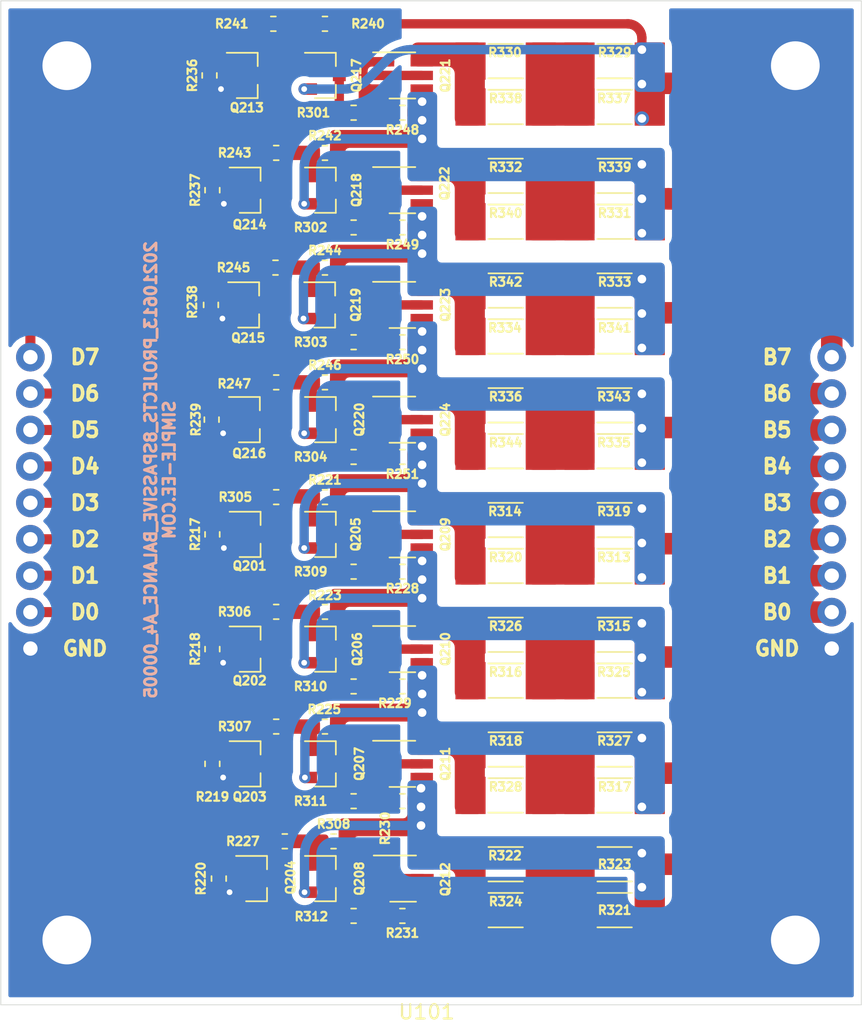
<source format=kicad_pcb>
(kicad_pcb (version 20171130) (host pcbnew "(5.1.9)-1")
  (title_block (title "7SBMS - Balance Board") (date 2019-07-17) (rev A0) (company simple-ee.com))
  (layers (0 Top_Layer signal) (31 Bottom_Layer signal) (34 B.Paste user) (35 F.Paste user) (36 B.SilkS user) (37 F.SilkS user) (38 B.Mask user) (39 F.Mask user) (44 Edge.Cuts user))
  (net 0 "")
  (net 1 GND)
  (net 2 /BAT0)
  (net 3 /BAT1)
  (net 4 /BAT2)
  (net 5 /BAT3)
  (net 6 /BAT4)
  (net 7 /BAT5)
  (net 8 /BAT6)
  (net 9 /BAT7)
  (net 10 "Net-(Q201-Pad3)")
  (net 11 "Net-(Q202-Pad3)")
  (net 12 "Net-(Q203-Pad3)")
  (net 13 "Net-(Q204-Pad3)")
  (net 14 "Net-(Q205-Pad3)")
  (net 15 "Net-(Q206-Pad3)")
  (net 16 "Net-(Q207-Pad3)")
  (net 17 "Net-(Q208-Pad3)")
  (net 18 "Net-(Q209-Pad2)")
  (net 19 "Net-(Q209-Pad6)")
  (net 20 "Net-(Q210-Pad2)")
  (net 21 "Net-(Q210-Pad6)")
  (net 22 "Net-(Q211-Pad2)")
  (net 23 "Net-(Q211-Pad6)")
  (net 24 "Net-(Q212-Pad2)")
  (net 25 "Net-(Q212-Pad6)")
  (net 26 "Net-(Q213-Pad3)")
  (net 27 "Net-(Q214-Pad3)")
  (net 28 "Net-(Q215-Pad3)")
  (net 29 "Net-(Q216-Pad3)")
  (net 30 "Net-(Q217-Pad1)")
  (net 31 "Net-(Q217-Pad3)")
  (net 32 "Net-(Q218-Pad3)")
  (net 33 "Net-(Q218-Pad1)")
  (net 34 "Net-(Q219-Pad3)")
  (net 35 "Net-(Q219-Pad1)")
  (net 36 "Net-(Q220-Pad1)")
  (net 37 "Net-(Q220-Pad3)")
  (net 38 "Net-(Q221-Pad2)")
  (net 39 "Net-(Q221-Pad6)")
  (net 40 "Net-(Q222-Pad2)")
  (net 41 "Net-(Q222-Pad6)")
  (net 42 "Net-(Q223-Pad2)")
  (net 43 "Net-(Q223-Pad6)")
  (net 44 "Net-(Q224-Pad2)")
  (net 45 "Net-(Q224-Pad6)")
  (net 46 "Net-(Q221-Pad1)")
  (net 47 "Net-(Q222-Pad1)")
  (net 48 "Net-(Q223-Pad1)")
  (net 49 "Net-(Q224-Pad1)")
  (net 50 "Net-(Q205-Pad1)")
  (net 51 "Net-(Q206-Pad1)")
  (net 52 "Net-(Q207-Pad1)")
  (net 53 "Net-(Q208-Pad1)")
  (net 54 "Net-(Q209-Pad1)")
  (net 55 "Net-(Q210-Pad1)")
  (net 56 "Net-(Q211-Pad1)")
  (net 57 "Net-(Q212-Pad1)")
  (net 58 "Net-(R321-Pad2)")
  (net 59 "Net-(R313-Pad2)")
  (net 60 "Net-(R315-Pad2)")
  (net 61 "Net-(R317-Pad2)")
  (net 62 "Net-(R329-Pad2)")
  (net 63 "Net-(R331-Pad2)")
  (net 64 "Net-(R333-Pad2)")
  (net 65 "Net-(R335-Pad2)")
  (net 66 /D3)
  (net 67 /D2)
  (net 68 /D1)
  (net 69 /D0)
  (net 70 /D7)
  (net 71 /D6)
  (net 72 /D5)
  (net 73 /D4)
  (module Modules:8S_PASSIVE_V2 (layer Top_Layer) (at 138.8 80.85)
    (fp_text reference U101 (at -0.310001 35.5) (layer F.SilkS))
    (fp_text value 8S_PASSIVE_V2)
    (fp_text user B1 (at 24.13 5.08) (layer F.SilkS) (effects (font (thickness 0.25))))
    (fp_text user B7 (at 24.13 -10.16) (layer F.SilkS) (effects (font (thickness 0.25))))
    (fp_text user B6 (at 24.13 -7.62) (layer F.SilkS) (effects (font (thickness 0.25))))
    (fp_text user B5 (at 24.13 -5.08) (layer F.SilkS) (effects (font (thickness 0.25))))
    (fp_text user B4 (at 24.13 -2.54) (layer F.SilkS) (effects (font (thickness 0.25))))
    (fp_text user B3 (at 24.13 0) (layer F.SilkS) (effects (font (thickness 0.25))))
    (fp_text user B2 (at 24.13 2.54) (layer F.SilkS) (effects (font (thickness 0.25))))
    (fp_text user B0 (at 24.13 7.62) (layer F.SilkS) (effects (font (thickness 0.25))))
    (fp_text user GND (at 24.13 10.16) (layer F.SilkS) (effects (font (thickness 0.25))))
    (fp_text user D7 (at -24.13 -10.16) (layer F.SilkS) (effects (font (thickness 0.25))))
    (fp_text user D6 (at -24.13 -7.62) (layer F.SilkS) (effects (font (thickness 0.25))))
    (fp_text user D5 (at -24.13 -5.08) (layer F.SilkS) (effects (font (thickness 0.25))))
    (fp_text user D4 (at -24.13 -2.54) (layer F.SilkS) (effects (font (thickness 0.25))))
    (fp_text user D3 (at -24.13 0) (layer F.SilkS) (effects (font (thickness 0.25))))
    (fp_text user D2 (at -24.13 2.54) (layer F.SilkS) (effects (font (thickness 0.25))))
    (fp_text user D1 (at -24.13 5.08) (layer F.SilkS) (effects (font (thickness 0.25))))
    (fp_text user D0 (at -24.13 7.62) (layer F.SilkS) (effects (font (thickness 0.25))))
    (fp_text user GND (at -24.13 10.16) (layer F.SilkS) (effects (font (thickness 0.25))))
    (pad "" thru_hole circle (at 25.4 30.48) (size 6 6) (drill 3.4) (layers *.Cu *.Mask) (net 1 GND))
    (pad "" thru_hole circle (at 25.4 -30.48) (size 6 6) (drill 3.4) (layers *.Cu *.Mask) (net 1 GND))
    (pad 1 thru_hole circle (at -27.94 -10.16) (size 2 2) (drill 1) (layers *.Cu *.Mask) (net 70 /D7))
    (pad 10 thru_hole circle (at 27.94 -10.16) (size 2 2) (drill 1) (layers *.Cu *.Mask) (net 9 /BAT7))
    (pad 11 thru_hole circle (at 27.94 -7.62) (size 2 2) (drill 1) (layers *.Cu *.Mask) (net 8 /BAT6))
    (pad 12 thru_hole circle (at 27.94 -5.08) (size 2 2) (drill 1) (layers *.Cu *.Mask) (net 7 /BAT5))
    (pad 13 thru_hole circle (at 27.94 -2.54) (size 2 2) (drill 1) (layers *.Cu *.Mask) (net 6 /BAT4))
    (pad 18 thru_hole circle (at 27.94 10.16) (size 2 2) (drill 1) (layers *.Cu *.Mask) (net 1 GND))
    (pad 17 thru_hole circle (at 27.94 7.62) (size 2 2) (drill 1) (layers *.Cu *.Mask) (net 2 /BAT0))
    (pad 16 thru_hole circle (at 27.94 5.08) (size 2 2) (drill 1) (layers *.Cu *.Mask) (net 3 /BAT1))
    (pad 15 thru_hole circle (at 27.94 2.54) (size 2 2) (drill 1) (layers *.Cu *.Mask) (net 4 /BAT2))
    (pad 14 thru_hole circle (at 27.94 0) (size 2 2) (drill 1) (layers *.Cu *.Mask) (net 5 /BAT3))
    (pad 2 thru_hole circle (at -27.94 -7.62) (size 2 2) (drill 1) (layers *.Cu *.Mask) (net 71 /D6))
    (pad 3 thru_hole circle (at -27.94 -5.08) (size 2 2) (drill 1) (layers *.Cu *.Mask) (net 72 /D5))
    (pad 4 thru_hole circle (at -27.94 -2.54) (size 2 2) (drill 1) (layers *.Cu *.Mask) (net 73 /D4))
    (pad 9 thru_hole circle (at -27.94 10.16) (size 2 2) (drill 1) (layers *.Cu *.Mask) (net 1 GND))
    (pad 8 thru_hole circle (at -27.94 7.62) (size 2 2) (drill 1) (layers *.Cu *.Mask) (net 69 /D0))
    (pad 7 thru_hole circle (at -27.94 5.08) (size 2 2) (drill 1) (layers *.Cu *.Mask) (net 68 /D1))
    (pad 6 thru_hole circle (at -27.94 2.54) (size 2 2) (drill 1) (layers *.Cu *.Mask) (net 67 /D2))
    (pad 5 thru_hole circle (at -27.94 0) (size 2 2) (drill 1) (layers *.Cu *.Mask) (net 66 /D3))
    (pad "" thru_hole circle (at -25.4 -30.48) (size 6 6) (drill 3.4) (layers *.Cu *.Mask) (net 1 GND))
    (pad "" thru_hole circle (at -25.4 30.48) (size 6 6) (drill 3.4) (layers *.Cu *.Mask) (net 1 GND))
  )
  (module SOT:SOT-23-6 (layer Top_Layer) (at 136.8 51.05)
    (fp_text reference Q221 (at 3 0 90) (layer F.SilkS) (effects (font (size 0.6 0.6))))
    (fp_text value DMN3135LVT)
    (pad 5 smd rect (at 1.35 0) (size 1.56 0.65) (layers Top_Layer F.Paste F.Mask) (net 38 "Net-(Q221-Pad2)"))
    (pad 6 smd rect (at 1.35 -0.95) (size 1.56 0.65) (layers Top_Layer F.Paste F.Mask) (net 39 "Net-(Q221-Pad6)"))
    (pad 4 smd rect (at 1.35 0.95) (size 1.56 0.65) (layers Top_Layer F.Paste F.Mask) (net 8 /BAT6))
    (pad 3 smd rect (at -1.35 0.95) (size 1.56 0.65) (layers Top_Layer F.Paste F.Mask) (net 46 "Net-(Q221-Pad1)"))
    (pad 2 smd rect (at -1.35 0) (size 1.56 0.65) (layers Top_Layer F.Paste F.Mask) (net 38 "Net-(Q221-Pad2)"))
    (pad 1 smd rect (at -1.35 -0.95) (size 1.56 0.65) (layers Top_Layer F.Paste F.Mask) (net 46 "Net-(Q221-Pad1)"))
  )
  (module SOT:SOT-23-3 (layer Top_Layer) (at 131.35 67.05)
    (fp_text reference Q219 (at 2.2 0 90) (layer F.SilkS) (effects (font (size 0.6 0.6))))
    (fp_text value BSS84LT1G)
    (pad 1 smd rect (at -1 -0.95) (size 0.9 0.8) (layers Top_Layer F.Paste F.Mask) (net 35 "Net-(Q219-Pad1)"))
    (pad 2 smd rect (at -1 0.95) (size 0.9 0.8) (layers Top_Layer F.Paste F.Mask) (net 7 /BAT5))
    (pad 3 smd rect (at 1 0) (size 0.9 0.8) (layers Top_Layer F.Paste F.Mask) (net 34 "Net-(Q219-Pad3)"))
  )
  (module SOT:SOT-23-3 (layer Top_Layer) (at 126.15 83.05)
    (fp_text reference Q201 (at 0 2.2) (layer F.SilkS) (effects (font (size 0.6 0.6))))
    (fp_text value 2N7002-7-F)
    (pad 3 smd rect (at 1 0) (size 0.9 0.8) (layers Top_Layer F.Paste F.Mask) (net 10 "Net-(Q201-Pad3)"))
    (pad 2 smd rect (at -1 0.95) (size 0.9 0.8) (layers Top_Layer F.Paste F.Mask) (net 1 GND))
    (pad 1 smd rect (at -1 -0.95) (size 0.9 0.8) (layers Top_Layer F.Paste F.Mask) (net 66 /D3))
  )
  (module SOT:SOT-23-3 (layer Top_Layer) (at 126.15 91.05)
    (fp_text reference Q202 (at 0 2.2) (layer F.SilkS) (effects (font (size 0.6 0.6))))
    (fp_text value 2N7002-7-F)
    (pad 3 smd rect (at 1 0) (size 0.9 0.8) (layers Top_Layer F.Paste F.Mask) (net 11 "Net-(Q202-Pad3)"))
    (pad 2 smd rect (at -1 0.95) (size 0.9 0.8) (layers Top_Layer F.Paste F.Mask) (net 1 GND))
    (pad 1 smd rect (at -1 -0.95) (size 0.9 0.8) (layers Top_Layer F.Paste F.Mask) (net 67 /D2))
  )
  (module SOT:SOT-23-3 (layer Top_Layer) (at 126.15 99.05)
    (fp_text reference Q203 (at 0 2.3) (layer F.SilkS) (effects (font (size 0.6 0.6))))
    (fp_text value 2N7002-7-F)
    (pad 3 smd rect (at 1 0) (size 0.9 0.8) (layers Top_Layer F.Paste F.Mask) (net 12 "Net-(Q203-Pad3)"))
    (pad 2 smd rect (at -1 0.95) (size 0.9 0.8) (layers Top_Layer F.Paste F.Mask) (net 1 GND))
    (pad 1 smd rect (at -1 -0.95) (size 0.9 0.8) (layers Top_Layer F.Paste F.Mask) (net 68 /D1))
  )
  (module SOT:SOT-23-3 (layer Top_Layer) (at 126.6 107.05)
    (fp_text reference Q204 (at 2.4 -0.075 90) (layer F.SilkS) (effects (font (size 0.6 0.6))))
    (fp_text value 2N7002-7-F)
    (pad 3 smd rect (at 1 0) (size 0.9 0.8) (layers Top_Layer F.Paste F.Mask) (net 13 "Net-(Q204-Pad3)"))
    (pad 2 smd rect (at -1 0.95) (size 0.9 0.8) (layers Top_Layer F.Paste F.Mask) (net 1 GND))
    (pad 1 smd rect (at -1 -0.95) (size 0.9 0.8) (layers Top_Layer F.Paste F.Mask) (net 69 /D0))
  )
  (module SOT:SOT-23-3 (layer Top_Layer) (at 131.4 83.05)
    (fp_text reference Q205 (at 2.15 0 90) (layer F.SilkS) (effects (font (size 0.6 0.6))))
    (fp_text value BSS84LT1G)
    (pad 1 smd rect (at -1 -0.95) (size 0.9 0.8) (layers Top_Layer F.Paste F.Mask) (net 50 "Net-(Q205-Pad1)"))
    (pad 2 smd rect (at -1 0.95) (size 0.9 0.8) (layers Top_Layer F.Paste F.Mask) (net 5 /BAT3))
    (pad 3 smd rect (at 1 0) (size 0.9 0.8) (layers Top_Layer F.Paste F.Mask) (net 14 "Net-(Q205-Pad3)"))
  )
  (module SOT:SOT-23-3 (layer Top_Layer) (at 131.4 91.05)
    (fp_text reference Q206 (at 2.25 0 90) (layer F.SilkS) (effects (font (size 0.6 0.6))))
    (fp_text value BSS84LT1G)
    (pad 3 smd rect (at 1 0) (size 0.9 0.8) (layers Top_Layer F.Paste F.Mask) (net 15 "Net-(Q206-Pad3)"))
    (pad 2 smd rect (at -1 0.95) (size 0.9 0.8) (layers Top_Layer F.Paste F.Mask) (net 4 /BAT2))
    (pad 1 smd rect (at -1 -0.95) (size 0.9 0.8) (layers Top_Layer F.Paste F.Mask) (net 51 "Net-(Q206-Pad1)"))
  )
  (module SOT:SOT-23-3 (layer Top_Layer) (at 131.4 99.05)
    (fp_text reference Q207 (at 2.4 0 90) (layer F.SilkS) (effects (font (size 0.6 0.6))))
    (fp_text value BSS84LT1G)
    (pad 3 smd rect (at 1 0) (size 0.9 0.8) (layers Top_Layer F.Paste F.Mask) (net 16 "Net-(Q207-Pad3)"))
    (pad 2 smd rect (at -1 0.95) (size 0.9 0.8) (layers Top_Layer F.Paste F.Mask) (net 3 /BAT1))
    (pad 1 smd rect (at -1 -0.95) (size 0.9 0.8) (layers Top_Layer F.Paste F.Mask) (net 52 "Net-(Q207-Pad1)"))
  )
  (module SOT:SOT-23-3 (layer Top_Layer) (at 131.4 107.05)
    (fp_text reference Q208 (at 2.4 0 90) (layer F.SilkS) (effects (font (size 0.6 0.6))))
    (fp_text value BSS84LT1G)
    (pad 1 smd rect (at -1 -0.95) (size 0.9 0.8) (layers Top_Layer F.Paste F.Mask) (net 53 "Net-(Q208-Pad1)"))
    (pad 2 smd rect (at -1 0.95) (size 0.9 0.8) (layers Top_Layer F.Paste F.Mask) (net 2 /BAT0))
    (pad 3 smd rect (at 1 0) (size 0.9 0.8) (layers Top_Layer F.Paste F.Mask) (net 17 "Net-(Q208-Pad3)"))
  )
  (module SOT:SOT-23-6 (layer Top_Layer) (at 136.8 83.05)
    (fp_text reference Q209 (at 3 0 90) (layer F.SilkS) (effects (font (size 0.6 0.6))))
    (fp_text value DMN3135LVT)
    (pad 5 smd rect (at 1.35 0) (size 1.56 0.65) (layers Top_Layer F.Paste F.Mask) (net 18 "Net-(Q209-Pad2)"))
    (pad 6 smd rect (at 1.35 -0.95) (size 1.56 0.65) (layers Top_Layer F.Paste F.Mask) (net 19 "Net-(Q209-Pad6)"))
    (pad 4 smd rect (at 1.35 0.95) (size 1.56 0.65) (layers Top_Layer F.Paste F.Mask) (net 4 /BAT2))
    (pad 3 smd rect (at -1.35 0.95) (size 1.56 0.65) (layers Top_Layer F.Paste F.Mask) (net 54 "Net-(Q209-Pad1)"))
    (pad 2 smd rect (at -1.35 0) (size 1.56 0.65) (layers Top_Layer F.Paste F.Mask) (net 18 "Net-(Q209-Pad2)"))
    (pad 1 smd rect (at -1.35 -0.95) (size 1.56 0.65) (layers Top_Layer F.Paste F.Mask) (net 54 "Net-(Q209-Pad1)"))
  )
  (module SOT:SOT-23-6 (layer Top_Layer) (at 136.8 91.05)
    (fp_text reference Q210 (at 3 0 90) (layer F.SilkS) (effects (font (size 0.6 0.6))))
    (fp_text value DMN3135LVT)
    (pad 5 smd rect (at 1.35 0) (size 1.56 0.65) (layers Top_Layer F.Paste F.Mask) (net 20 "Net-(Q210-Pad2)"))
    (pad 6 smd rect (at 1.35 -0.95) (size 1.56 0.65) (layers Top_Layer F.Paste F.Mask) (net 21 "Net-(Q210-Pad6)"))
    (pad 4 smd rect (at 1.35 0.95) (size 1.56 0.65) (layers Top_Layer F.Paste F.Mask) (net 3 /BAT1))
    (pad 3 smd rect (at -1.35 0.95) (size 1.56 0.65) (layers Top_Layer F.Paste F.Mask) (net 55 "Net-(Q210-Pad1)"))
    (pad 2 smd rect (at -1.35 0) (size 1.56 0.65) (layers Top_Layer F.Paste F.Mask) (net 20 "Net-(Q210-Pad2)"))
    (pad 1 smd rect (at -1.35 -0.95) (size 1.56 0.65) (layers Top_Layer F.Paste F.Mask) (net 55 "Net-(Q210-Pad1)"))
  )
  (module SOT:SOT-23-6 (layer Top_Layer) (at 136.8 99.05)
    (fp_text reference Q211 (at 3 0 90) (layer F.SilkS) (effects (font (size 0.6 0.6))))
    (fp_text value DMN3135LVT)
    (pad 1 smd rect (at -1.35 -0.95) (size 1.56 0.65) (layers Top_Layer F.Paste F.Mask) (net 56 "Net-(Q211-Pad1)"))
    (pad 2 smd rect (at -1.35 0) (size 1.56 0.65) (layers Top_Layer F.Paste F.Mask) (net 22 "Net-(Q211-Pad2)"))
    (pad 3 smd rect (at -1.35 0.95) (size 1.56 0.65) (layers Top_Layer F.Paste F.Mask) (net 56 "Net-(Q211-Pad1)"))
    (pad 4 smd rect (at 1.35 0.95) (size 1.56 0.65) (layers Top_Layer F.Paste F.Mask) (net 2 /BAT0))
    (pad 6 smd rect (at 1.35 -0.95) (size 1.56 0.65) (layers Top_Layer F.Paste F.Mask) (net 23 "Net-(Q211-Pad6)"))
    (pad 5 smd rect (at 1.35 0) (size 1.56 0.65) (layers Top_Layer F.Paste F.Mask) (net 22 "Net-(Q211-Pad2)"))
  )
  (module SOT:SOT-23-6 (layer Top_Layer) (at 136.85 107.05)
    (fp_text reference Q212 (at 2.95 0.05 90) (layer F.SilkS) (effects (font (size 0.6 0.6))))
    (fp_text value DMN3135LVT)
    (pad 5 smd rect (at 1.35 0) (size 1.56 0.65) (layers Top_Layer F.Paste F.Mask) (net 24 "Net-(Q212-Pad2)"))
    (pad 6 smd rect (at 1.35 -0.95) (size 1.56 0.65) (layers Top_Layer F.Paste F.Mask) (net 25 "Net-(Q212-Pad6)"))
    (pad 4 smd rect (at 1.35 0.95) (size 1.56 0.65) (layers Top_Layer F.Paste F.Mask) (net 1 GND))
    (pad 3 smd rect (at -1.35 0.95) (size 1.56 0.65) (layers Top_Layer F.Paste F.Mask) (net 57 "Net-(Q212-Pad1)"))
    (pad 2 smd rect (at -1.35 0) (size 1.56 0.65) (layers Top_Layer F.Paste F.Mask) (net 24 "Net-(Q212-Pad2)"))
    (pad 1 smd rect (at -1.35 -0.95) (size 1.56 0.65) (layers Top_Layer F.Paste F.Mask) (net 57 "Net-(Q212-Pad1)"))
  )
  (module SOT:SOT-23-3 (layer Top_Layer) (at 125.95 51.05)
    (fp_text reference Q213 (at 0 2.25) (layer F.SilkS) (effects (font (size 0.6 0.6))))
    (fp_text value 2N7002-7-F)
    (pad 1 smd rect (at -1 -0.95) (size 0.9 0.8) (layers Top_Layer F.Paste F.Mask) (net 70 /D7))
    (pad 2 smd rect (at -1 0.95) (size 0.9 0.8) (layers Top_Layer F.Paste F.Mask) (net 1 GND))
    (pad 3 smd rect (at 1 0) (size 0.9 0.8) (layers Top_Layer F.Paste F.Mask) (net 26 "Net-(Q213-Pad3)"))
  )
  (module SOT:SOT-23-3 (layer Top_Layer) (at 126.15 59.05)
    (fp_text reference Q214 (at 0 2.4) (layer F.SilkS) (effects (font (size 0.6 0.6))))
    (fp_text value 2N7002-7-F)
    (pad 1 smd rect (at -1 -0.95) (size 0.9 0.8) (layers Top_Layer F.Paste F.Mask) (net 71 /D6))
    (pad 2 smd rect (at -1 0.95) (size 0.9 0.8) (layers Top_Layer F.Paste F.Mask) (net 1 GND))
    (pad 3 smd rect (at 1 0) (size 0.9 0.8) (layers Top_Layer F.Paste F.Mask) (net 27 "Net-(Q214-Pad3)"))
  )
  (module SOT:SOT-23-3 (layer Top_Layer) (at 126.05 67.05)
    (fp_text reference Q215 (at 0 2.3) (layer F.SilkS) (effects (font (size 0.6 0.6))))
    (fp_text value 2N7002-7-F)
    (pad 1 smd rect (at -1 -0.95) (size 0.9 0.8) (layers Top_Layer F.Paste F.Mask) (net 72 /D5))
    (pad 2 smd rect (at -1 0.95) (size 0.9 0.8) (layers Top_Layer F.Paste F.Mask) (net 1 GND))
    (pad 3 smd rect (at 1 0) (size 0.9 0.8) (layers Top_Layer F.Paste F.Mask) (net 28 "Net-(Q215-Pad3)"))
  )
  (module SOT:SOT-23-3 (layer Top_Layer) (at 126.1 75.05)
    (fp_text reference Q216 (at 0.025 2.35) (layer F.SilkS) (effects (font (size 0.6 0.6))))
    (fp_text value 2N7002-7-F)
    (pad 1 smd rect (at -1 -0.95) (size 0.9 0.8) (layers Top_Layer F.Paste F.Mask) (net 73 /D4))
    (pad 2 smd rect (at -1 0.95) (size 0.9 0.8) (layers Top_Layer F.Paste F.Mask) (net 1 GND))
    (pad 3 smd rect (at 1 0) (size 0.9 0.8) (layers Top_Layer F.Paste F.Mask) (net 29 "Net-(Q216-Pad3)"))
  )
  (module SOT:SOT-23-3 (layer Top_Layer) (at 131.4 51.05)
    (fp_text reference Q217 (at 2.2 0 270) (layer F.SilkS) (effects (font (size 0.6 0.6))))
    (fp_text value BSS84LT1G)
    (pad 3 smd rect (at 1 0) (size 0.9 0.8) (layers Top_Layer F.Paste F.Mask) (net 31 "Net-(Q217-Pad3)"))
    (pad 2 smd rect (at -1 0.95) (size 0.9 0.8) (layers Top_Layer F.Paste F.Mask) (net 9 /BAT7))
    (pad 1 smd rect (at -1 -0.95) (size 0.9 0.8) (layers Top_Layer F.Paste F.Mask) (net 30 "Net-(Q217-Pad1)"))
  )
  (module SOT:SOT-23-3 (layer Top_Layer) (at 131.4 59.05)
    (fp_text reference Q218 (at 2.2 0 90) (layer F.SilkS) (effects (font (size 0.6 0.6))))
    (fp_text value BSS84LT1G)
    (pad 1 smd rect (at -1 -0.95) (size 0.9 0.8) (layers Top_Layer F.Paste F.Mask) (net 33 "Net-(Q218-Pad1)"))
    (pad 2 smd rect (at -1 0.95) (size 0.9 0.8) (layers Top_Layer F.Paste F.Mask) (net 8 /BAT6))
    (pad 3 smd rect (at 1 0) (size 0.9 0.8) (layers Top_Layer F.Paste F.Mask) (net 32 "Net-(Q218-Pad3)"))
  )
  (module SOT:SOT-23-3 (layer Top_Layer) (at 131.4 75.05)
    (fp_text reference Q220 (at 2.4 0 90) (layer F.SilkS) (effects (font (size 0.6 0.6))))
    (fp_text value BSS84LT1G)
    (pad 3 smd rect (at 1 0) (size 0.9 0.8) (layers Top_Layer F.Paste F.Mask) (net 37 "Net-(Q220-Pad3)"))
    (pad 2 smd rect (at -1 0.95) (size 0.9 0.8) (layers Top_Layer F.Paste F.Mask) (net 6 /BAT4))
    (pad 1 smd rect (at -1 -0.95) (size 0.9 0.8) (layers Top_Layer F.Paste F.Mask) (net 36 "Net-(Q220-Pad1)"))
  )
  (module SOT:SOT-23-6 (layer Top_Layer) (at 136.8 59.05)
    (fp_text reference Q222 (at 2.95 -0.475 90) (layer F.SilkS) (effects (font (size 0.6 0.6))))
    (fp_text value DMN3135LVT)
    (pad 1 smd rect (at -1.35 -0.95) (size 1.56 0.65) (layers Top_Layer F.Paste F.Mask) (net 47 "Net-(Q222-Pad1)"))
    (pad 2 smd rect (at -1.35 0) (size 1.56 0.65) (layers Top_Layer F.Paste F.Mask) (net 40 "Net-(Q222-Pad2)"))
    (pad 3 smd rect (at -1.35 0.95) (size 1.56 0.65) (layers Top_Layer F.Paste F.Mask) (net 47 "Net-(Q222-Pad1)"))
    (pad 4 smd rect (at 1.35 0.95) (size 1.56 0.65) (layers Top_Layer F.Paste F.Mask) (net 7 /BAT5))
    (pad 6 smd rect (at 1.35 -0.95) (size 1.56 0.65) (layers Top_Layer F.Paste F.Mask) (net 41 "Net-(Q222-Pad6)"))
    (pad 5 smd rect (at 1.35 0) (size 1.56 0.65) (layers Top_Layer F.Paste F.Mask) (net 40 "Net-(Q222-Pad2)"))
  )
  (module SOT:SOT-23-6 (layer Top_Layer) (at 136.8 67.05)
    (fp_text reference Q223 (at 3 0 90) (layer F.SilkS) (effects (font (size 0.6 0.6))))
    (fp_text value DMN3135LVT)
    (pad 1 smd rect (at -1.35 -0.95) (size 1.56 0.65) (layers Top_Layer F.Paste F.Mask) (net 48 "Net-(Q223-Pad1)"))
    (pad 2 smd rect (at -1.35 0) (size 1.56 0.65) (layers Top_Layer F.Paste F.Mask) (net 42 "Net-(Q223-Pad2)"))
    (pad 3 smd rect (at -1.35 0.95) (size 1.56 0.65) (layers Top_Layer F.Paste F.Mask) (net 48 "Net-(Q223-Pad1)"))
    (pad 4 smd rect (at 1.35 0.95) (size 1.56 0.65) (layers Top_Layer F.Paste F.Mask) (net 6 /BAT4))
    (pad 6 smd rect (at 1.35 -0.95) (size 1.56 0.65) (layers Top_Layer F.Paste F.Mask) (net 43 "Net-(Q223-Pad6)"))
    (pad 5 smd rect (at 1.35 0) (size 1.56 0.65) (layers Top_Layer F.Paste F.Mask) (net 42 "Net-(Q223-Pad2)"))
  )
  (module SOT:SOT-23-6 (layer Top_Layer) (at 136.8 75.05)
    (fp_text reference Q224 (at 3 0 90) (layer F.SilkS) (effects (font (size 0.6 0.6))))
    (fp_text value DMN3135LVT)
    (pad 1 smd rect (at -1.35 -0.95) (size 1.56 0.65) (layers Top_Layer F.Paste F.Mask) (net 49 "Net-(Q224-Pad1)"))
    (pad 2 smd rect (at -1.35 0) (size 1.56 0.65) (layers Top_Layer F.Paste F.Mask) (net 44 "Net-(Q224-Pad2)"))
    (pad 3 smd rect (at -1.35 0.95) (size 1.56 0.65) (layers Top_Layer F.Paste F.Mask) (net 49 "Net-(Q224-Pad1)"))
    (pad 4 smd rect (at 1.35 0.95) (size 1.56 0.65) (layers Top_Layer F.Paste F.Mask) (net 5 /BAT3))
    (pad 6 smd rect (at 1.35 -0.95) (size 1.56 0.65) (layers Top_Layer F.Paste F.Mask) (net 45 "Net-(Q224-Pad6)"))
    (pad 5 smd rect (at 1.35 0) (size 1.56 0.65) (layers Top_Layer F.Paste F.Mask) (net 44 "Net-(Q224-Pad2)"))
  )
  (module Passives:R_0603_Handsolder (layer Top_Layer) (at 123.55 83.05 270)
    (fp_text reference R217 (at 0 1.2 90) (layer F.SilkS) (effects (font (size 0.6 0.6))))
    (fp_text value CPF0603F100KC1)
    (pad 1 smd roundrect (at -0.875 0 270) (size 1.05 0.95) (layers Top_Layer F.Paste F.Mask) (net 66 /D3))
    (pad 2 smd roundrect (at 0.875 0 270) (size 1.05 0.95) (layers Top_Layer F.Paste F.Mask) (net 1 GND))
  )
  (module Passives:R_0603_Handsolder (layer Top_Layer) (at 123.55 91.05 270)
    (fp_text reference R218 (at 0 1.2 90) (layer F.SilkS) (effects (font (size 0.6 0.6))))
    (fp_text value CPF0603F100KC1)
    (pad 2 smd roundrect (at 0.875 0 270) (size 1.05 0.95) (layers Top_Layer F.Paste F.Mask) (net 1 GND))
    (pad 1 smd roundrect (at -0.875 0 270) (size 1.05 0.95) (layers Top_Layer F.Paste F.Mask) (net 67 /D2))
  )
  (module Passives:R_0603_Handsolder (layer Top_Layer) (at 123.55 99.05 270)
    (fp_text reference R219 (at 2.3 0 180) (layer F.SilkS) (effects (font (size 0.6 0.6))))
    (fp_text value CPF0603F100KC1)
    (pad 1 smd roundrect (at -0.875 0 270) (size 1.05 0.95) (layers Top_Layer F.Paste F.Mask) (net 68 /D1))
    (pad 2 smd roundrect (at 0.875 0 270) (size 1.05 0.95) (layers Top_Layer F.Paste F.Mask) (net 1 GND))
  )
  (module Passives:R_0603_Handsolder (layer Top_Layer) (at 124 107.05 270)
    (fp_text reference R220 (at 0 1.25 90) (layer F.SilkS) (effects (font (size 0.6 0.6))))
    (fp_text value CPF0603F100KC1)
    (pad 1 smd roundrect (at -0.875 0 270) (size 1.05 0.95) (layers Top_Layer F.Paste F.Mask) (net 69 /D0))
    (pad 2 smd roundrect (at 0.875 0 270) (size 1.05 0.95) (layers Top_Layer F.Paste F.Mask) (net 1 GND))
  )
  (module Passives:R_0603_Handsolder (layer Top_Layer) (at 131.4 80.45 180)
    (fp_text reference R221 (at 0 1.2) (layer F.SilkS) (effects (font (size 0.6 0.6))))
    (fp_text value CPF0603F100KC1)
    (pad 2 smd roundrect (at 0.875 0 180) (size 1.05 0.95) (layers Top_Layer F.Paste F.Mask) (net 50 "Net-(Q205-Pad1)"))
    (pad 1 smd roundrect (at -0.875 0 180) (size 1.05 0.95) (layers Top_Layer F.Paste F.Mask) (net 5 /BAT3))
  )
  (module Passives:R_0603_Handsolder (layer Top_Layer) (at 131.4 88.45 180)
    (fp_text reference R223 (at 0 1.15) (layer F.SilkS) (effects (font (size 0.6 0.6))))
    (fp_text value CPF0603F100KC1)
    (pad 1 smd roundrect (at -0.875 0 180) (size 1.05 0.95) (layers Top_Layer F.Paste F.Mask) (net 4 /BAT2))
    (pad 2 smd roundrect (at 0.875 0 180) (size 1.05 0.95) (layers Top_Layer F.Paste F.Mask) (net 51 "Net-(Q206-Pad1)"))
  )
  (module Passives:R_0603_Handsolder (layer Top_Layer) (at 131.4 96.45 180)
    (fp_text reference R225 (at 0.05 1.2) (layer F.SilkS) (effects (font (size 0.6 0.6))))
    (fp_text value CPF0603F100KC1)
    (pad 1 smd roundrect (at -0.875 0 180) (size 1.05 0.95) (layers Top_Layer F.Paste F.Mask) (net 3 /BAT1))
    (pad 2 smd roundrect (at 0.875 0 180) (size 1.05 0.95) (layers Top_Layer F.Paste F.Mask) (net 52 "Net-(Q207-Pad1)"))
  )
  (module Passives:R_0603_Handsolder (layer Top_Layer) (at 136.8 85.65)
    (fp_text reference R228 (at 0 1.175) (layer F.SilkS) (effects (font (size 0.6 0.6))))
    (fp_text value CPF0603F100KC1)
    (pad 2 smd roundrect (at 0.875 0) (size 1.05 0.95) (layers Top_Layer F.Paste F.Mask) (net 4 /BAT2))
    (pad 1 smd roundrect (at -0.875 0) (size 1.05 0.95) (layers Top_Layer F.Paste F.Mask) (net 54 "Net-(Q209-Pad1)"))
  )
  (module Passives:R_0603_Handsolder (layer Top_Layer) (at 136.8 93.65)
    (fp_text reference R229 (at -0.525 1.175) (layer F.SilkS) (effects (font (size 0.6 0.6))))
    (fp_text value CPF0603F100KC1)
    (pad 2 smd roundrect (at 0.875 0) (size 1.05 0.95) (layers Top_Layer F.Paste F.Mask) (net 3 /BAT1))
    (pad 1 smd roundrect (at -0.875 0) (size 1.05 0.95) (layers Top_Layer F.Paste F.Mask) (net 55 "Net-(Q210-Pad1)"))
  )
  (module Passives:R_0603_Handsolder (layer Top_Layer) (at 136.8 101.65)
    (fp_text reference R230 (at -1.2 1.9 90) (layer F.SilkS) (effects (font (size 0.6 0.6))))
    (fp_text value CPF0603F100KC1)
    (pad 1 smd roundrect (at -0.875 0) (size 1.05 0.95) (layers Top_Layer F.Paste F.Mask) (net 56 "Net-(Q211-Pad1)"))
    (pad 2 smd roundrect (at 0.875 0) (size 1.05 0.95) (layers Top_Layer F.Paste F.Mask) (net 2 /BAT0))
  )
  (module Passives:R_0603_Handsolder (layer Top_Layer) (at 136.8 109.65)
    (fp_text reference R231 (at 0 1.2) (layer F.SilkS) (effects (font (size 0.6 0.6))))
    (fp_text value CPF0603F100KC1)
    (pad 1 smd roundrect (at -0.875 0) (size 1.05 0.95) (layers Top_Layer F.Paste F.Mask) (net 57 "Net-(Q212-Pad1)"))
    (pad 2 smd roundrect (at 0.875 0) (size 1.05 0.95) (layers Top_Layer F.Paste F.Mask) (net 1 GND))
  )
  (module Passives:R_0603_Handsolder (layer Top_Layer) (at 123.35 51.05 270)
    (fp_text reference R236 (at 0 1.2 270) (layer F.SilkS) (effects (font (size 0.6 0.6))))
    (fp_text value CPF0603F100KC1)
    (pad 2 smd roundrect (at 0.875 0 270) (size 1.05 0.95) (layers Top_Layer F.Paste F.Mask) (net 1 GND))
    (pad 1 smd roundrect (at -0.875 0 270) (size 1.05 0.95) (layers Top_Layer F.Paste F.Mask) (net 70 /D7))
  )
  (module Passives:R_0603_Handsolder (layer Top_Layer) (at 123.55 59.05 270)
    (fp_text reference R237 (at 0 1.2 90) (layer F.SilkS) (effects (font (size 0.6 0.6))))
    (fp_text value CPF0603F100KC1)
    (pad 1 smd roundrect (at -0.875 0 270) (size 1.05 0.95) (layers Top_Layer F.Paste F.Mask) (net 71 /D6))
    (pad 2 smd roundrect (at 0.875 0 270) (size 1.05 0.95) (layers Top_Layer F.Paste F.Mask) (net 1 GND))
  )
  (module Passives:R_0603_Handsolder (layer Top_Layer) (at 123.45 67.05 270)
    (fp_text reference R238 (at -0.2 1.3 90) (layer F.SilkS) (effects (font (size 0.6 0.6))))
    (fp_text value CPF0603F100KC1)
    (pad 2 smd roundrect (at 0.875 0 270) (size 1.05 0.95) (layers Top_Layer F.Paste F.Mask) (net 1 GND))
    (pad 1 smd roundrect (at -0.875 0 270) (size 1.05 0.95) (layers Top_Layer F.Paste F.Mask) (net 72 /D5))
  )
  (module Passives:R_0603_Handsolder (layer Top_Layer) (at 123.5 75.05 270)
    (fp_text reference R239 (at 0 1.1 90) (layer F.SilkS) (effects (font (size 0.6 0.6))))
    (fp_text value CPF0603F100KC1)
    (pad 1 smd roundrect (at -0.875 0 270) (size 1.05 0.95) (layers Top_Layer F.Paste F.Mask) (net 73 /D4))
    (pad 2 smd roundrect (at 0.875 0 270) (size 1.05 0.95) (layers Top_Layer F.Paste F.Mask) (net 1 GND))
  )
  (module Passives:R_0603_Handsolder (layer Top_Layer) (at 131.4 47.45 180)
    (fp_text reference R240 (at -3 0) (layer F.SilkS) (effects (font (size 0.6 0.6))))
    (fp_text value CPF0603F100KC1)
    (pad 2 smd roundrect (at 0.875 0 180) (size 1.05 0.95) (layers Top_Layer F.Paste F.Mask) (net 30 "Net-(Q217-Pad1)"))
    (pad 1 smd roundrect (at -0.875 0 180) (size 1.05 0.95) (layers Top_Layer F.Paste F.Mask) (net 9 /BAT7))
  )
  (module Passives:R_0603_Handsolder (layer Top_Layer) (at 131.4 56.45 180)
    (fp_text reference R242 (at 0 1.2) (layer F.SilkS) (effects (font (size 0.6 0.6))))
    (fp_text value CPF0603F100KC1)
    (pad 2 smd roundrect (at 0.875 0 180) (size 1.05 0.95) (layers Top_Layer F.Paste F.Mask) (net 33 "Net-(Q218-Pad1)"))
    (pad 1 smd roundrect (at -0.875 0 180) (size 1.05 0.95) (layers Top_Layer F.Paste F.Mask) (net 8 /BAT6))
  )
  (module Passives:R_0603_Handsolder (layer Top_Layer) (at 128 56.45 180)
    (fp_text reference R243 (at 2.9 0) (layer F.SilkS) (effects (font (size 0.6 0.6))))
    (fp_text value CPF0603F100KC1)
    (pad 2 smd roundrect (at 0.875 0 180) (size 1.05 0.95) (layers Top_Layer F.Paste F.Mask) (net 27 "Net-(Q214-Pad3)"))
    (pad 1 smd roundrect (at -0.875 0 180) (size 1.05 0.95) (layers Top_Layer F.Paste F.Mask) (net 33 "Net-(Q218-Pad1)"))
  )
  (module Passives:R_0603_Handsolder (layer Top_Layer) (at 131.4 64.45 180)
    (fp_text reference R244 (at 0 1.2) (layer F.SilkS) (effects (font (size 0.6 0.6))))
    (fp_text value CPF0603F100KC1)
    (pad 2 smd roundrect (at 0.875 0 180) (size 1.05 0.95) (layers Top_Layer F.Paste F.Mask) (net 35 "Net-(Q219-Pad1)"))
    (pad 1 smd roundrect (at -0.875 0 180) (size 1.05 0.95) (layers Top_Layer F.Paste F.Mask) (net 7 /BAT5))
  )
  (module Passives:R_0603_Handsolder (layer Top_Layer) (at 127.95 64.45 180)
    (fp_text reference R245 (at 2.925 0) (layer F.SilkS) (effects (font (size 0.6 0.6))))
    (fp_text value CPF0603F100KC1)
    (pad 1 smd roundrect (at -0.875 0 180) (size 1.05 0.95) (layers Top_Layer F.Paste F.Mask) (net 35 "Net-(Q219-Pad1)"))
    (pad 2 smd roundrect (at 0.875 0 180) (size 1.05 0.95) (layers Top_Layer F.Paste F.Mask) (net 28 "Net-(Q215-Pad3)"))
  )
  (module Passives:R_0603_Handsolder (layer Top_Layer) (at 131.4 72.45 180)
    (fp_text reference R246 (at 0 1.2) (layer F.SilkS) (effects (font (size 0.6 0.6))))
    (fp_text value CPF0603F100KC1)
    (pad 1 smd roundrect (at -0.875 0 180) (size 1.05 0.95) (layers Top_Layer F.Paste F.Mask) (net 6 /BAT4))
    (pad 2 smd roundrect (at 0.875 0 180) (size 1.05 0.95) (layers Top_Layer F.Paste F.Mask) (net 36 "Net-(Q220-Pad1)"))
  )
  (module Passives:R_0603_Handsolder (layer Top_Layer) (at 128 72.45 180)
    (fp_text reference R247 (at 2.925 -0.1) (layer F.SilkS) (effects (font (size 0.6 0.6))))
    (fp_text value CPF0603F100KC1)
    (pad 2 smd roundrect (at 0.875 0 180) (size 1.05 0.95) (layers Top_Layer F.Paste F.Mask) (net 29 "Net-(Q216-Pad3)"))
    (pad 1 smd roundrect (at -0.875 0 180) (size 1.05 0.95) (layers Top_Layer F.Paste F.Mask) (net 36 "Net-(Q220-Pad1)"))
  )
  (module Passives:R_0603_Handsolder (layer Top_Layer) (at 136.8 61.65)
    (fp_text reference R249 (at 0 1.2) (layer F.SilkS) (effects (font (size 0.6 0.6))))
    (fp_text value CPF0603F100KC1)
    (pad 2 smd roundrect (at 0.875 0) (size 1.05 0.95) (layers Top_Layer F.Paste F.Mask) (net 7 /BAT5))
    (pad 1 smd roundrect (at -0.875 0) (size 1.05 0.95) (layers Top_Layer F.Paste F.Mask) (net 47 "Net-(Q222-Pad1)"))
  )
  (module Passives:R_0603_Handsolder (layer Top_Layer) (at 136.8 69.65)
    (fp_text reference R250 (at 0 1.2) (layer F.SilkS) (effects (font (size 0.6 0.6))))
    (fp_text value CPF0603F100KC1)
    (pad 1 smd roundrect (at -0.875 0) (size 1.05 0.95) (layers Top_Layer F.Paste F.Mask) (net 48 "Net-(Q223-Pad1)"))
    (pad 2 smd roundrect (at 0.875 0) (size 1.05 0.95) (layers Top_Layer F.Paste F.Mask) (net 6 /BAT4))
  )
  (module Passives:R_0603_Handsolder (layer Top_Layer) (at 136.8 77.65)
    (fp_text reference R251 (at 0 1.2) (layer F.SilkS) (effects (font (size 0.6 0.6))))
    (fp_text value CPF0603F100KC1)
    (pad 1 smd roundrect (at -0.875 0) (size 1.05 0.95) (layers Top_Layer F.Paste F.Mask) (net 49 "Net-(Q224-Pad1)"))
    (pad 2 smd roundrect (at 0.875 0) (size 1.05 0.95) (layers Top_Layer F.Paste F.Mask) (net 5 /BAT3))
  )
  (module Passives:R_0603_Handsolder (layer Top_Layer) (at 133.4 53.65)
    (fp_text reference R301 (at -2.8 0) (layer F.SilkS) (effects (font (size 0.6 0.6))))
    (fp_text value RMCF0603ZT0R00)
    (pad 2 smd roundrect (at 0.875 0) (size 1.05 0.95) (layers Top_Layer F.Paste F.Mask) (net 46 "Net-(Q221-Pad1)"))
    (pad 1 smd roundrect (at -0.875 0) (size 1.05 0.95) (layers Top_Layer F.Paste F.Mask) (net 31 "Net-(Q217-Pad3)"))
  )
  (module Passives:R_0603_Handsolder (layer Top_Layer) (at 133.4 61.65)
    (fp_text reference R302 (at -3 0) (layer F.SilkS) (effects (font (size 0.6 0.6))))
    (fp_text value RMCF0603ZT0R00)
    (pad 1 smd roundrect (at -0.875 0) (size 1.05 0.95) (layers Top_Layer F.Paste F.Mask) (net 32 "Net-(Q218-Pad3)"))
    (pad 2 smd roundrect (at 0.875 0) (size 1.05 0.95) (layers Top_Layer F.Paste F.Mask) (net 47 "Net-(Q222-Pad1)"))
  )
  (module Passives:R_0603_Handsolder (layer Top_Layer) (at 133.4 69.65)
    (fp_text reference R303 (at -3 0) (layer F.SilkS) (effects (font (size 0.6 0.6))))
    (fp_text value RMCF0603ZT0R00)
    (pad 2 smd roundrect (at 0.875 0) (size 1.05 0.95) (layers Top_Layer F.Paste F.Mask) (net 48 "Net-(Q223-Pad1)"))
    (pad 1 smd roundrect (at -0.875 0) (size 1.05 0.95) (layers Top_Layer F.Paste F.Mask) (net 34 "Net-(Q219-Pad3)"))
  )
  (module Passives:R_0603_Handsolder (layer Top_Layer) (at 133.4 77.65)
    (fp_text reference R304 (at -3 0) (layer F.SilkS) (effects (font (size 0.6 0.6))))
    (fp_text value RMCF0603ZT0R00)
    (pad 1 smd roundrect (at -0.875 0) (size 1.05 0.95) (layers Top_Layer F.Paste F.Mask) (net 37 "Net-(Q220-Pad3)"))
    (pad 2 smd roundrect (at 0.875 0) (size 1.05 0.95) (layers Top_Layer F.Paste F.Mask) (net 49 "Net-(Q224-Pad1)"))
  )
  (module Passives:R_0603_Handsolder (layer Top_Layer) (at 128 80.45 180)
    (fp_text reference R305 (at 2.85 0) (layer F.SilkS) (effects (font (size 0.6 0.6))))
    (fp_text value CPF0603F100KC1)
    (pad 2 smd roundrect (at 0.875 0 180) (size 1.05 0.95) (layers Top_Layer F.Paste F.Mask) (net 10 "Net-(Q201-Pad3)"))
    (pad 1 smd roundrect (at -0.875 0 180) (size 1.05 0.95) (layers Top_Layer F.Paste F.Mask) (net 50 "Net-(Q205-Pad1)"))
  )
  (module Passives:R_0603_Handsolder (layer Top_Layer) (at 128 88.45 180)
    (fp_text reference R306 (at 2.9 0) (layer F.SilkS) (effects (font (size 0.6 0.6))))
    (fp_text value CPF0603F100KC1)
    (pad 2 smd roundrect (at 0.875 0 180) (size 1.05 0.95) (layers Top_Layer F.Paste F.Mask) (net 11 "Net-(Q202-Pad3)"))
    (pad 1 smd roundrect (at -0.875 0 180) (size 1.05 0.95) (layers Top_Layer F.Paste F.Mask) (net 51 "Net-(Q206-Pad1)"))
  )
  (module Passives:R_0603_Handsolder (layer Top_Layer) (at 128 96.45 180)
    (fp_text reference R307 (at 2.9 0) (layer F.SilkS) (effects (font (size 0.6 0.6))))
    (fp_text value CPF0603F100KC1)
    (pad 2 smd roundrect (at 0.875 0 180) (size 1.05 0.95) (layers Top_Layer F.Paste F.Mask) (net 12 "Net-(Q203-Pad3)"))
    (pad 1 smd roundrect (at -0.875 0 180) (size 1.05 0.95) (layers Top_Layer F.Paste F.Mask) (net 52 "Net-(Q207-Pad1)"))
  )
  (module Passives:R_0603_Handsolder (layer Top_Layer) (at 132 104.45 180)
    (fp_text reference R308 (at 0 1.2) (layer F.SilkS) (effects (font (size 0.6 0.6))))
    (fp_text value CPF0603F100KC1)
    (pad 2 smd roundrect (at 0.875 0 180) (size 1.05 0.95) (layers Top_Layer F.Paste F.Mask) (net 53 "Net-(Q208-Pad1)"))
    (pad 1 smd roundrect (at -0.875 0 180) (size 1.05 0.95) (layers Top_Layer F.Paste F.Mask) (net 2 /BAT0))
  )
  (module Passives:R_0603_Handsolder (layer Top_Layer) (at 133.4 85.65)
    (fp_text reference R309 (at -3 0) (layer F.SilkS) (effects (font (size 0.6 0.6))))
    (fp_text value RMCF0603ZT0R00)
    (pad 1 smd roundrect (at -0.875 0) (size 1.05 0.95) (layers Top_Layer F.Paste F.Mask) (net 14 "Net-(Q205-Pad3)"))
    (pad 2 smd roundrect (at 0.875 0) (size 1.05 0.95) (layers Top_Layer F.Paste F.Mask) (net 54 "Net-(Q209-Pad1)"))
  )
  (module Passives:R_0603_Handsolder (layer Top_Layer) (at 133.4 93.65)
    (fp_text reference R310 (at -3 0) (layer F.SilkS) (effects (font (size 0.6 0.6))))
    (fp_text value RMCF0603ZT0R00)
    (pad 1 smd roundrect (at -0.875 0) (size 1.05 0.95) (layers Top_Layer F.Paste F.Mask) (net 15 "Net-(Q206-Pad3)"))
    (pad 2 smd roundrect (at 0.875 0) (size 1.05 0.95) (layers Top_Layer F.Paste F.Mask) (net 55 "Net-(Q210-Pad1)"))
  )
  (module Passives:R_0603_Handsolder (layer Top_Layer) (at 133.4 101.65)
    (fp_text reference R311 (at -3 0) (layer F.SilkS) (effects (font (size 0.6 0.6))))
    (fp_text value RMCF0603ZT0R00)
    (pad 1 smd roundrect (at -0.875 0) (size 1.05 0.95) (layers Top_Layer F.Paste F.Mask) (net 16 "Net-(Q207-Pad3)"))
    (pad 2 smd roundrect (at 0.875 0) (size 1.05 0.95) (layers Top_Layer F.Paste F.Mask) (net 56 "Net-(Q211-Pad1)"))
  )
  (module Passives:R_0603_Handsolder (layer Top_Layer) (at 128.6 104.45 180)
    (fp_text reference R227 (at 2.925 0) (layer F.SilkS) (effects (font (size 0.6 0.6))))
    (fp_text value RMCF0603ZT0R00)
    (pad 1 smd roundrect (at -0.875 0 180) (size 1.05 0.95) (layers Top_Layer F.Paste F.Mask) (net 53 "Net-(Q208-Pad1)"))
    (pad 2 smd roundrect (at 0.875 0 180) (size 1.05 0.95) (layers Top_Layer F.Paste F.Mask) (net 13 "Net-(Q204-Pad3)"))
  )
  (module Passives:R_0603_Handsolder (layer Top_Layer) (at 127.8 47.45 180)
    (fp_text reference R241 (at 2.9 0) (layer F.SilkS) (effects (font (size 0.6 0.6))))
    (fp_text value CPF0603F100KC1)
    (pad 1 smd roundrect (at -0.875 0 180) (size 1.05 0.95) (layers Top_Layer F.Paste F.Mask) (net 30 "Net-(Q217-Pad1)"))
    (pad 2 smd roundrect (at 0.875 0 180) (size 1.05 0.95) (layers Top_Layer F.Paste F.Mask) (net 26 "Net-(Q213-Pad3)"))
  )
  (module Passives:R_0603_Handsolder (layer Top_Layer) (at 136.8 53.65)
    (fp_text reference R248 (at 0 1.2) (layer F.SilkS) (effects (font (size 0.6 0.6))))
    (fp_text value CPF0603F100KC1)
    (pad 2 smd roundrect (at 0.875 0) (size 1.05 0.95) (layers Top_Layer F.Paste F.Mask) (net 8 /BAT6))
    (pad 1 smd roundrect (at -0.875 0) (size 1.05 0.95) (layers Top_Layer F.Paste F.Mask) (net 46 "Net-(Q221-Pad1)"))
  )
  (module Passives:R_0603_Handsolder (layer Top_Layer) (at 133.4 109.65)
    (fp_text reference R312 (at -2.95 0.05) (layer F.SilkS) (effects (font (size 0.6 0.6))))
    (fp_text value RMCF0603ZT0R00)
    (pad 2 smd roundrect (at 0.875 0) (size 1.05 0.95) (layers Top_Layer F.Paste F.Mask) (net 57 "Net-(Q212-Pad1)"))
    (pad 1 smd roundrect (at -0.875 0) (size 1.05 0.95) (layers Top_Layer F.Paste F.Mask) (net 17 "Net-(Q208-Pad3)"))
  )
  (module Passives:R_MELF_0207 (layer Top_Layer) (at 151.6 109.25 180)
    (fp_text reference R321 (at 0 0) (layer F.SilkS) (effects (font (size 0.6 0.6))))
    (fp_text value MLFA1FTC10R0)
    (pad 1 smd rect (at -2.45 0 180) (size 2.1 2.6) (layers Top_Layer F.Paste F.Mask) (net 2 /BAT0))
    (pad 2 smd rect (at 2.45 0 180) (size 2.1 2.6) (layers Top_Layer F.Paste F.Mask) (net 58 "Net-(R321-Pad2)"))
  )
  (module Passives:R_MELF_0207 (layer Top_Layer) (at 144 106.05 180)
    (fp_text reference R322 (at 0.05 0.6) (layer F.SilkS) (effects (font (size 0.6 0.6))))
    (fp_text value MLFA1FTC10R0)
    (pad 1 smd rect (at -2.45 0 180) (size 2.1 2.6) (layers Top_Layer F.Paste F.Mask) (net 58 "Net-(R321-Pad2)"))
    (pad 2 smd rect (at 2.45 0 180) (size 2.1 2.6) (layers Top_Layer F.Paste F.Mask) (net 25 "Net-(Q212-Pad6)"))
  )
  (module Passives:R_MELF_0207 (layer Top_Layer) (at 151.6 106.05 180)
    (fp_text reference R323 (at 0 0) (layer F.SilkS) (effects (font (size 0.6 0.6))))
    (fp_text value MLFA1FTC10R0)
    (pad 2 smd rect (at 2.45 0 180) (size 2.1 2.6) (layers Top_Layer F.Paste F.Mask) (net 58 "Net-(R321-Pad2)"))
    (pad 1 smd rect (at -2.45 0 180) (size 2.1 2.6) (layers Top_Layer F.Paste F.Mask) (net 2 /BAT0))
  )
  (module Passives:R_MELF_0207 (layer Top_Layer) (at 144 109.25 180)
    (fp_text reference R324 (at 0 0.6) (layer F.SilkS) (effects (font (size 0.6 0.6))))
    (fp_text value MLFA1FTC10R0)
    (pad 2 smd rect (at 2.45 0 180) (size 2.1 2.6) (layers Top_Layer F.Paste F.Mask) (net 25 "Net-(Q212-Pad6)"))
    (pad 1 smd rect (at -2.45 0 180) (size 2.1 2.6) (layers Top_Layer F.Paste F.Mask) (net 58 "Net-(R321-Pad2)"))
  )
  (module Passives:R_MELF_0207 (layer Top_Layer) (at 151.6 85.25 180)
    (fp_text reference R313 (at 0.05 0.6) (layer F.SilkS) (effects (font (size 0.6 0.6))))
    (fp_text value MLFA1FTC10R0)
    (pad 2 smd rect (at 2.45 0 180) (size 2.1 2.6) (layers Top_Layer F.Paste F.Mask) (net 59 "Net-(R313-Pad2)"))
    (pad 1 smd rect (at -2.45 0 180) (size 2.1 2.6) (layers Top_Layer F.Paste F.Mask) (net 5 /BAT3))
  )
  (module Passives:R_MELF_0207 (layer Top_Layer) (at 144 82.05 180)
    (fp_text reference R314 (at 0.05 0.6) (layer F.SilkS) (effects (font (size 0.6 0.6))))
    (fp_text value MLFA1FTC10R0)
    (pad 1 smd rect (at -2.45 0 180) (size 2.1 2.6) (layers Top_Layer F.Paste F.Mask) (net 59 "Net-(R313-Pad2)"))
    (pad 2 smd rect (at 2.45 0 180) (size 2.1 2.6) (layers Top_Layer F.Paste F.Mask) (net 19 "Net-(Q209-Pad6)"))
  )
  (module Passives:R_MELF_0207 (layer Top_Layer) (at 151.6 90.05 180)
    (fp_text reference R315 (at 0.05 0.6) (layer F.SilkS) (effects (font (size 0.6 0.6))))
    (fp_text value MLFA1FTC10R0)
    (pad 2 smd rect (at 2.45 0 180) (size 2.1 2.6) (layers Top_Layer F.Paste F.Mask) (net 60 "Net-(R315-Pad2)"))
    (pad 1 smd rect (at -2.45 0 180) (size 2.1 2.6) (layers Top_Layer F.Paste F.Mask) (net 4 /BAT2))
  )
  (module Passives:R_MELF_0207 (layer Top_Layer) (at 144 93.25 180)
    (fp_text reference R316 (at 0 0.6) (layer F.SilkS) (effects (font (size 0.6 0.6))))
    (fp_text value MLFA1FTC10R0)
    (pad 1 smd rect (at -2.45 0 180) (size 2.1 2.6) (layers Top_Layer F.Paste F.Mask) (net 60 "Net-(R315-Pad2)"))
    (pad 2 smd rect (at 2.45 0 180) (size 2.1 2.6) (layers Top_Layer F.Paste F.Mask) (net 21 "Net-(Q210-Pad6)"))
  )
  (module Passives:R_MELF_0207 (layer Top_Layer) (at 151.6 101.25 180)
    (fp_text reference R317 (at 0 0.6) (layer F.SilkS) (effects (font (size 0.6 0.6))))
    (fp_text value MLFA1FTC10R0)
    (pad 1 smd rect (at -2.45 0 180) (size 2.1 2.6) (layers Top_Layer F.Paste F.Mask) (net 3 /BAT1))
    (pad 2 smd rect (at 2.45 0 180) (size 2.1 2.6) (layers Top_Layer F.Paste F.Mask) (net 61 "Net-(R317-Pad2)"))
  )
  (module Passives:R_MELF_0207 (layer Top_Layer) (at 144 98.05 180)
    (fp_text reference R318 (at 0 0.6) (layer F.SilkS) (effects (font (size 0.6 0.6))))
    (fp_text value MLFA1FTC10R0)
    (pad 2 smd rect (at 2.45 0 180) (size 2.1 2.6) (layers Top_Layer F.Paste F.Mask) (net 23 "Net-(Q211-Pad6)"))
    (pad 1 smd rect (at -2.45 0 180) (size 2.1 2.6) (layers Top_Layer F.Paste F.Mask) (net 61 "Net-(R317-Pad2)"))
  )
  (module Passives:R_MELF_0207 (layer Top_Layer) (at 151.6 82.05 180)
    (fp_text reference R319 (at 0.05 0.6) (layer F.SilkS) (effects (font (size 0.6 0.6))))
    (fp_text value MLFA1FTC10R0)
    (pad 2 smd rect (at 2.45 0 180) (size 2.1 2.6) (layers Top_Layer F.Paste F.Mask) (net 59 "Net-(R313-Pad2)"))
    (pad 1 smd rect (at -2.45 0 180) (size 2.1 2.6) (layers Top_Layer F.Paste F.Mask) (net 5 /BAT3))
  )
  (module Passives:R_MELF_0207 (layer Top_Layer) (at 144 85.25 180)
    (fp_text reference R320 (at 0 0.6) (layer F.SilkS) (effects (font (size 0.6 0.6))))
    (fp_text value MLFA1FTC10R0)
    (pad 2 smd rect (at 2.45 0 180) (size 2.1 2.6) (layers Top_Layer F.Paste F.Mask) (net 19 "Net-(Q209-Pad6)"))
    (pad 1 smd rect (at -2.45 0 180) (size 2.1 2.6) (layers Top_Layer F.Paste F.Mask) (net 59 "Net-(R313-Pad2)"))
  )
  (module Passives:R_MELF_0207 (layer Top_Layer) (at 151.6 93.25 180)
    (fp_text reference R325 (at 0.05 0.6) (layer F.SilkS) (effects (font (size 0.6 0.6))))
    (fp_text value MLFA1FTC10R0)
    (pad 1 smd rect (at -2.45 0 180) (size 2.1 2.6) (layers Top_Layer F.Paste F.Mask) (net 4 /BAT2))
    (pad 2 smd rect (at 2.45 0 180) (size 2.1 2.6) (layers Top_Layer F.Paste F.Mask) (net 60 "Net-(R315-Pad2)"))
  )
  (module Passives:R_MELF_0207 (layer Top_Layer) (at 144 90.05 180)
    (fp_text reference R326 (at 0 0.6) (layer F.SilkS) (effects (font (size 0.6 0.6))))
    (fp_text value MLFA1FTC10R0)
    (pad 2 smd rect (at 2.45 0 180) (size 2.1 2.6) (layers Top_Layer F.Paste F.Mask) (net 21 "Net-(Q210-Pad6)"))
    (pad 1 smd rect (at -2.45 0 180) (size 2.1 2.6) (layers Top_Layer F.Paste F.Mask) (net 60 "Net-(R315-Pad2)"))
  )
  (module Passives:R_MELF_0207 (layer Top_Layer) (at 151.6 98.05 180)
    (fp_text reference R327 (at 0.05 0.6) (layer F.SilkS) (effects (font (size 0.6 0.6))))
    (fp_text value MLFA1FTC10R0)
    (pad 2 smd rect (at 2.45 0 180) (size 2.1 2.6) (layers Top_Layer F.Paste F.Mask) (net 61 "Net-(R317-Pad2)"))
    (pad 1 smd rect (at -2.45 0 180) (size 2.1 2.6) (layers Top_Layer F.Paste F.Mask) (net 3 /BAT1))
  )
  (module Passives:R_MELF_0207 (layer Top_Layer) (at 144 101.25 180)
    (fp_text reference R328 (at 0 0.6) (layer F.SilkS) (effects (font (size 0.6 0.6))))
    (fp_text value MLFA1FTC10R0)
    (pad 1 smd rect (at -2.45 0 180) (size 2.1 2.6) (layers Top_Layer F.Paste F.Mask) (net 61 "Net-(R317-Pad2)"))
    (pad 2 smd rect (at 2.45 0 180) (size 2.1 2.6) (layers Top_Layer F.Paste F.Mask) (net 23 "Net-(Q211-Pad6)"))
  )
  (module Passives:R_MELF_0207 (layer Top_Layer) (at 151.6 50.05 180)
    (fp_text reference R329 (at 0 0.6) (layer F.SilkS) (effects (font (size 0.6 0.6))))
    (fp_text value MLFA1FTC10R0)
    (pad 1 smd rect (at -2.45 0 180) (size 2.1 2.6) (layers Top_Layer F.Paste F.Mask) (net 9 /BAT7))
    (pad 2 smd rect (at 2.45 0 180) (size 2.1 2.6) (layers Top_Layer F.Paste F.Mask) (net 62 "Net-(R329-Pad2)"))
  )
  (module Passives:R_MELF_0207 (layer Top_Layer) (at 144 50.05 180)
    (fp_text reference R330 (at 0.05 0.6) (layer F.SilkS) (effects (font (size 0.6 0.6))))
    (fp_text value MLFA1FTC10R0)
    (pad 2 smd rect (at 2.45 0 180) (size 2.1 2.6) (layers Top_Layer F.Paste F.Mask) (net 39 "Net-(Q221-Pad6)"))
    (pad 1 smd rect (at -2.45 0 180) (size 2.1 2.6) (layers Top_Layer F.Paste F.Mask) (net 62 "Net-(R329-Pad2)"))
  )
  (module Passives:R_MELF_0207 (layer Top_Layer) (at 151.6 61.25 180)
    (fp_text reference R331 (at 0 0.6) (layer F.SilkS) (effects (font (size 0.6 0.6))))
    (fp_text value MLFA1FTC10R0)
    (pad 1 smd rect (at -2.45 0 180) (size 2.1 2.6) (layers Top_Layer F.Paste F.Mask) (net 8 /BAT6))
    (pad 2 smd rect (at 2.45 0 180) (size 2.1 2.6) (layers Top_Layer F.Paste F.Mask) (net 63 "Net-(R331-Pad2)"))
  )
  (module Passives:R_MELF_0207 (layer Top_Layer) (at 144 58.05 180)
    (fp_text reference R332 (at 0 0.6) (layer F.SilkS) (effects (font (size 0.6 0.6))))
    (fp_text value MLFA1FTC10R0)
    (pad 2 smd rect (at 2.45 0 180) (size 2.1 2.6) (layers Top_Layer F.Paste F.Mask) (net 41 "Net-(Q222-Pad6)"))
    (pad 1 smd rect (at -2.45 0 180) (size 2.1 2.6) (layers Top_Layer F.Paste F.Mask) (net 63 "Net-(R331-Pad2)"))
  )
  (module Passives:R_MELF_0207 (layer Top_Layer) (at 151.6 66.05 180)
    (fp_text reference R333 (at 0 0.6) (layer F.SilkS) (effects (font (size 0.6 0.6))))
    (fp_text value MLFA1FTC10R0)
    (pad 1 smd rect (at -2.45 0 180) (size 2.1 2.6) (layers Top_Layer F.Paste F.Mask) (net 7 /BAT5))
    (pad 2 smd rect (at 2.45 0 180) (size 2.1 2.6) (layers Top_Layer F.Paste F.Mask) (net 64 "Net-(R333-Pad2)"))
  )
  (module Passives:R_MELF_0207 (layer Top_Layer) (at 144 69.25 180)
    (fp_text reference R334 (at 0.05 0.6) (layer F.SilkS) (effects (font (size 0.6 0.6))))
    (fp_text value MLFA1FTC10R0)
    (pad 2 smd rect (at 2.45 0 180) (size 2.1 2.6) (layers Top_Layer F.Paste F.Mask) (net 43 "Net-(Q223-Pad6)"))
    (pad 1 smd rect (at -2.45 0 180) (size 2.1 2.6) (layers Top_Layer F.Paste F.Mask) (net 64 "Net-(R333-Pad2)"))
  )
  (module Passives:R_MELF_0207 (layer Top_Layer) (at 151.6 77.25 180)
    (fp_text reference R335 (at 0.05 0.6) (layer F.SilkS) (effects (font (size 0.6 0.6))))
    (fp_text value MLFA1FTC10R0)
    (pad 2 smd rect (at 2.45 0 180) (size 2.1 2.6) (layers Top_Layer F.Paste F.Mask) (net 65 "Net-(R335-Pad2)"))
    (pad 1 smd rect (at -2.45 0 180) (size 2.1 2.6) (layers Top_Layer F.Paste F.Mask) (net 6 /BAT4))
  )
  (module Passives:R_MELF_0207 (layer Top_Layer) (at 144 74.05 180)
    (fp_text reference R336 (at 0 0.6) (layer F.SilkS) (effects (font (size 0.6 0.6))))
    (fp_text value MLFA1FTC10R0)
    (pad 1 smd rect (at -2.45 0 180) (size 2.1 2.6) (layers Top_Layer F.Paste F.Mask) (net 65 "Net-(R335-Pad2)"))
    (pad 2 smd rect (at 2.45 0 180) (size 2.1 2.6) (layers Top_Layer F.Paste F.Mask) (net 45 "Net-(Q224-Pad6)"))
  )
  (module Passives:R_MELF_0207 (layer Top_Layer) (at 151.6 53.25 180)
    (fp_text reference R337 (at 0.05 0.6) (layer F.SilkS) (effects (font (size 0.6 0.6))))
    (fp_text value MLFA1FTC10R0)
    (pad 2 smd rect (at 2.45 0 180) (size 2.1 2.6) (layers Top_Layer F.Paste F.Mask) (net 62 "Net-(R329-Pad2)"))
    (pad 1 smd rect (at -2.45 0 180) (size 2.1 2.6) (layers Top_Layer F.Paste F.Mask) (net 9 /BAT7))
  )
  (module Passives:R_MELF_0207 (layer Top_Layer) (at 144 53.25 180)
    (fp_text reference R338 (at 0 0.6) (layer F.SilkS) (effects (font (size 0.6 0.6))))
    (fp_text value MLFA1FTC10R0)
    (pad 1 smd rect (at -2.45 0 180) (size 2.1 2.6) (layers Top_Layer F.Paste F.Mask) (net 62 "Net-(R329-Pad2)"))
    (pad 2 smd rect (at 2.45 0 180) (size 2.1 2.6) (layers Top_Layer F.Paste F.Mask) (net 39 "Net-(Q221-Pad6)"))
  )
  (module Passives:R_MELF_0207 (layer Top_Layer) (at 151.6 58.05 180)
    (fp_text reference R339 (at 0 0.6) (layer F.SilkS) (effects (font (size 0.6 0.6))))
    (fp_text value MLFA1FTC10R0)
    (pad 2 smd rect (at 2.45 0 180) (size 2.1 2.6) (layers Top_Layer F.Paste F.Mask) (net 63 "Net-(R331-Pad2)"))
    (pad 1 smd rect (at -2.45 0 180) (size 2.1 2.6) (layers Top_Layer F.Paste F.Mask) (net 8 /BAT6))
  )
  (module Passives:R_MELF_0207 (layer Top_Layer) (at 144 61.25 180)
    (fp_text reference R340 (at 0 0.6) (layer F.SilkS) (effects (font (size 0.6 0.6))))
    (fp_text value MLFA1FTC10R0)
    (pad 1 smd rect (at -2.45 0 180) (size 2.1 2.6) (layers Top_Layer F.Paste F.Mask) (net 63 "Net-(R331-Pad2)"))
    (pad 2 smd rect (at 2.45 0 180) (size 2.1 2.6) (layers Top_Layer F.Paste F.Mask) (net 41 "Net-(Q222-Pad6)"))
  )
  (module Passives:R_MELF_0207 (layer Top_Layer) (at 151.6 69.25 180)
    (fp_text reference R341 (at 0 0.6) (layer F.SilkS) (effects (font (size 0.6 0.6))))
    (fp_text value MLFA1FTC10R0)
    (pad 2 smd rect (at 2.45 0 180) (size 2.1 2.6) (layers Top_Layer F.Paste F.Mask) (net 64 "Net-(R333-Pad2)"))
    (pad 1 smd rect (at -2.45 0 180) (size 2.1 2.6) (layers Top_Layer F.Paste F.Mask) (net 7 /BAT5))
  )
  (module Passives:R_MELF_0207 (layer Top_Layer) (at 144 66.05 180)
    (fp_text reference R342 (at 0 0.6) (layer F.SilkS) (effects (font (size 0.6 0.6))))
    (fp_text value MLFA1FTC10R0)
    (pad 1 smd rect (at -2.45 0 180) (size 2.1 2.6) (layers Top_Layer F.Paste F.Mask) (net 64 "Net-(R333-Pad2)"))
    (pad 2 smd rect (at 2.45 0 180) (size 2.1 2.6) (layers Top_Layer F.Paste F.Mask) (net 43 "Net-(Q223-Pad6)"))
  )
  (module Passives:R_MELF_0207 (layer Top_Layer) (at 151.6 74.05 180)
    (fp_text reference R343 (at 0.05 0.6) (layer F.SilkS) (effects (font (size 0.6 0.6))))
    (fp_text value MLFA1FTC10R0)
    (pad 1 smd rect (at -2.45 0 180) (size 2.1 2.6) (layers Top_Layer F.Paste F.Mask) (net 6 /BAT4))
    (pad 2 smd rect (at 2.45 0 180) (size 2.1 2.6) (layers Top_Layer F.Paste F.Mask) (net 65 "Net-(R335-Pad2)"))
  )
  (module Passives:R_MELF_0207 (layer Top_Layer) (at 144 77.25 180)
    (fp_text reference R344 (at 0 0.6) (layer F.SilkS) (effects (font (size 0.6 0.6))))
    (fp_text value MLFA1FTC10R0)
    (pad 1 smd rect (at -2.45 0 180) (size 2.1 2.6) (layers Top_Layer F.Paste F.Mask) (net 65 "Net-(R335-Pad2)"))
    (pad 2 smd rect (at 2.45 0 180) (size 2.1 2.6) (layers Top_Layer F.Paste F.Mask) (net 45 "Net-(Q224-Pad6)"))
  )
  (gr_line (start 108.8 115.85) (end 108.8 45.85) (layer Edge.Cuts) (width 0.05))
  (gr_line (start 168.8 115.85) (end 108.8 115.85) (layer Edge.Cuts) (width 0.05))
  (gr_line (start 168.8 45.85) (end 168.8 115.85) (layer Edge.Cuts) (width 0.05))
  (gr_line (start 108.8 45.85) (end 168.8 45.85) (layer Edge.Cuts) (width 0.05))
  (gr_text "20210613_PROJECTS_8SPASSIVE_BALANCE_A4_00005\nSIMPLE-EE.COM" (at 119.9 78.55 90) (layer B.SilkS) (effects (font (size 0.8 0.8) (thickness 0.2)) (justify mirror)))
  (via (at 124.15 52) (size 0.8) (drill 0.4) (layers Top_Layer Bottom_Layer) (net 1))
  (via (at 124.35 60) (size 0.8) (drill 0.4) (layers Top_Layer Bottom_Layer) (net 1))
  (via (at 124.25 68) (size 0.8) (drill 0.4) (layers Top_Layer Bottom_Layer) (net 1))
  (via (at 124.3 76) (size 0.8) (drill 0.4) (layers Top_Layer Bottom_Layer) (net 1))
  (via (at 124.35 84) (size 0.8) (drill 0.4) (layers Top_Layer Bottom_Layer) (net 1))
  (via (at 124.3 92) (size 0.8) (drill 0.4) (layers Top_Layer Bottom_Layer) (net 1))
  (via (at 124.3 100) (size 0.8) (drill 0.4) (layers Top_Layer Bottom_Layer) (net 1))
  (via (at 124.75 108) (size 0.8) (drill 0.4) (layers Top_Layer Bottom_Layer) (net 1))
  (via (at 138.1 100.75) (size 1) (drill 0.6) (layers Top_Layer Bottom_Layer) (net 2))
  (via (at 138.1 102.05) (size 1) (drill 0.6) (layers Top_Layer Bottom_Layer) (net 2))
  (via (at 153.5 105.275) (size 1) (drill 0.6) (layers Top_Layer Bottom_Layer) (net 2))
  (via (at 129.975 108) (size 0.8) (drill 0.4) (layers Top_Layer Bottom_Layer) (net 2))
  (via (at 153.5 107.65) (size 1) (drill 0.6) (layers Top_Layer Bottom_Layer) (net 2))
  (via (at 138.1 103.35) (size 1) (drill 0.6) (layers Top_Layer Bottom_Layer) (net 2))
  (segment (start 131.975 103.35) (end 138.1 103.35) (width 0.65) (layer Bottom_Layer) (net 2))
  (segment (start 131.975 103.35) (end 131.778965 103.35963) (width 0.65) (layer Bottom_Layer) (net 2))
  (segment (start 131.778965 103.35963) (end 131.584819 103.388429) (width 0.65) (layer Bottom_Layer) (net 2))
  (segment (start 131.584819 103.388429) (end 131.39443 103.436119) (width 0.65) (layer Bottom_Layer) (net 2))
  (segment (start 131.39443 103.436119) (end 131.209633 103.50224) (width 0.65) (layer Bottom_Layer) (net 2))
  (segment (start 131.209633 103.50224) (end 131.032206 103.586157) (width 0.65) (layer Bottom_Layer) (net 2))
  (segment (start 131.032206 103.586157) (end 130.863859 103.68706) (width 0.65) (layer Bottom_Layer) (net 2))
  (segment (start 130.863859 103.68706) (end 130.706213 103.803979) (width 0.65) (layer Bottom_Layer) (net 2))
  (segment (start 130.706213 103.803979) (end 130.560786 103.935786) (width 0.65) (layer Bottom_Layer) (net 2))
  (segment (start 130.560786 103.935786) (end 130.428979 104.081213) (width 0.65) (layer Bottom_Layer) (net 2))
  (segment (start 130.428979 104.081213) (end 130.31206 104.238859) (width 0.65) (layer Bottom_Layer) (net 2))
  (segment (start 130.31206 104.238859) (end 130.211157 104.407206) (width 0.65) (layer Bottom_Layer) (net 2))
  (segment (start 130.211157 104.407206) (end 130.12724 104.584633) (width 0.65) (layer Bottom_Layer) (net 2))
  (segment (start 130.12724 104.584633) (end 130.061119 104.76943) (width 0.65) (layer Bottom_Layer) (net 2))
  (segment (start 130.061119 104.76943) (end 130.013429 104.959819) (width 0.65) (layer Bottom_Layer) (net 2))
  (segment (start 130.013429 104.959819) (end 129.98463 105.153965) (width 0.65) (layer Bottom_Layer) (net 2))
  (segment (start 129.98463 105.153965) (end 129.975 105.35) (width 0.65) (layer Bottom_Layer) (net 2))
  (segment (start 129.975 105.35) (end 129.975 108) (width 0.65) (layer Bottom_Layer) (net 2))
  (segment (start 164.35 104.05) (end 164.340369 104.246034) (width 1.5) (layer Top_Layer) (net 2))
  (segment (start 164.340369 104.246034) (end 164.31157 104.44018) (width 1.5) (layer Top_Layer) (net 2))
  (segment (start 164.31157 104.44018) (end 164.26388 104.630569) (width 1.5) (layer Top_Layer) (net 2))
  (segment (start 164.26388 104.630569) (end 164.197759 104.815366) (width 1.5) (layer Top_Layer) (net 2))
  (segment (start 164.197759 104.815366) (end 164.113842 104.992793) (width 1.5) (layer Top_Layer) (net 2))
  (segment (start 164.113842 104.992793) (end 164.012939 105.16114) (width 1.5) (layer Top_Layer) (net 2))
  (segment (start 164.012939 105.16114) (end 163.89602 105.318786) (width 1.5) (layer Top_Layer) (net 2))
  (segment (start 163.89602 105.318786) (end 163.764213 105.464213) (width 1.5) (layer Top_Layer) (net 2))
  (segment (start 163.764213 105.464213) (end 163.618786 105.59602) (width 1.5) (layer Top_Layer) (net 2))
  (segment (start 163.618786 105.59602) (end 163.46114 105.712939) (width 1.5) (layer Top_Layer) (net 2))
  (segment (start 163.46114 105.712939) (end 163.292793 105.813842) (width 1.5) (layer Top_Layer) (net 2))
  (segment (start 163.292793 105.813842) (end 163.115366 105.897759) (width 1.5) (layer Top_Layer) (net 2))
  (segment (start 163.115366 105.897759) (end 162.930569 105.96388) (width 1.5) (layer Top_Layer) (net 2))
  (segment (start 162.930569 105.96388) (end 162.74018 106.01157) (width 1.5) (layer Top_Layer) (net 2))
  (segment (start 162.74018 106.01157) (end 162.546034 106.040369) (width 1.5) (layer Top_Layer) (net 2))
  (segment (start 162.546034 106.040369) (end 162.35 106.05) (width 1.5) (layer Top_Layer) (net 2))
  (segment (start 162.35 106.05) (end 154.05 106.05) (width 1.5) (layer Top_Layer) (net 2))
  (segment (start 165.35 88.47) (end 166.74 88.47) (width 1.5) (layer Top_Layer) (net 2))
  (segment (start 165.35 88.47) (end 165.251982 88.474815) (width 1.5) (layer Top_Layer) (net 2))
  (segment (start 165.251982 88.474815) (end 165.154909 88.489214) (width 1.5) (layer Top_Layer) (net 2))
  (segment (start 165.154909 88.489214) (end 165.059715 88.513059) (width 1.5) (layer Top_Layer) (net 2))
  (segment (start 165.059715 88.513059) (end 164.967316 88.54612) (width 1.5) (layer Top_Layer) (net 2))
  (segment (start 164.967316 88.54612) (end 164.878603 88.588078) (width 1.5) (layer Top_Layer) (net 2))
  (segment (start 164.878603 88.588078) (end 164.794429 88.63853) (width 1.5) (layer Top_Layer) (net 2))
  (segment (start 164.794429 88.63853) (end 164.715606 88.696989) (width 1.5) (layer Top_Layer) (net 2))
  (segment (start 164.715606 88.696989) (end 164.642893 88.762893) (width 1.5) (layer Top_Layer) (net 2))
  (segment (start 164.642893 88.762893) (end 164.576989 88.835606) (width 1.5) (layer Top_Layer) (net 2))
  (segment (start 164.576989 88.835606) (end 164.51853 88.914429) (width 1.5) (layer Top_Layer) (net 2))
  (segment (start 164.51853 88.914429) (end 164.468078 88.998603) (width 1.5) (layer Top_Layer) (net 2))
  (segment (start 164.468078 88.998603) (end 164.42612 89.087316) (width 1.5) (layer Top_Layer) (net 2))
  (segment (start 164.42612 89.087316) (end 164.393059 89.179715) (width 1.5) (layer Top_Layer) (net 2))
  (segment (start 164.393059 89.179715) (end 164.369214 89.274909) (width 1.5) (layer Top_Layer) (net 2))
  (segment (start 164.369214 89.274909) (end 164.354815 89.371982) (width 1.5) (layer Top_Layer) (net 2))
  (segment (start 164.354815 89.371982) (end 164.35 89.47) (width 1.5) (layer Top_Layer) (net 2))
  (segment (start 164.35 89.47) (end 164.35 104.05) (width 1.5) (layer Top_Layer) (net 2))
  (via (at 130 100) (size 0.8) (drill 0.4) (layers Top_Layer Bottom_Layer) (net 3))
  (via (at 153.5 97.25) (size 1) (drill 0.6) (layers Top_Layer Bottom_Layer) (net 3))
  (via (at 153.5 102.05) (size 1) (drill 0.6) (layers Top_Layer Bottom_Layer) (net 3))
  (via (at 138.175 92.875) (size 1) (drill 0.6) (layers Top_Layer Bottom_Layer) (net 3))
  (via (at 138.175 94.175) (size 1) (drill 0.6) (layers Top_Layer Bottom_Layer) (net 3))
  (via (at 138.175 95.475) (size 1) (drill 0.6) (layers Top_Layer Bottom_Layer) (net 3))
  (segment (start 132 95.475) (end 138.175 95.475) (width 0.65) (layer Bottom_Layer) (net 3))
  (segment (start 132 95.475) (end 131.803965 95.48463) (width 0.65) (layer Bottom_Layer) (net 3))
  (segment (start 131.803965 95.48463) (end 131.609819 95.513429) (width 0.65) (layer Bottom_Layer) (net 3))
  (segment (start 131.609819 95.513429) (end 131.41943 95.561119) (width 0.65) (layer Bottom_Layer) (net 3))
  (segment (start 131.41943 95.561119) (end 131.234633 95.62724) (width 0.65) (layer Bottom_Layer) (net 3))
  (segment (start 131.234633 95.62724) (end 131.057206 95.711157) (width 0.65) (layer Bottom_Layer) (net 3))
  (segment (start 131.057206 95.711157) (end 130.888859 95.81206) (width 0.65) (layer Bottom_Layer) (net 3))
  (segment (start 130.888859 95.81206) (end 130.731213 95.928979) (width 0.65) (layer Bottom_Layer) (net 3))
  (segment (start 130.731213 95.928979) (end 130.585786 96.060786) (width 0.65) (layer Bottom_Layer) (net 3))
  (segment (start 130.585786 96.060786) (end 130.453979 96.206213) (width 0.65) (layer Bottom_Layer) (net 3))
  (segment (start 130.453979 96.206213) (end 130.33706 96.363859) (width 0.65) (layer Bottom_Layer) (net 3))
  (segment (start 130.33706 96.363859) (end 130.236157 96.532206) (width 0.65) (layer Bottom_Layer) (net 3))
  (segment (start 130.236157 96.532206) (end 130.15224 96.709633) (width 0.65) (layer Bottom_Layer) (net 3))
  (segment (start 130.15224 96.709633) (end 130.086119 96.89443) (width 0.65) (layer Bottom_Layer) (net 3))
  (segment (start 130.086119 96.89443) (end 130.038429 97.084819) (width 0.65) (layer Bottom_Layer) (net 3))
  (segment (start 130.038429 97.084819) (end 130.00963 97.278965) (width 0.65) (layer Bottom_Layer) (net 3))
  (segment (start 130.00963 97.278965) (end 130 97.475) (width 0.65) (layer Bottom_Layer) (net 3))
  (segment (start 130 97.475) (end 130 100) (width 0.65) (layer Bottom_Layer) (net 3))
  (segment (start 163.9 85.93) (end 166.74 85.93) (width 1.5) (layer Top_Layer) (net 3))
  (segment (start 163.9 85.93) (end 163.703965 85.93963) (width 1.5) (layer Top_Layer) (net 3))
  (segment (start 163.703965 85.93963) (end 163.509819 85.968429) (width 1.5) (layer Top_Layer) (net 3))
  (segment (start 163.509819 85.968429) (end 163.31943 86.016119) (width 1.5) (layer Top_Layer) (net 3))
  (segment (start 163.31943 86.016119) (end 163.134633 86.08224) (width 1.5) (layer Top_Layer) (net 3))
  (segment (start 163.134633 86.08224) (end 162.957206 86.166157) (width 1.5) (layer Top_Layer) (net 3))
  (segment (start 162.957206 86.166157) (end 162.788859 86.26706) (width 1.5) (layer Top_Layer) (net 3))
  (segment (start 162.788859 86.26706) (end 162.631213 86.383979) (width 1.5) (layer Top_Layer) (net 3))
  (segment (start 162.631213 86.383979) (end 162.485786 86.515786) (width 1.5) (layer Top_Layer) (net 3))
  (segment (start 162.485786 86.515786) (end 162.353979 86.661213) (width 1.5) (layer Top_Layer) (net 3))
  (segment (start 162.353979 86.661213) (end 162.23706 86.818859) (width 1.5) (layer Top_Layer) (net 3))
  (segment (start 162.23706 86.818859) (end 162.136157 86.987206) (width 1.5) (layer Top_Layer) (net 3))
  (segment (start 162.136157 86.987206) (end 162.05224 87.164633) (width 1.5) (layer Top_Layer) (net 3))
  (segment (start 162.05224 87.164633) (end 161.986119 87.34943) (width 1.5) (layer Top_Layer) (net 3))
  (segment (start 161.986119 87.34943) (end 161.938429 87.539819) (width 1.5) (layer Top_Layer) (net 3))
  (segment (start 161.938429 87.539819) (end 161.90963 87.733965) (width 1.5) (layer Top_Layer) (net 3))
  (segment (start 161.90963 87.733965) (end 161.9 87.93) (width 1.5) (layer Top_Layer) (net 3))
  (segment (start 159.9 99.7) (end 154.35 99.7) (width 1.5) (layer Top_Layer) (net 3))
  (segment (start 159.9 99.7) (end 160.096034 99.690369) (width 1.5) (layer Top_Layer) (net 3))
  (segment (start 160.096034 99.690369) (end 160.29018 99.66157) (width 1.5) (layer Top_Layer) (net 3))
  (segment (start 160.29018 99.66157) (end 160.480569 99.61388) (width 1.5) (layer Top_Layer) (net 3))
  (segment (start 160.480569 99.61388) (end 160.665366 99.547759) (width 1.5) (layer Top_Layer) (net 3))
  (segment (start 160.665366 99.547759) (end 160.842793 99.463842) (width 1.5) (layer Top_Layer) (net 3))
  (segment (start 160.842793 99.463842) (end 161.01114 99.362939) (width 1.5) (layer Top_Layer) (net 3))
  (segment (start 161.01114 99.362939) (end 161.168786 99.24602) (width 1.5) (layer Top_Layer) (net 3))
  (segment (start 161.168786 99.24602) (end 161.314213 99.114213) (width 1.5) (layer Top_Layer) (net 3))
  (segment (start 161.314213 99.114213) (end 161.44602 98.968786) (width 1.5) (layer Top_Layer) (net 3))
  (segment (start 161.44602 98.968786) (end 161.562939 98.81114) (width 1.5) (layer Top_Layer) (net 3))
  (segment (start 161.562939 98.81114) (end 161.663842 98.642793) (width 1.5) (layer Top_Layer) (net 3))
  (segment (start 161.663842 98.642793) (end 161.747759 98.465366) (width 1.5) (layer Top_Layer) (net 3))
  (segment (start 161.747759 98.465366) (end 161.81388 98.280569) (width 1.5) (layer Top_Layer) (net 3))
  (segment (start 161.81388 98.280569) (end 161.86157 98.09018) (width 1.5) (layer Top_Layer) (net 3))
  (segment (start 161.86157 98.09018) (end 161.890369 97.896034) (width 1.5) (layer Top_Layer) (net 3))
  (segment (start 161.890369 97.896034) (end 161.9 97.7) (width 1.5) (layer Top_Layer) (net 3))
  (segment (start 161.9 97.7) (end 161.9 87.93) (width 1.5) (layer Top_Layer) (net 3))
  (via (at 129.95 92) (size 0.8) (drill 0.4) (layers Top_Layer Bottom_Layer) (net 4))
  (via (at 153.5 94.05) (size 1) (drill 0.6) (layers Top_Layer Bottom_Layer) (net 4))
  (via (at 153.5 89.25) (size 1) (drill 0.6) (layers Top_Layer Bottom_Layer) (net 4))
  (via (at 153.5 91.65) (size 1) (drill 0.6) (layers Top_Layer Bottom_Layer) (net 4))
  (via (at 138.175 84.9) (size 1) (drill 0.6) (layers Top_Layer Bottom_Layer) (net 4))
  (via (at 138.175 86.2) (size 1) (drill 0.6) (layers Top_Layer Bottom_Layer) (net 4))
  (via (at 138.175 87.5) (size 1) (drill 0.6) (layers Top_Layer Bottom_Layer) (net 4))
  (segment (start 131.95 87.5) (end 138.175 87.5) (width 0.65) (layer Bottom_Layer) (net 4))
  (segment (start 131.95 87.5) (end 131.753965 87.50963) (width 0.65) (layer Bottom_Layer) (net 4))
  (segment (start 131.753965 87.50963) (end 131.559819 87.538429) (width 0.65) (layer Bottom_Layer) (net 4))
  (segment (start 131.559819 87.538429) (end 131.36943 87.586119) (width 0.65) (layer Bottom_Layer) (net 4))
  (segment (start 131.36943 87.586119) (end 131.184633 87.65224) (width 0.65) (layer Bottom_Layer) (net 4))
  (segment (start 131.184633 87.65224) (end 131.007206 87.736157) (width 0.65) (layer Bottom_Layer) (net 4))
  (segment (start 131.007206 87.736157) (end 130.838859 87.83706) (width 0.65) (layer Bottom_Layer) (net 4))
  (segment (start 130.838859 87.83706) (end 130.681213 87.953979) (width 0.65) (layer Bottom_Layer) (net 4))
  (segment (start 130.681213 87.953979) (end 130.535786 88.085786) (width 0.65) (layer Bottom_Layer) (net 4))
  (segment (start 130.535786 88.085786) (end 130.403979 88.231213) (width 0.65) (layer Bottom_Layer) (net 4))
  (segment (start 130.403979 88.231213) (end 130.28706 88.388859) (width 0.65) (layer Bottom_Layer) (net 4))
  (segment (start 130.28706 88.388859) (end 130.186157 88.557206) (width 0.65) (layer Bottom_Layer) (net 4))
  (segment (start 130.186157 88.557206) (end 130.10224 88.734633) (width 0.65) (layer Bottom_Layer) (net 4))
  (segment (start 130.10224 88.734633) (end 130.036119 88.91943) (width 0.65) (layer Bottom_Layer) (net 4))
  (segment (start 130.036119 88.91943) (end 129.988429 89.109819) (width 0.65) (layer Bottom_Layer) (net 4))
  (segment (start 129.988429 89.109819) (end 129.95963 89.303965) (width 0.65) (layer Bottom_Layer) (net 4))
  (segment (start 129.95963 89.303965) (end 129.95 89.5) (width 0.65) (layer Bottom_Layer) (net 4))
  (segment (start 129.95 89.5) (end 129.95 92) (width 0.65) (layer Bottom_Layer) (net 4))
  (segment (start 159.65 89.6) (end 159.640369 89.796034) (width 1.5) (layer Top_Layer) (net 4))
  (segment (start 159.640369 89.796034) (end 159.61157 89.99018) (width 1.5) (layer Top_Layer) (net 4))
  (segment (start 159.61157 89.99018) (end 159.56388 90.180569) (width 1.5) (layer Top_Layer) (net 4))
  (segment (start 159.56388 90.180569) (end 159.497759 90.365366) (width 1.5) (layer Top_Layer) (net 4))
  (segment (start 159.497759 90.365366) (end 159.413842 90.542793) (width 1.5) (layer Top_Layer) (net 4))
  (segment (start 159.413842 90.542793) (end 159.312939 90.71114) (width 1.5) (layer Top_Layer) (net 4))
  (segment (start 159.312939 90.71114) (end 159.19602 90.868786) (width 1.5) (layer Top_Layer) (net 4))
  (segment (start 159.19602 90.868786) (end 159.064213 91.014213) (width 1.5) (layer Top_Layer) (net 4))
  (segment (start 159.064213 91.014213) (end 158.918786 91.14602) (width 1.5) (layer Top_Layer) (net 4))
  (segment (start 158.918786 91.14602) (end 158.76114 91.262939) (width 1.5) (layer Top_Layer) (net 4))
  (segment (start 158.76114 91.262939) (end 158.592793 91.363842) (width 1.5) (layer Top_Layer) (net 4))
  (segment (start 158.592793 91.363842) (end 158.415366 91.447759) (width 1.5) (layer Top_Layer) (net 4))
  (segment (start 158.415366 91.447759) (end 158.230569 91.51388) (width 1.5) (layer Top_Layer) (net 4))
  (segment (start 158.230569 91.51388) (end 158.04018 91.56157) (width 1.5) (layer Top_Layer) (net 4))
  (segment (start 158.04018 91.56157) (end 157.846034 91.590369) (width 1.5) (layer Top_Layer) (net 4))
  (segment (start 157.846034 91.590369) (end 157.65 91.6) (width 1.5) (layer Top_Layer) (net 4))
  (segment (start 157.65 91.6) (end 154.4 91.6) (width 1.5) (layer Top_Layer) (net 4))
  (segment (start 161.65 83.39) (end 166.74 83.39) (width 1.5) (layer Top_Layer) (net 4))
  (segment (start 161.65 83.39) (end 161.453965 83.39963) (width 1.5) (layer Top_Layer) (net 4))
  (segment (start 161.453965 83.39963) (end 161.259819 83.428429) (width 1.5) (layer Top_Layer) (net 4))
  (segment (start 161.259819 83.428429) (end 161.06943 83.476119) (width 1.5) (layer Top_Layer) (net 4))
  (segment (start 161.06943 83.476119) (end 160.884633 83.54224) (width 1.5) (layer Top_Layer) (net 4))
  (segment (start 160.884633 83.54224) (end 160.707206 83.626157) (width 1.5) (layer Top_Layer) (net 4))
  (segment (start 160.707206 83.626157) (end 160.538859 83.72706) (width 1.5) (layer Top_Layer) (net 4))
  (segment (start 160.538859 83.72706) (end 160.381213 83.843979) (width 1.5) (layer Top_Layer) (net 4))
  (segment (start 160.381213 83.843979) (end 160.235786 83.975786) (width 1.5) (layer Top_Layer) (net 4))
  (segment (start 160.235786 83.975786) (end 160.103979 84.121213) (width 1.5) (layer Top_Layer) (net 4))
  (segment (start 160.103979 84.121213) (end 159.98706 84.278859) (width 1.5) (layer Top_Layer) (net 4))
  (segment (start 159.98706 84.278859) (end 159.886157 84.447206) (width 1.5) (layer Top_Layer) (net 4))
  (segment (start 159.886157 84.447206) (end 159.80224 84.624633) (width 1.5) (layer Top_Layer) (net 4))
  (segment (start 159.80224 84.624633) (end 159.736119 84.80943) (width 1.5) (layer Top_Layer) (net 4))
  (segment (start 159.736119 84.80943) (end 159.688429 84.999819) (width 1.5) (layer Top_Layer) (net 4))
  (segment (start 159.688429 84.999819) (end 159.65963 85.193965) (width 1.5) (layer Top_Layer) (net 4))
  (segment (start 159.65963 85.193965) (end 159.65 85.39) (width 1.5) (layer Top_Layer) (net 4))
  (segment (start 159.65 85.39) (end 159.65 89.6) (width 1.5) (layer Top_Layer) (net 4))
  (via (at 129.95 84) (size 0.8) (drill 0.4) (layers Top_Layer Bottom_Layer) (net 5))
  (via (at 153.5 86.05) (size 1) (drill 0.6) (layers Top_Layer Bottom_Layer) (net 5))
  (via (at 153.5 81.25) (size 1) (drill 0.6) (layers Top_Layer Bottom_Layer) (net 5))
  (via (at 153.5 83.65) (size 1) (drill 0.6) (layers Top_Layer Bottom_Layer) (net 5))
  (via (at 138.175 76.9) (size 1) (drill 0.6) (layers Top_Layer Bottom_Layer) (net 5))
  (via (at 138.175 78.2) (size 1) (drill 0.6) (layers Top_Layer Bottom_Layer) (net 5))
  (via (at 138.175 79.5) (size 1) (drill 0.6) (layers Top_Layer Bottom_Layer) (net 5))
  (segment (start 131.95 79.5) (end 138.175 79.5) (width 0.65) (layer Bottom_Layer) (net 5))
  (segment (start 131.95 79.5) (end 131.753965 79.50963) (width 0.65) (layer Bottom_Layer) (net 5))
  (segment (start 131.753965 79.50963) (end 131.559819 79.538429) (width 0.65) (layer Bottom_Layer) (net 5))
  (segment (start 131.559819 79.538429) (end 131.36943 79.586119) (width 0.65) (layer Bottom_Layer) (net 5))
  (segment (start 131.36943 79.586119) (end 131.184633 79.65224) (width 0.65) (layer Bottom_Layer) (net 5))
  (segment (start 131.184633 79.65224) (end 131.007206 79.736157) (width 0.65) (layer Bottom_Layer) (net 5))
  (segment (start 131.007206 79.736157) (end 130.838859 79.83706) (width 0.65) (layer Bottom_Layer) (net 5))
  (segment (start 130.838859 79.83706) (end 130.681213 79.953979) (width 0.65) (layer Bottom_Layer) (net 5))
  (segment (start 130.681213 79.953979) (end 130.535786 80.085786) (width 0.65) (layer Bottom_Layer) (net 5))
  (segment (start 130.535786 80.085786) (end 130.403979 80.231213) (width 0.65) (layer Bottom_Layer) (net 5))
  (segment (start 130.403979 80.231213) (end 130.28706 80.388859) (width 0.65) (layer Bottom_Layer) (net 5))
  (segment (start 130.28706 80.388859) (end 130.186157 80.557206) (width 0.65) (layer Bottom_Layer) (net 5))
  (segment (start 130.186157 80.557206) (end 130.10224 80.734633) (width 0.65) (layer Bottom_Layer) (net 5))
  (segment (start 130.10224 80.734633) (end 130.036119 80.91943) (width 0.65) (layer Bottom_Layer) (net 5))
  (segment (start 130.036119 80.91943) (end 129.988429 81.109819) (width 0.65) (layer Bottom_Layer) (net 5))
  (segment (start 129.988429 81.109819) (end 129.95963 81.303965) (width 0.65) (layer Bottom_Layer) (net 5))
  (segment (start 129.95963 81.303965) (end 129.95 81.5) (width 0.65) (layer Bottom_Layer) (net 5))
  (segment (start 129.95 81.5) (end 129.95 84) (width 0.65) (layer Bottom_Layer) (net 5))
  (segment (start 157.4 82.45) (end 157.39398 82.572521) (width 1.5) (layer Top_Layer) (net 5))
  (segment (start 157.39398 82.572521) (end 157.375981 82.693862) (width 1.5) (layer Top_Layer) (net 5))
  (segment (start 157.375981 82.693862) (end 157.346175 82.812855) (width 1.5) (layer Top_Layer) (net 5))
  (segment (start 157.346175 82.812855) (end 157.304849 82.928354) (width 1.5) (layer Top_Layer) (net 5))
  (segment (start 157.304849 82.928354) (end 157.252401 83.039245) (width 1.5) (layer Top_Layer) (net 5))
  (segment (start 157.252401 83.039245) (end 157.189337 83.144462) (width 1.5) (layer Top_Layer) (net 5))
  (segment (start 157.189337 83.144462) (end 157.116263 83.242991) (width 1.5) (layer Top_Layer) (net 5))
  (segment (start 157.116263 83.242991) (end 157.033883 83.333883) (width 1.5) (layer Top_Layer) (net 5))
  (segment (start 157.033883 83.333883) (end 156.942991 83.416263) (width 1.5) (layer Top_Layer) (net 5))
  (segment (start 156.942991 83.416263) (end 156.844462 83.489337) (width 1.5) (layer Top_Layer) (net 5))
  (segment (start 156.844462 83.489337) (end 156.739245 83.552401) (width 1.5) (layer Top_Layer) (net 5))
  (segment (start 156.739245 83.552401) (end 156.628354 83.604849) (width 1.5) (layer Top_Layer) (net 5))
  (segment (start 156.628354 83.604849) (end 156.512855 83.646175) (width 1.5) (layer Top_Layer) (net 5))
  (segment (start 156.512855 83.646175) (end 156.393862 83.675981) (width 1.5) (layer Top_Layer) (net 5))
  (segment (start 156.393862 83.675981) (end 156.272521 83.69398) (width 1.5) (layer Top_Layer) (net 5))
  (segment (start 156.272521 83.69398) (end 156.15 83.7) (width 1.5) (layer Top_Layer) (net 5))
  (segment (start 156.15 83.7) (end 154.3 83.7) (width 1.5) (layer Top_Layer) (net 5))
  (segment (start 158.65 80.85) (end 166.74 80.85) (width 1.5) (layer Top_Layer) (net 5))
  (segment (start 158.65 80.85) (end 158.527478 80.856019) (width 1.5) (layer Top_Layer) (net 5))
  (segment (start 158.527478 80.856019) (end 158.406137 80.874018) (width 1.5) (layer Top_Layer) (net 5))
  (segment (start 158.406137 80.874018) (end 158.287144 80.903824) (width 1.5) (layer Top_Layer) (net 5))
  (segment (start 158.287144 80.903824) (end 158.171645 80.94515) (width 1.5) (layer Top_Layer) (net 5))
  (segment (start 158.171645 80.94515) (end 158.060754 80.997598) (width 1.5) (layer Top_Layer) (net 5))
  (segment (start 158.060754 80.997598) (end 157.955537 81.060662) (width 1.5) (layer Top_Layer) (net 5))
  (segment (start 157.955537 81.060662) (end 157.857008 81.133736) (width 1.5) (layer Top_Layer) (net 5))
  (segment (start 157.857008 81.133736) (end 157.766116 81.216116) (width 1.5) (layer Top_Layer) (net 5))
  (segment (start 157.766116 81.216116) (end 157.683736 81.307008) (width 1.5) (layer Top_Layer) (net 5))
  (segment (start 157.683736 81.307008) (end 157.610662 81.405537) (width 1.5) (layer Top_Layer) (net 5))
  (segment (start 157.610662 81.405537) (end 157.547598 81.510754) (width 1.5) (layer Top_Layer) (net 5))
  (segment (start 157.547598 81.510754) (end 157.49515 81.621645) (width 1.5) (layer Top_Layer) (net 5))
  (segment (start 157.49515 81.621645) (end 157.453824 81.737144) (width 1.5) (layer Top_Layer) (net 5))
  (segment (start 157.453824 81.737144) (end 157.424018 81.856137) (width 1.5) (layer Top_Layer) (net 5))
  (segment (start 157.424018 81.856137) (end 157.406019 81.977478) (width 1.5) (layer Top_Layer) (net 5))
  (segment (start 157.406019 81.977478) (end 157.4 82.1) (width 1.5) (layer Top_Layer) (net 5))
  (segment (start 157.4 82.1) (end 157.4 82.45) (width 1.5) (layer Top_Layer) (net 5))
  (via (at 129.95 76) (size 0.8) (drill 0.4) (layers Top_Layer Bottom_Layer) (net 6))
  (via (at 153.5 78.05) (size 1) (drill 0.6) (layers Top_Layer Bottom_Layer) (net 6))
  (via (at 153.5 73.25) (size 1) (drill 0.6) (layers Top_Layer Bottom_Layer) (net 6))
  (via (at 153.5 75.65) (size 1) (drill 0.6) (layers Top_Layer Bottom_Layer) (net 6))
  (via (at 138.175 68.9) (size 1) (drill 0.6) (layers Top_Layer Bottom_Layer) (net 6))
  (via (at 138.175 70.2) (size 1) (drill 0.6) (layers Top_Layer Bottom_Layer) (net 6))
  (via (at 138.175 71.5) (size 1) (drill 0.6) (layers Top_Layer Bottom_Layer) (net 6))
  (segment (start 131.95 71.5) (end 138.175 71.5) (width 0.65) (layer Bottom_Layer) (net 6))
  (segment (start 131.95 71.5) (end 131.753965 71.50963) (width 0.65) (layer Bottom_Layer) (net 6))
  (segment (start 131.753965 71.50963) (end 131.559819 71.538429) (width 0.65) (layer Bottom_Layer) (net 6))
  (segment (start 131.559819 71.538429) (end 131.36943 71.586119) (width 0.65) (layer Bottom_Layer) (net 6))
  (segment (start 131.36943 71.586119) (end 131.184633 71.65224) (width 0.65) (layer Bottom_Layer) (net 6))
  (segment (start 131.184633 71.65224) (end 131.007206 71.736157) (width 0.65) (layer Bottom_Layer) (net 6))
  (segment (start 131.007206 71.736157) (end 130.838859 71.83706) (width 0.65) (layer Bottom_Layer) (net 6))
  (segment (start 130.838859 71.83706) (end 130.681213 71.953979) (width 0.65) (layer Bottom_Layer) (net 6))
  (segment (start 130.681213 71.953979) (end 130.535786 72.085786) (width 0.65) (layer Bottom_Layer) (net 6))
  (segment (start 130.535786 72.085786) (end 130.403979 72.231213) (width 0.65) (layer Bottom_Layer) (net 6))
  (segment (start 130.403979 72.231213) (end 130.28706 72.388859) (width 0.65) (layer Bottom_Layer) (net 6))
  (segment (start 130.28706 72.388859) (end 130.186157 72.557206) (width 0.65) (layer Bottom_Layer) (net 6))
  (segment (start 130.186157 72.557206) (end 130.10224 72.734633) (width 0.65) (layer Bottom_Layer) (net 6))
  (segment (start 130.10224 72.734633) (end 130.036119 72.91943) (width 0.65) (layer Bottom_Layer) (net 6))
  (segment (start 130.036119 72.91943) (end 129.988429 73.109819) (width 0.65) (layer Bottom_Layer) (net 6))
  (segment (start 129.988429 73.109819) (end 129.95963 73.303965) (width 0.65) (layer Bottom_Layer) (net 6))
  (segment (start 129.95963 73.303965) (end 129.95 73.5) (width 0.65) (layer Bottom_Layer) (net 6))
  (segment (start 129.95 73.5) (end 129.95 76) (width 0.65) (layer Bottom_Layer) (net 6))
  (segment (start 156.15 75.6) (end 154 75.6) (width 1.5) (layer Top_Layer) (net 6))
  (segment (start 156.15 75.6) (end 156.272521 75.606019) (width 1.5) (layer Top_Layer) (net 6))
  (segment (start 156.272521 75.606019) (end 156.393862 75.624018) (width 1.5) (layer Top_Layer) (net 6))
  (segment (start 156.393862 75.624018) (end 156.512855 75.653824) (width 1.5) (layer Top_Layer) (net 6))
  (segment (start 156.512855 75.653824) (end 156.628354 75.69515) (width 1.5) (layer Top_Layer) (net 6))
  (segment (start 156.628354 75.69515) (end 156.739245 75.747598) (width 1.5) (layer Top_Layer) (net 6))
  (segment (start 156.739245 75.747598) (end 156.844462 75.810662) (width 1.5) (layer Top_Layer) (net 6))
  (segment (start 156.844462 75.810662) (end 156.942991 75.883736) (width 1.5) (layer Top_Layer) (net 6))
  (segment (start 156.942991 75.883736) (end 157.033883 75.966116) (width 1.5) (layer Top_Layer) (net 6))
  (segment (start 157.033883 75.966116) (end 157.116263 76.057008) (width 1.5) (layer Top_Layer) (net 6))
  (segment (start 157.116263 76.057008) (end 157.189337 76.155537) (width 1.5) (layer Top_Layer) (net 6))
  (segment (start 157.189337 76.155537) (end 157.252401 76.260754) (width 1.5) (layer Top_Layer) (net 6))
  (segment (start 157.252401 76.260754) (end 157.304849 76.371645) (width 1.5) (layer Top_Layer) (net 6))
  (segment (start 157.304849 76.371645) (end 157.346175 76.487144) (width 1.5) (layer Top_Layer) (net 6))
  (segment (start 157.346175 76.487144) (end 157.375981 76.606137) (width 1.5) (layer Top_Layer) (net 6))
  (segment (start 157.375981 76.606137) (end 157.39398 76.727478) (width 1.5) (layer Top_Layer) (net 6))
  (segment (start 157.39398 76.727478) (end 157.4 76.85) (width 1.5) (layer Top_Layer) (net 6))
  (segment (start 158.65 78.31) (end 166.74 78.31) (width 1.5) (layer Top_Layer) (net 6))
  (segment (start 158.65 78.31) (end 158.527478 78.30398) (width 1.5) (layer Top_Layer) (net 6))
  (segment (start 158.527478 78.30398) (end 158.406137 78.285981) (width 1.5) (layer Top_Layer) (net 6))
  (segment (start 158.406137 78.285981) (end 158.287144 78.256175) (width 1.5) (layer Top_Layer) (net 6))
  (segment (start 158.287144 78.256175) (end 158.171645 78.214849) (width 1.5) (layer Top_Layer) (net 6))
  (segment (start 158.171645 78.214849) (end 158.060754 78.162401) (width 1.5) (layer Top_Layer) (net 6))
  (segment (start 158.060754 78.162401) (end 157.955537 78.099337) (width 1.5) (layer Top_Layer) (net 6))
  (segment (start 157.955537 78.099337) (end 157.857008 78.026263) (width 1.5) (layer Top_Layer) (net 6))
  (segment (start 157.857008 78.026263) (end 157.766116 77.943883) (width 1.5) (layer Top_Layer) (net 6))
  (segment (start 157.766116 77.943883) (end 157.683736 77.852991) (width 1.5) (layer Top_Layer) (net 6))
  (segment (start 157.683736 77.852991) (end 157.610662 77.754462) (width 1.5) (layer Top_Layer) (net 6))
  (segment (start 157.610662 77.754462) (end 157.547598 77.649245) (width 1.5) (layer Top_Layer) (net 6))
  (segment (start 157.547598 77.649245) (end 157.49515 77.538354) (width 1.5) (layer Top_Layer) (net 6))
  (segment (start 157.49515 77.538354) (end 157.453824 77.422855) (width 1.5) (layer Top_Layer) (net 6))
  (segment (start 157.453824 77.422855) (end 157.424018 77.303862) (width 1.5) (layer Top_Layer) (net 6))
  (segment (start 157.424018 77.303862) (end 157.406019 77.182521) (width 1.5) (layer Top_Layer) (net 6))
  (segment (start 157.406019 77.182521) (end 157.4 77.06) (width 1.5) (layer Top_Layer) (net 6))
  (segment (start 157.4 77.06) (end 157.4 76.85) (width 1.5) (layer Top_Layer) (net 6))
  (via (at 129.9 68) (size 0.8) (drill 0.4) (layers Top_Layer Bottom_Layer) (net 7))
  (via (at 153.5 70.05) (size 1) (drill 0.6) (layers Top_Layer Bottom_Layer) (net 7))
  (via (at 153.5 65.25) (size 1) (drill 0.6) (layers Top_Layer Bottom_Layer) (net 7))
  (via (at 153.5 67.65) (size 1) (drill 0.6) (layers Top_Layer Bottom_Layer) (net 7))
  (via (at 138.175 60.875) (size 1) (drill 0.6) (layers Top_Layer Bottom_Layer) (net 7))
  (via (at 138.175 62.175) (size 1) (drill 0.6) (layers Top_Layer Bottom_Layer) (net 7))
  (via (at 138.175 63.475) (size 1) (drill 0.6) (layers Top_Layer Bottom_Layer) (net 7))
  (segment (start 131.9 63.475) (end 138.175 63.475) (width 0.65) (layer Bottom_Layer) (net 7))
  (segment (start 131.9 63.475) (end 131.703965 63.48463) (width 0.65) (layer Bottom_Layer) (net 7))
  (segment (start 131.703965 63.48463) (end 131.509819 63.513429) (width 0.65) (layer Bottom_Layer) (net 7))
  (segment (start 131.509819 63.513429) (end 131.31943 63.561119) (width 0.65) (layer Bottom_Layer) (net 7))
  (segment (start 131.31943 63.561119) (end 131.134633 63.62724) (width 0.65) (layer Bottom_Layer) (net 7))
  (segment (start 131.134633 63.62724) (end 130.957206 63.711157) (width 0.65) (layer Bottom_Layer) (net 7))
  (segment (start 130.957206 63.711157) (end 130.788859 63.81206) (width 0.65) (layer Bottom_Layer) (net 7))
  (segment (start 130.788859 63.81206) (end 130.631213 63.928979) (width 0.65) (layer Bottom_Layer) (net 7))
  (segment (start 130.631213 63.928979) (end 130.485786 64.060786) (width 0.65) (layer Bottom_Layer) (net 7))
  (segment (start 130.485786 64.060786) (end 130.353979 64.206213) (width 0.65) (layer Bottom_Layer) (net 7))
  (segment (start 130.353979 64.206213) (end 130.23706 64.363859) (width 0.65) (layer Bottom_Layer) (net 7))
  (segment (start 130.23706 64.363859) (end 130.136157 64.532206) (width 0.65) (layer Bottom_Layer) (net 7))
  (segment (start 130.136157 64.532206) (end 130.05224 64.709633) (width 0.65) (layer Bottom_Layer) (net 7))
  (segment (start 130.05224 64.709633) (end 129.986119 64.89443) (width 0.65) (layer Bottom_Layer) (net 7))
  (segment (start 129.986119 64.89443) (end 129.938429 65.084819) (width 0.65) (layer Bottom_Layer) (net 7))
  (segment (start 129.938429 65.084819) (end 129.90963 65.278965) (width 0.65) (layer Bottom_Layer) (net 7))
  (segment (start 129.90963 65.278965) (end 129.9 65.475) (width 0.65) (layer Bottom_Layer) (net 7))
  (segment (start 129.9 65.475) (end 129.9 68) (width 0.65) (layer Bottom_Layer) (net 7))
  (segment (start 161.6 75.77) (end 166.74 75.77) (width 1.5) (layer Top_Layer) (net 7))
  (segment (start 161.6 75.77) (end 161.403965 75.760369) (width 1.5) (layer Top_Layer) (net 7))
  (segment (start 161.403965 75.760369) (end 161.209819 75.73157) (width 1.5) (layer Top_Layer) (net 7))
  (segment (start 161.209819 75.73157) (end 161.01943 75.68388) (width 1.5) (layer Top_Layer) (net 7))
  (segment (start 161.01943 75.68388) (end 160.834633 75.617759) (width 1.5) (layer Top_Layer) (net 7))
  (segment (start 160.834633 75.617759) (end 160.657206 75.533842) (width 1.5) (layer Top_Layer) (net 7))
  (segment (start 160.657206 75.533842) (end 160.488859 75.432939) (width 1.5) (layer Top_Layer) (net 7))
  (segment (start 160.488859 75.432939) (end 160.331213 75.31602) (width 1.5) (layer Top_Layer) (net 7))
  (segment (start 160.331213 75.31602) (end 160.185786 75.184213) (width 1.5) (layer Top_Layer) (net 7))
  (segment (start 160.185786 75.184213) (end 160.053979 75.038786) (width 1.5) (layer Top_Layer) (net 7))
  (segment (start 160.053979 75.038786) (end 159.93706 74.88114) (width 1.5) (layer Top_Layer) (net 7))
  (segment (start 159.93706 74.88114) (end 159.836157 74.712793) (width 1.5) (layer Top_Layer) (net 7))
  (segment (start 159.836157 74.712793) (end 159.75224 74.535366) (width 1.5) (layer Top_Layer) (net 7))
  (segment (start 159.75224 74.535366) (end 159.686119 74.350569) (width 1.5) (layer Top_Layer) (net 7))
  (segment (start 159.686119 74.350569) (end 159.638429 74.16018) (width 1.5) (layer Top_Layer) (net 7))
  (segment (start 159.638429 74.16018) (end 159.60963 73.966034) (width 1.5) (layer Top_Layer) (net 7))
  (segment (start 159.60963 73.966034) (end 159.6 73.77) (width 1.5) (layer Top_Layer) (net 7))
  (segment (start 157.6 67.6) (end 154.3 67.6) (width 1.5) (layer Top_Layer) (net 7))
  (segment (start 157.6 67.6) (end 157.796034 67.60963) (width 1.5) (layer Top_Layer) (net 7))
  (segment (start 157.796034 67.60963) (end 157.99018 67.638429) (width 1.5) (layer Top_Layer) (net 7))
  (segment (start 157.99018 67.638429) (end 158.180569 67.686119) (width 1.5) (layer Top_Layer) (net 7))
  (segment (start 158.180569 67.686119) (end 158.365366 67.75224) (width 1.5) (layer Top_Layer) (net 7))
  (segment (start 158.365366 67.75224) (end 158.542793 67.836157) (width 1.5) (layer Top_Layer) (net 7))
  (segment (start 158.542793 67.836157) (end 158.71114 67.93706) (width 1.5) (layer Top_Layer) (net 7))
  (segment (start 158.71114 67.93706) (end 158.868786 68.053979) (width 1.5) (layer Top_Layer) (net 7))
  (segment (start 158.868786 68.053979) (end 159.014213 68.185786) (width 1.5) (layer Top_Layer) (net 7))
  (segment (start 159.014213 68.185786) (end 159.14602 68.331213) (width 1.5) (layer Top_Layer) (net 7))
  (segment (start 159.14602 68.331213) (end 159.262939 68.488859) (width 1.5) (layer Top_Layer) (net 7))
  (segment (start 159.262939 68.488859) (end 159.363842 68.657206) (width 1.5) (layer Top_Layer) (net 7))
  (segment (start 159.363842 68.657206) (end 159.447759 68.834633) (width 1.5) (layer Top_Layer) (net 7))
  (segment (start 159.447759 68.834633) (end 159.51388 69.01943) (width 1.5) (layer Top_Layer) (net 7))
  (segment (start 159.51388 69.01943) (end 159.56157 69.209819) (width 1.5) (layer Top_Layer) (net 7))
  (segment (start 159.56157 69.209819) (end 159.590369 69.403965) (width 1.5) (layer Top_Layer) (net 7))
  (segment (start 159.590369 69.403965) (end 159.6 69.6) (width 1.5) (layer Top_Layer) (net 7))
  (segment (start 159.6 69.6) (end 159.6 73.77) (width 1.5) (layer Top_Layer) (net 7))
  (via (at 129.95 60) (size 0.8) (drill 0.4) (layers Top_Layer Bottom_Layer) (net 8))
  (via (at 153.5 62.05) (size 1) (drill 0.6) (layers Top_Layer Bottom_Layer) (net 8))
  (via (at 153.5 57.25) (size 1) (drill 0.6) (layers Top_Layer Bottom_Layer) (net 8))
  (via (at 153.5 59.65) (size 1) (drill 0.6) (layers Top_Layer Bottom_Layer) (net 8))
  (via (at 138.175 52.875) (size 1) (drill 0.6) (layers Top_Layer Bottom_Layer) (net 8))
  (via (at 138.175 54.175) (size 1) (drill 0.6) (layers Top_Layer Bottom_Layer) (net 8))
  (via (at 138.175 55.475) (size 1) (drill 0.6) (layers Top_Layer Bottom_Layer) (net 8))
  (segment (start 131.95 55.475) (end 138.175 55.475) (width 0.65) (layer Bottom_Layer) (net 8))
  (segment (start 131.95 55.475) (end 131.753965 55.48463) (width 0.65) (layer Bottom_Layer) (net 8))
  (segment (start 131.753965 55.48463) (end 131.559819 55.513429) (width 0.65) (layer Bottom_Layer) (net 8))
  (segment (start 131.559819 55.513429) (end 131.36943 55.561119) (width 0.65) (layer Bottom_Layer) (net 8))
  (segment (start 131.36943 55.561119) (end 131.184633 55.62724) (width 0.65) (layer Bottom_Layer) (net 8))
  (segment (start 131.184633 55.62724) (end 131.007206 55.711157) (width 0.65) (layer Bottom_Layer) (net 8))
  (segment (start 131.007206 55.711157) (end 130.838859 55.81206) (width 0.65) (layer Bottom_Layer) (net 8))
  (segment (start 130.838859 55.81206) (end 130.681213 55.928979) (width 0.65) (layer Bottom_Layer) (net 8))
  (segment (start 130.681213 55.928979) (end 130.535786 56.060786) (width 0.65) (layer Bottom_Layer) (net 8))
  (segment (start 130.535786 56.060786) (end 130.403979 56.206213) (width 0.65) (layer Bottom_Layer) (net 8))
  (segment (start 130.403979 56.206213) (end 130.28706 56.363859) (width 0.65) (layer Bottom_Layer) (net 8))
  (segment (start 130.28706 56.363859) (end 130.186157 56.532206) (width 0.65) (layer Bottom_Layer) (net 8))
  (segment (start 130.186157 56.532206) (end 130.10224 56.709633) (width 0.65) (layer Bottom_Layer) (net 8))
  (segment (start 130.10224 56.709633) (end 130.036119 56.89443) (width 0.65) (layer Bottom_Layer) (net 8))
  (segment (start 130.036119 56.89443) (end 129.988429 57.084819) (width 0.65) (layer Bottom_Layer) (net 8))
  (segment (start 129.988429 57.084819) (end 129.95963 57.278965) (width 0.65) (layer Bottom_Layer) (net 8))
  (segment (start 129.95963 57.278965) (end 129.95 57.475) (width 0.65) (layer Bottom_Layer) (net 8))
  (segment (start 129.95 57.475) (end 129.95 60) (width 0.65) (layer Bottom_Layer) (net 8))
  (segment (start 154.35 59.65) (end 154.3 59.6) (width 1.5) (layer Top_Layer) (net 8))
  (segment (start 162.6 71.23) (end 162.60963 71.426034) (width 1.5) (layer Top_Layer) (net 8))
  (segment (start 162.60963 71.426034) (end 162.638429 71.62018) (width 1.5) (layer Top_Layer) (net 8))
  (segment (start 162.638429 71.62018) (end 162.686119 71.810569) (width 1.5) (layer Top_Layer) (net 8))
  (segment (start 162.686119 71.810569) (end 162.75224 71.995366) (width 1.5) (layer Top_Layer) (net 8))
  (segment (start 162.75224 71.995366) (end 162.836157 72.172793) (width 1.5) (layer Top_Layer) (net 8))
  (segment (start 162.836157 72.172793) (end 162.93706 72.34114) (width 1.5) (layer Top_Layer) (net 8))
  (segment (start 162.93706 72.34114) (end 163.053979 72.498786) (width 1.5) (layer Top_Layer) (net 8))
  (segment (start 163.053979 72.498786) (end 163.185786 72.644213) (width 1.5) (layer Top_Layer) (net 8))
  (segment (start 163.185786 72.644213) (end 163.331213 72.77602) (width 1.5) (layer Top_Layer) (net 8))
  (segment (start 163.331213 72.77602) (end 163.488859 72.892939) (width 1.5) (layer Top_Layer) (net 8))
  (segment (start 163.488859 72.892939) (end 163.657206 72.993842) (width 1.5) (layer Top_Layer) (net 8))
  (segment (start 163.657206 72.993842) (end 163.834633 73.077759) (width 1.5) (layer Top_Layer) (net 8))
  (segment (start 163.834633 73.077759) (end 164.01943 73.14388) (width 1.5) (layer Top_Layer) (net 8))
  (segment (start 164.01943 73.14388) (end 164.209819 73.19157) (width 1.5) (layer Top_Layer) (net 8))
  (segment (start 164.209819 73.19157) (end 164.403965 73.220369) (width 1.5) (layer Top_Layer) (net 8))
  (segment (start 164.403965 73.220369) (end 164.6 73.23) (width 1.5) (layer Top_Layer) (net 8))
  (segment (start 164.6 73.23) (end 166.74 73.23) (width 1.5) (layer Top_Layer) (net 8))
  (segment (start 161.185786 63.485786) (end 161.3492 63.657426) (width 1.5) (layer Top_Layer) (net 8))
  (segment (start 161.3492 63.657426) (end 161.503997 63.836877) (width 1.5) (layer Top_Layer) (net 8))
  (segment (start 161.503997 63.836877) (end 161.649801 64.023708) (width 1.5) (layer Top_Layer) (net 8))
  (segment (start 161.649801 64.023708) (end 161.786262 64.217469) (width 1.5) (layer Top_Layer) (net 8))
  (segment (start 161.786262 64.217469) (end 161.913052 64.417692) (width 1.5) (layer Top_Layer) (net 8))
  (segment (start 161.913052 64.417692) (end 162.029865 64.623894) (width 1.5) (layer Top_Layer) (net 8))
  (segment (start 162.029865 64.623894) (end 162.136418 64.835581) (width 1.5) (layer Top_Layer) (net 8))
  (segment (start 162.136418 64.835581) (end 162.232457 65.05224) (width 1.5) (layer Top_Layer) (net 8))
  (segment (start 162.232457 65.05224) (end 162.317749 65.273351) (width 1.5) (layer Top_Layer) (net 8))
  (segment (start 162.317749 65.273351) (end 162.392089 65.498381) (width 1.5) (layer Top_Layer) (net 8))
  (segment (start 162.392089 65.498381) (end 162.455297 65.726787) (width 1.5) (layer Top_Layer) (net 8))
  (segment (start 162.455297 65.726787) (end 162.507222 65.95802) (width 1.5) (layer Top_Layer) (net 8))
  (segment (start 162.507222 65.95802) (end 162.547739 66.191522) (width 1.5) (layer Top_Layer) (net 8))
  (segment (start 162.547739 66.191522) (end 162.576749 66.426731) (width 1.5) (layer Top_Layer) (net 8))
  (segment (start 162.576749 66.426731) (end 162.594183 66.66308) (width 1.5) (layer Top_Layer) (net 8))
  (segment (start 162.594183 66.66308) (end 162.6 66.9) (width 1.5) (layer Top_Layer) (net 8))
  (segment (start 162.6 66.9) (end 162.6 71.23) (width 1.5) (layer Top_Layer) (net 8))
  (segment (start 155.35 59.65) (end 154.35 59.65) (width 1.5) (layer Top_Layer) (net 8))
  (segment (start 155.35 59.65) (end 155.586919 59.655816) (width 1.5) (layer Top_Layer) (net 8))
  (segment (start 155.586919 59.655816) (end 155.823268 59.67325) (width 1.5) (layer Top_Layer) (net 8))
  (segment (start 155.823268 59.67325) (end 156.058477 59.70226) (width 1.5) (layer Top_Layer) (net 8))
  (segment (start 156.058477 59.70226) (end 156.291979 59.742776) (width 1.5) (layer Top_Layer) (net 8))
  (segment (start 156.291979 59.742776) (end 156.523211 59.794701) (width 1.5) (layer Top_Layer) (net 8))
  (segment (start 156.523211 59.794701) (end 156.751618 59.85791) (width 1.5) (layer Top_Layer) (net 8))
  (segment (start 156.751618 59.85791) (end 156.976647 59.93225) (width 1.5) (layer Top_Layer) (net 8))
  (segment (start 156.976647 59.93225) (end 157.197758 60.017542) (width 1.5) (layer Top_Layer) (net 8))
  (segment (start 157.197758 60.017542) (end 157.414418 60.11358) (width 1.5) (layer Top_Layer) (net 8))
  (segment (start 157.414418 60.11358) (end 157.626104 60.220134) (width 1.5) (layer Top_Layer) (net 8))
  (segment (start 157.626104 60.220134) (end 157.832307 60.336946) (width 1.5) (layer Top_Layer) (net 8))
  (segment (start 157.832307 60.336946) (end 158.032529 60.463736) (width 1.5) (layer Top_Layer) (net 8))
  (segment (start 158.032529 60.463736) (end 158.22629 60.600197) (width 1.5) (layer Top_Layer) (net 8))
  (segment (start 158.22629 60.600197) (end 158.413121 60.746002) (width 1.5) (layer Top_Layer) (net 8))
  (segment (start 158.413121 60.746002) (end 158.592572 60.900798) (width 1.5) (layer Top_Layer) (net 8))
  (segment (start 158.592572 60.900798) (end 158.764213 61.064213) (width 1.5) (layer Top_Layer) (net 8))
  (segment (start 158.764213 61.064213) (end 161.185786 63.485786) (width 1.5) (layer Top_Layer) (net 8))
  (via (at 129.95 52) (size 0.8) (drill 0.4) (layers Top_Layer Bottom_Layer) (net 9))
  (via (at 153.5 54.05) (size 1) (drill 0.6) (layers Top_Layer Bottom_Layer) (net 9))
  (via (at 153.5 49.25) (size 1) (drill 0.6) (layers Top_Layer Bottom_Layer) (net 9))
  (via (at 153.5 51.65) (size 1) (drill 0.6) (layers Top_Layer Bottom_Layer) (net 9))
  (segment (start 152.5 47.45) (end 132.075 47.45) (width 0.65) (layer Top_Layer) (net 9))
  (segment (start 152.5 47.45) (end 152.598017 47.454815) (width 0.65) (layer Top_Layer) (net 9))
  (segment (start 152.598017 47.454815) (end 152.69509 47.469214) (width 0.65) (layer Top_Layer) (net 9))
  (segment (start 152.69509 47.469214) (end 152.790284 47.493059) (width 0.65) (layer Top_Layer) (net 9))
  (segment (start 152.790284 47.493059) (end 152.882683 47.52612) (width 0.65) (layer Top_Layer) (net 9))
  (segment (start 152.882683 47.52612) (end 152.971396 47.568078) (width 0.65) (layer Top_Layer) (net 9))
  (segment (start 152.971396 47.568078) (end 153.05557 47.61853) (width 0.65) (layer Top_Layer) (net 9))
  (segment (start 153.05557 47.61853) (end 153.134393 47.676989) (width 0.65) (layer Top_Layer) (net 9))
  (segment (start 153.134393 47.676989) (end 153.207106 47.742893) (width 0.65) (layer Top_Layer) (net 9))
  (segment (start 153.207106 47.742893) (end 153.27301 47.815606) (width 0.65) (layer Top_Layer) (net 9))
  (segment (start 153.27301 47.815606) (end 153.331469 47.894429) (width 0.65) (layer Top_Layer) (net 9))
  (segment (start 153.331469 47.894429) (end 153.381921 47.978603) (width 0.65) (layer Top_Layer) (net 9))
  (segment (start 153.381921 47.978603) (end 153.423879 48.067316) (width 0.65) (layer Top_Layer) (net 9))
  (segment (start 153.423879 48.067316) (end 153.45694 48.159715) (width 0.65) (layer Top_Layer) (net 9))
  (segment (start 153.45694 48.159715) (end 153.480785 48.254909) (width 0.65) (layer Top_Layer) (net 9))
  (segment (start 153.480785 48.254909) (end 153.495184 48.351982) (width 0.65) (layer Top_Layer) (net 9))
  (segment (start 153.495184 48.351982) (end 153.5 48.45) (width 0.65) (layer Top_Layer) (net 9))
  (segment (start 153.5 48.45) (end 153.5 49.25) (width 0.65) (layer Top_Layer) (net 9))
  (segment (start 137.45 49.25) (end 153.5 49.25) (width 0.65) (layer Bottom_Layer) (net 9))
  (segment (start 137.45 49.25) (end 137.33154 49.252907) (width 0.65) (layer Bottom_Layer) (net 9))
  (segment (start 137.33154 49.252907) (end 137.213365 49.261624) (width 0.65) (layer Bottom_Layer) (net 9))
  (segment (start 137.213365 49.261624) (end 137.095761 49.276129) (width 0.65) (layer Bottom_Layer) (net 9))
  (segment (start 137.095761 49.276129) (end 136.97901 49.296387) (width 0.65) (layer Bottom_Layer) (net 9))
  (segment (start 136.97901 49.296387) (end 136.863393 49.32235) (width 0.65) (layer Bottom_Layer) (net 9))
  (segment (start 136.863393 49.32235) (end 136.74919 49.353954) (width 0.65) (layer Bottom_Layer) (net 9))
  (segment (start 136.74919 49.353954) (end 136.636675 49.391124) (width 0.65) (layer Bottom_Layer) (net 9))
  (segment (start 136.636675 49.391124) (end 136.52612 49.43377) (width 0.65) (layer Bottom_Layer) (net 9))
  (segment (start 136.52612 49.43377) (end 136.41779 49.481789) (width 0.65) (layer Bottom_Layer) (net 9))
  (segment (start 136.41779 49.481789) (end 136.311947 49.535066) (width 0.65) (layer Bottom_Layer) (net 9))
  (segment (start 136.311947 49.535066) (end 136.208846 49.593472) (width 0.65) (layer Bottom_Layer) (net 9))
  (segment (start 136.208846 49.593472) (end 136.108734 49.656867) (width 0.65) (layer Bottom_Layer) (net 9))
  (segment (start 136.108734 49.656867) (end 136.011854 49.725098) (width 0.65) (layer Bottom_Layer) (net 9))
  (segment (start 136.011854 49.725098) (end 135.918438 49.798) (width 0.65) (layer Bottom_Layer) (net 9))
  (segment (start 135.918438 49.798) (end 135.828713 49.875398) (width 0.65) (layer Bottom_Layer) (net 9))
  (segment (start 135.828713 49.875398) (end 135.742893 49.957106) (width 0.65) (layer Bottom_Layer) (net 9))
  (segment (start 132.7 52) (end 129.95 52) (width 0.65) (layer Bottom_Layer) (net 9))
  (segment (start 132.7 52) (end 132.818459 51.997091) (width 0.65) (layer Bottom_Layer) (net 9))
  (segment (start 132.818459 51.997091) (end 132.936634 51.988374) (width 0.65) (layer Bottom_Layer) (net 9))
  (segment (start 132.936634 51.988374) (end 133.054238 51.973869) (width 0.65) (layer Bottom_Layer) (net 9))
  (segment (start 133.054238 51.973869) (end 133.170989 51.953611) (width 0.65) (layer Bottom_Layer) (net 9))
  (segment (start 133.170989 51.953611) (end 133.286605 51.927648) (width 0.65) (layer Bottom_Layer) (net 9))
  (segment (start 133.286605 51.927648) (end 133.400808 51.896044) (width 0.65) (layer Bottom_Layer) (net 9))
  (segment (start 133.400808 51.896044) (end 133.513323 51.858874) (width 0.65) (layer Bottom_Layer) (net 9))
  (segment (start 133.513323 51.858874) (end 133.623879 51.816228) (width 0.65) (layer Bottom_Layer) (net 9))
  (segment (start 133.623879 51.816228) (end 133.732208 51.768209) (width 0.65) (layer Bottom_Layer) (net 9))
  (segment (start 133.732208 51.768209) (end 133.838051 51.714932) (width 0.65) (layer Bottom_Layer) (net 9))
  (segment (start 133.838051 51.714932) (end 133.941153 51.656525) (width 0.65) (layer Bottom_Layer) (net 9))
  (segment (start 133.941153 51.656525) (end 134.041264 51.593131) (width 0.65) (layer Bottom_Layer) (net 9))
  (segment (start 134.041264 51.593131) (end 134.138144 51.5249) (width 0.65) (layer Bottom_Layer) (net 9))
  (segment (start 134.138144 51.5249) (end 134.231559 51.451998) (width 0.65) (layer Bottom_Layer) (net 9))
  (segment (start 134.231559 51.451998) (end 134.321285 51.3746) (width 0.65) (layer Bottom_Layer) (net 9))
  (segment (start 134.321285 51.3746) (end 134.407106 51.292893) (width 0.65) (layer Bottom_Layer) (net 9))
  (segment (start 134.407106 51.292893) (end 135.742893 49.957106) (width 0.65) (layer Bottom_Layer) (net 9))
  (segment (start 155.3 51.6) (end 154 51.6) (width 1.5) (layer Top_Layer) (net 9))
  (segment (start 155.3 51.6) (end 155.418459 51.602908) (width 1.5) (layer Top_Layer) (net 9))
  (segment (start 155.418459 51.602908) (end 155.536634 51.611625) (width 1.5) (layer Top_Layer) (net 9))
  (segment (start 155.536634 51.611625) (end 155.654238 51.62613) (width 1.5) (layer Top_Layer) (net 9))
  (segment (start 155.654238 51.62613) (end 155.770989 51.646388) (width 1.5) (layer Top_Layer) (net 9))
  (segment (start 155.770989 51.646388) (end 155.886605 51.67235) (width 1.5) (layer Top_Layer) (net 9))
  (segment (start 155.886605 51.67235) (end 156.000808 51.703955) (width 1.5) (layer Top_Layer) (net 9))
  (segment (start 156.000808 51.703955) (end 156.113323 51.741125) (width 1.5) (layer Top_Layer) (net 9))
  (segment (start 156.113323 51.741125) (end 156.223878 51.78377) (width 1.5) (layer Top_Layer) (net 9))
  (segment (start 156.223878 51.78377) (end 156.332208 51.83179) (width 1.5) (layer Top_Layer) (net 9))
  (segment (start 156.332208 51.83179) (end 156.438051 51.885067) (width 1.5) (layer Top_Layer) (net 9))
  (segment (start 156.438051 51.885067) (end 156.541153 51.943473) (width 1.5) (layer Top_Layer) (net 9))
  (segment (start 156.541153 51.943473) (end 156.641264 52.006868) (width 1.5) (layer Top_Layer) (net 9))
  (segment (start 156.641264 52.006868) (end 156.738144 52.075098) (width 1.5) (layer Top_Layer) (net 9))
  (segment (start 156.738144 52.075098) (end 156.831559 52.148) (width 1.5) (layer Top_Layer) (net 9))
  (segment (start 156.831559 52.148) (end 156.921285 52.225398) (width 1.5) (layer Top_Layer) (net 9))
  (segment (start 156.921285 52.225398) (end 157.007106 52.307106) (width 1.5) (layer Top_Layer) (net 9))
  (segment (start 166.74 63.04) (end 166.74 70.69) (width 1.5) (layer Top_Layer) (net 9))
  (segment (start 166.74 63.04) (end 166.737091 62.92154) (width 1.5) (layer Top_Layer) (net 9))
  (segment (start 166.737091 62.92154) (end 166.728374 62.803365) (width 1.5) (layer Top_Layer) (net 9))
  (segment (start 166.728374 62.803365) (end 166.713869 62.685761) (width 1.5) (layer Top_Layer) (net 9))
  (segment (start 166.713869 62.685761) (end 166.693611 62.56901) (width 1.5) (layer Top_Layer) (net 9))
  (segment (start 166.693611 62.56901) (end 166.667649 62.453393) (width 1.5) (layer Top_Layer) (net 9))
  (segment (start 166.667649 62.453393) (end 166.636044 62.33919) (width 1.5) (layer Top_Layer) (net 9))
  (segment (start 166.636044 62.33919) (end 166.598874 62.226675) (width 1.5) (layer Top_Layer) (net 9))
  (segment (start 166.598874 62.226675) (end 166.556228 62.11612) (width 1.5) (layer Top_Layer) (net 9))
  (segment (start 166.556228 62.11612) (end 166.508209 62.00779) (width 1.5) (layer Top_Layer) (net 9))
  (segment (start 166.508209 62.00779) (end 166.454932 61.901947) (width 1.5) (layer Top_Layer) (net 9))
  (segment (start 166.454932 61.901947) (end 166.396526 61.798845) (width 1.5) (layer Top_Layer) (net 9))
  (segment (start 166.396526 61.798845) (end 166.333131 61.698734) (width 1.5) (layer Top_Layer) (net 9))
  (segment (start 166.333131 61.698734) (end 166.2649 61.601854) (width 1.5) (layer Top_Layer) (net 9))
  (segment (start 166.2649 61.601854) (end 166.191998 61.508438) (width 1.5) (layer Top_Layer) (net 9))
  (segment (start 166.191998 61.508438) (end 166.1146 61.418712) (width 1.5) (layer Top_Layer) (net 9))
  (segment (start 166.1146 61.418712) (end 166.032893 61.332893) (width 1.5) (layer Top_Layer) (net 9))
  (segment (start 166.032893 61.332893) (end 157.007106 52.307106) (width 1.5) (layer Top_Layer) (net 9))
  (segment (start 127.15 80.475) (end 127.125 80.45) (width 0.65) (layer Top_Layer) (net 10))
  (segment (start 127.15 83.05) (end 127.15 80.475) (width 0.65) (layer Top_Layer) (net 10))
  (segment (start 127.15 88.475) (end 127.125 88.45) (width 0.65) (layer Top_Layer) (net 11))
  (segment (start 127.15 91.05) (end 127.15 88.475) (width 0.65) (layer Top_Layer) (net 11))
  (segment (start 127.15 96.475) (end 127.125 96.45) (width 0.65) (layer Top_Layer) (net 12))
  (segment (start 127.15 99.05) (end 127.15 96.475) (width 0.65) (layer Top_Layer) (net 12))
  (segment (start 132.4 85.525) (end 132.525 85.65) (width 0.65) (layer Top_Layer) (net 14))
  (segment (start 132.4 83.05) (end 132.4 85.525) (width 0.65) (layer Top_Layer) (net 14))
  (segment (start 132.4 93.525) (end 132.525 93.65) (width 0.65) (layer Top_Layer) (net 15))
  (segment (start 132.4 91.05) (end 132.4 93.525) (width 0.65) (layer Top_Layer) (net 15))
  (segment (start 132.4 101.525) (end 132.525 101.65) (width 0.65) (layer Top_Layer) (net 16))
  (segment (start 132.4 99.05) (end 132.4 101.525) (width 0.65) (layer Top_Layer) (net 16))
  (segment (start 135.45 83.05) (end 138.15 83.05) (width 0.65) (layer Top_Layer) (net 18))
  (segment (start 135.45 91.05) (end 138.15 91.05) (width 0.65) (layer Top_Layer) (net 20))
  (segment (start 135.45 99.05) (end 138.15 99.05) (width 0.65) (layer Top_Layer) (net 22))
  (segment (start 138.2 107.05) (end 135.5 107.05) (width 0.65) (layer Top_Layer) (net 24))
  (segment (start 126.95 47.475) (end 126.95 51.05) (width 0.65) (layer Top_Layer) (net 26))
  (segment (start 126.925 47.45) (end 126.95 47.475) (width 0.65) (layer Top_Layer) (net 26))
  (segment (start 127.15 56.475) (end 127.125 56.45) (width 0.65) (layer Top_Layer) (net 27))
  (segment (start 127.15 59.05) (end 127.15 56.475) (width 0.65) (layer Top_Layer) (net 27))
  (segment (start 127.05 64.475) (end 127.075 64.45) (width 0.65) (layer Top_Layer) (net 28))
  (segment (start 127.05 67.05) (end 127.05 64.475) (width 0.65) (layer Top_Layer) (net 28))
  (segment (start 127.1 72.475) (end 127.125 72.45) (width 0.65) (layer Top_Layer) (net 29))
  (segment (start 127.1 75.05) (end 127.1 72.475) (width 0.65) (layer Top_Layer) (net 29))
  (segment (start 132.4 53.525) (end 132.525 53.65) (width 0.65) (layer Top_Layer) (net 31))
  (segment (start 132.4 51.05) (end 132.4 53.525) (width 0.65) (layer Top_Layer) (net 31))
  (segment (start 132.4 61.525) (end 132.525 61.65) (width 0.65) (layer Top_Layer) (net 32))
  (segment (start 132.4 59.05) (end 132.4 61.525) (width 0.65) (layer Top_Layer) (net 32))
  (segment (start 132.35 69.475) (end 132.525 69.65) (width 0.65) (layer Top_Layer) (net 34))
  (segment (start 132.35 67.05) (end 132.35 69.475) (width 0.65) (layer Top_Layer) (net 34))
  (segment (start 132.4 75.05) (end 132.4 77.525) (width 0.65) (layer Top_Layer) (net 37))
  (segment (start 135.45 51.05) (end 138.15 51.05) (width 0.65) (layer Top_Layer) (net 38))
  (segment (start 135.45 59.05) (end 138.15 59.05) (width 0.65) (layer Top_Layer) (net 40))
  (segment (start 135.45 67.05) (end 138.15 67.05) (width 0.65) (layer Top_Layer) (net 42))
  (segment (start 135.45 75.05) (end 138.15 75.05) (width 0.65) (layer Top_Layer) (net 44))
  (segment (start 123.625 82.1) (end 123.55 82.175) (width 0.65) (layer Top_Layer) (net 66))
  (segment (start 125.15 82.1) (end 123.625 82.1) (width 0.65) (layer Top_Layer) (net 66))
  (segment (start 119.353553 81.203553) (end 119.310642 81.162699) (width 0.7) (layer Top_Layer) (net 66))
  (segment (start 119.310642 81.162699) (end 119.26578 81.124) (width 0.7) (layer Top_Layer) (net 66))
  (segment (start 119.26578 81.124) (end 119.219072 81.087549) (width 0.7) (layer Top_Layer) (net 66))
  (segment (start 119.219072 81.087549) (end 119.170632 81.053433) (width 0.7) (layer Top_Layer) (net 66))
  (segment (start 119.170632 81.053433) (end 119.120576 81.021736) (width 0.7) (layer Top_Layer) (net 66))
  (segment (start 119.120576 81.021736) (end 119.069025 80.992533) (width 0.7) (layer Top_Layer) (net 66))
  (segment (start 119.069025 80.992533) (end 119.016104 80.965894) (width 0.7) (layer Top_Layer) (net 66))
  (segment (start 119.016104 80.965894) (end 118.961939 80.941885) (width 0.7) (layer Top_Layer) (net 66))
  (segment (start 118.961939 80.941885) (end 118.906661 80.920562) (width 0.7) (layer Top_Layer) (net 66))
  (segment (start 118.906661 80.920562) (end 118.850404 80.901977) (width 0.7) (layer Top_Layer) (net 66))
  (segment (start 118.850404 80.901977) (end 118.793302 80.886175) (width 0.7) (layer Top_Layer) (net 66))
  (segment (start 118.793302 80.886175) (end 118.735494 80.873193) (width 0.7) (layer Top_Layer) (net 66))
  (segment (start 118.735494 80.873193) (end 118.677119 80.863064) (width 0.7) (layer Top_Layer) (net 66))
  (segment (start 118.677119 80.863064) (end 118.618317 80.855812) (width 0.7) (layer Top_Layer) (net 66))
  (segment (start 118.618317 80.855812) (end 118.559229 80.851453) (width 0.7) (layer Top_Layer) (net 66))
  (segment (start 118.559229 80.851453) (end 118.5 80.85) (width 0.7) (layer Top_Layer) (net 66))
  (segment (start 118.5 80.85) (end 110.86 80.85) (width 0.7) (layer Top_Layer) (net 66))
  (segment (start 120.825 82.175) (end 123.55 82.175) (width 0.7) (layer Top_Layer) (net 66))
  (segment (start 120.825 82.175) (end 120.76577 82.173545) (width 0.7) (layer Top_Layer) (net 66))
  (segment (start 120.76577 82.173545) (end 120.706682 82.169187) (width 0.7) (layer Top_Layer) (net 66))
  (segment (start 120.706682 82.169187) (end 120.64788 82.161934) (width 0.7) (layer Top_Layer) (net 66))
  (segment (start 120.64788 82.161934) (end 120.589504 82.151805) (width 0.7) (layer Top_Layer) (net 66))
  (segment (start 120.589504 82.151805) (end 120.531696 82.138824) (width 0.7) (layer Top_Layer) (net 66))
  (segment (start 120.531696 82.138824) (end 120.474595 82.123022) (width 0.7) (layer Top_Layer) (net 66))
  (segment (start 120.474595 82.123022) (end 120.418337 82.104437) (width 0.7) (layer Top_Layer) (net 66))
  (segment (start 120.418337 82.104437) (end 120.363059 82.083114) (width 0.7) (layer Top_Layer) (net 66))
  (segment (start 120.363059 82.083114) (end 120.308894 82.059104) (width 0.7) (layer Top_Layer) (net 66))
  (segment (start 120.308894 82.059104) (end 120.255973 82.032466) (width 0.7) (layer Top_Layer) (net 66))
  (segment (start 120.255973 82.032466) (end 120.204422 82.003263) (width 0.7) (layer Top_Layer) (net 66))
  (segment (start 120.204422 82.003263) (end 120.154366 81.971565) (width 0.7) (layer Top_Layer) (net 66))
  (segment (start 120.154366 81.971565) (end 120.105926 81.93745) (width 0.7) (layer Top_Layer) (net 66))
  (segment (start 120.105926 81.93745) (end 120.059218 81.900999) (width 0.7) (layer Top_Layer) (net 66))
  (segment (start 120.059218 81.900999) (end 120.014355 81.8623) (width 0.7) (layer Top_Layer) (net 66))
  (segment (start 120.014355 81.8623) (end 119.971446 81.821446) (width 0.7) (layer Top_Layer) (net 66))
  (segment (start 119.971446 81.821446) (end 119.353553 81.203553) (width 0.7) (layer Top_Layer) (net 66))
  (segment (start 123.625 90.1) (end 123.55 90.175) (width 0.65) (layer Top_Layer) (net 67))
  (segment (start 125.15 90.1) (end 123.625 90.1) (width 0.65) (layer Top_Layer) (net 67))
  (segment (start 123.525 90.15) (end 123.55 90.175) (width 0.7) (layer Top_Layer) (net 67))
  (segment (start 120.692893 89.442893) (end 120.778713 89.5246) (width 0.7) (layer Top_Layer) (net 67))
  (segment (start 120.778713 89.5246) (end 120.868438 89.601998) (width 0.7) (layer Top_Layer) (net 67))
  (segment (start 120.868438 89.601998) (end 120.961854 89.6749) (width 0.7) (layer Top_Layer) (net 67))
  (segment (start 120.961854 89.6749) (end 121.058734 89.743131) (width 0.7) (layer Top_Layer) (net 67))
  (segment (start 121.058734 89.743131) (end 121.158846 89.806526) (width 0.7) (layer Top_Layer) (net 67))
  (segment (start 121.158846 89.806526) (end 121.261947 89.864932) (width 0.7) (layer Top_Layer) (net 67))
  (segment (start 121.261947 89.864932) (end 121.36779 89.918209) (width 0.7) (layer Top_Layer) (net 67))
  (segment (start 121.36779 89.918209) (end 121.47612 89.966228) (width 0.7) (layer Top_Layer) (net 67))
  (segment (start 121.47612 89.966228) (end 121.586675 90.008874) (width 0.7) (layer Top_Layer) (net 67))
  (segment (start 121.586675 90.008874) (end 121.69919 90.046044) (width 0.7) (layer Top_Layer) (net 67))
  (segment (start 121.69919 90.046044) (end 121.813393 90.077648) (width 0.7) (layer Top_Layer) (net 67))
  (segment (start 121.813393 90.077648) (end 121.92901 90.103611) (width 0.7) (layer Top_Layer) (net 67))
  (segment (start 121.92901 90.103611) (end 122.045761 90.123869) (width 0.7) (layer Top_Layer) (net 67))
  (segment (start 122.045761 90.123869) (end 122.163365 90.138374) (width 0.7) (layer Top_Layer) (net 67))
  (segment (start 122.163365 90.138374) (end 122.28154 90.147091) (width 0.7) (layer Top_Layer) (net 67))
  (segment (start 122.28154 90.147091) (end 122.4 90.15) (width 0.7) (layer Top_Layer) (net 67))
  (segment (start 122.4 90.15) (end 123.525 90.15) (width 0.7) (layer Top_Layer) (net 67))
  (segment (start 118.2 85.95) (end 118.202908 86.068459) (width 0.7) (layer Top_Layer) (net 67))
  (segment (start 118.202908 86.068459) (end 118.211625 86.186634) (width 0.7) (layer Top_Layer) (net 67))
  (segment (start 118.211625 86.186634) (end 118.22613 86.304238) (width 0.7) (layer Top_Layer) (net 67))
  (segment (start 118.22613 86.304238) (end 118.246388 86.420989) (width 0.7) (layer Top_Layer) (net 67))
  (segment (start 118.246388 86.420989) (end 118.27235 86.536605) (width 0.7) (layer Top_Layer) (net 67))
  (segment (start 118.27235 86.536605) (end 118.303955 86.650808) (width 0.7) (layer Top_Layer) (net 67))
  (segment (start 118.303955 86.650808) (end 118.341125 86.763323) (width 0.7) (layer Top_Layer) (net 67))
  (segment (start 118.341125 86.763323) (end 118.38377 86.873878) (width 0.7) (layer Top_Layer) (net 67))
  (segment (start 118.38377 86.873878) (end 118.43179 86.982208) (width 0.7) (layer Top_Layer) (net 67))
  (segment (start 118.43179 86.982208) (end 118.485067 87.088051) (width 0.7) (layer Top_Layer) (net 67))
  (segment (start 118.485067 87.088051) (end 118.543473 87.191153) (width 0.7) (layer Top_Layer) (net 67))
  (segment (start 118.543473 87.191153) (end 118.606868 87.291264) (width 0.7) (layer Top_Layer) (net 67))
  (segment (start 118.606868 87.291264) (end 118.675098 87.388144) (width 0.7) (layer Top_Layer) (net 67))
  (segment (start 118.675098 87.388144) (end 118.748 87.481559) (width 0.7) (layer Top_Layer) (net 67))
  (segment (start 118.748 87.481559) (end 118.825398 87.571285) (width 0.7) (layer Top_Layer) (net 67))
  (segment (start 118.825398 87.571285) (end 118.907106 87.657106) (width 0.7) (layer Top_Layer) (net 67))
  (segment (start 118.907106 87.657106) (end 120.692893 89.442893) (width 0.7) (layer Top_Layer) (net 67))
  (segment (start 117.2 83.39) (end 110.86 83.39) (width 0.7) (layer Top_Layer) (net 67))
  (segment (start 117.2 83.39) (end 117.298017 83.394815) (width 0.7) (layer Top_Layer) (net 67))
  (segment (start 117.298017 83.394815) (end 117.39509 83.409214) (width 0.7) (layer Top_Layer) (net 67))
  (segment (start 117.39509 83.409214) (end 117.490284 83.433059) (width 0.7) (layer Top_Layer) (net 67))
  (segment (start 117.490284 83.433059) (end 117.582683 83.46612) (width 0.7) (layer Top_Layer) (net 67))
  (segment (start 117.582683 83.46612) (end 117.671396 83.508078) (width 0.7) (layer Top_Layer) (net 67))
  (segment (start 117.671396 83.508078) (end 117.75557 83.55853) (width 0.7) (layer Top_Layer) (net 67))
  (segment (start 117.75557 83.55853) (end 117.834393 83.616989) (width 0.7) (layer Top_Layer) (net 67))
  (segment (start 117.834393 83.616989) (end 117.907106 83.682893) (width 0.7) (layer Top_Layer) (net 67))
  (segment (start 117.907106 83.682893) (end 117.97301 83.755606) (width 0.7) (layer Top_Layer) (net 67))
  (segment (start 117.97301 83.755606) (end 118.031469 83.834429) (width 0.7) (layer Top_Layer) (net 67))
  (segment (start 118.031469 83.834429) (end 118.081921 83.918603) (width 0.7) (layer Top_Layer) (net 67))
  (segment (start 118.081921 83.918603) (end 118.123879 84.007316) (width 0.7) (layer Top_Layer) (net 67))
  (segment (start 118.123879 84.007316) (end 118.15694 84.099715) (width 0.7) (layer Top_Layer) (net 67))
  (segment (start 118.15694 84.099715) (end 118.180785 84.194909) (width 0.7) (layer Top_Layer) (net 67))
  (segment (start 118.180785 84.194909) (end 118.195184 84.291982) (width 0.7) (layer Top_Layer) (net 67))
  (segment (start 118.195184 84.291982) (end 118.2 84.39) (width 0.7) (layer Top_Layer) (net 67))
  (segment (start 118.2 84.39) (end 118.2 85.95) (width 0.7) (layer Top_Layer) (net 67))
  (segment (start 123.625 98.1) (end 123.55 98.175) (width 0.65) (layer Top_Layer) (net 68))
  (segment (start 125.15 98.1) (end 123.625 98.1) (width 0.65) (layer Top_Layer) (net 68))
  (segment (start 123.525 98.15) (end 123.55 98.175) (width 0.7) (layer Top_Layer) (net 68))
  (segment (start 116.807106 93.857106) (end 116.725398 93.771285) (width 0.7) (layer Top_Layer) (net 68))
  (segment (start 116.725398 93.771285) (end 116.648 93.68156) (width 0.7) (layer Top_Layer) (net 68))
  (segment (start 116.648 93.68156) (end 116.575098 93.588144) (width 0.7) (layer Top_Layer) (net 68))
  (segment (start 116.575098 93.588144) (end 116.506867 93.491264) (width 0.7) (layer Top_Layer) (net 68))
  (segment (start 116.506867 93.491264) (end 116.443472 93.391153) (width 0.7) (layer Top_Layer) (net 68))
  (segment (start 116.443472 93.391153) (end 116.385066 93.288051) (width 0.7) (layer Top_Layer) (net 68))
  (segment (start 116.385066 93.288051) (end 116.331789 93.182208) (width 0.7) (layer Top_Layer) (net 68))
  (segment (start 116.331789 93.182208) (end 116.28377 93.073879) (width 0.7) (layer Top_Layer) (net 68))
  (segment (start 116.28377 93.073879) (end 116.241124 92.963323) (width 0.7) (layer Top_Layer) (net 68))
  (segment (start 116.241124 92.963323) (end 116.203954 92.850808) (width 0.7) (layer Top_Layer) (net 68))
  (segment (start 116.203954 92.850808) (end 116.17235 92.736605) (width 0.7) (layer Top_Layer) (net 68))
  (segment (start 116.17235 92.736605) (end 116.146387 92.620989) (width 0.7) (layer Top_Layer) (net 68))
  (segment (start 116.146387 92.620989) (end 116.126129 92.504238) (width 0.7) (layer Top_Layer) (net 68))
  (segment (start 116.126129 92.504238) (end 116.111624 92.386634) (width 0.7) (layer Top_Layer) (net 68))
  (segment (start 116.111624 92.386634) (end 116.102907 92.268459) (width 0.7) (layer Top_Layer) (net 68))
  (segment (start 116.102907 92.268459) (end 116.1 92.15) (width 0.7) (layer Top_Layer) (net 68))
  (segment (start 122.1 98.15) (end 123.525 98.15) (width 0.7) (layer Top_Layer) (net 68))
  (segment (start 122.1 98.15) (end 121.98154 98.147091) (width 0.7) (layer Top_Layer) (net 68))
  (segment (start 121.98154 98.147091) (end 121.863365 98.138374) (width 0.7) (layer Top_Layer) (net 68))
  (segment (start 121.863365 98.138374) (end 121.745761 98.123869) (width 0.7) (layer Top_Layer) (net 68))
  (segment (start 121.745761 98.123869) (end 121.62901 98.103611) (width 0.7) (layer Top_Layer) (net 68))
  (segment (start 121.62901 98.103611) (end 121.513393 98.077649) (width 0.7) (layer Top_Layer) (net 68))
  (segment (start 121.513393 98.077649) (end 121.39919 98.046044) (width 0.7) (layer Top_Layer) (net 68))
  (segment (start 121.39919 98.046044) (end 121.286675 98.008874) (width 0.7) (layer Top_Layer) (net 68))
  (segment (start 121.286675 98.008874) (end 121.17612 97.966228) (width 0.7) (layer Top_Layer) (net 68))
  (segment (start 121.17612 97.966228) (end 121.06779 97.918209) (width 0.7) (layer Top_Layer) (net 68))
  (segment (start 121.06779 97.918209) (end 120.961947 97.864932) (width 0.7) (layer Top_Layer) (net 68))
  (segment (start 120.961947 97.864932) (end 120.858845 97.806526) (width 0.7) (layer Top_Layer) (net 68))
  (segment (start 120.858845 97.806526) (end 120.758734 97.743131) (width 0.7) (layer Top_Layer) (net 68))
  (segment (start 120.758734 97.743131) (end 120.661854 97.6749) (width 0.7) (layer Top_Layer) (net 68))
  (segment (start 120.661854 97.6749) (end 120.568438 97.601998) (width 0.7) (layer Top_Layer) (net 68))
  (segment (start 120.568438 97.601998) (end 120.478712 97.5246) (width 0.7) (layer Top_Layer) (net 68))
  (segment (start 120.478712 97.5246) (end 120.392893 97.442893) (width 0.7) (layer Top_Layer) (net 68))
  (segment (start 120.392893 97.442893) (end 116.807106 93.857106) (width 0.7) (layer Top_Layer) (net 68))
  (segment (start 115.1 85.93) (end 110.86 85.93) (width 0.7) (layer Top_Layer) (net 68))
  (segment (start 115.1 85.93) (end 115.198017 85.934815) (width 0.7) (layer Top_Layer) (net 68))
  (segment (start 115.198017 85.934815) (end 115.29509 85.949214) (width 0.7) (layer Top_Layer) (net 68))
  (segment (start 115.29509 85.949214) (end 115.390284 85.973059) (width 0.7) (layer Top_Layer) (net 68))
  (segment (start 115.390284 85.973059) (end 115.482683 86.00612) (width 0.7) (layer Top_Layer) (net 68))
  (segment (start 115.482683 86.00612) (end 115.571396 86.048078) (width 0.7) (layer Top_Layer) (net 68))
  (segment (start 115.571396 86.048078) (end 115.65557 86.09853) (width 0.7) (layer Top_Layer) (net 68))
  (segment (start 115.65557 86.09853) (end 115.734393 86.156989) (width 0.7) (layer Top_Layer) (net 68))
  (segment (start 115.734393 86.156989) (end 115.807106 86.222893) (width 0.7) (layer Top_Layer) (net 68))
  (segment (start 115.807106 86.222893) (end 115.87301 86.295606) (width 0.7) (layer Top_Layer) (net 68))
  (segment (start 115.87301 86.295606) (end 115.931469 86.374429) (width 0.7) (layer Top_Layer) (net 68))
  (segment (start 115.931469 86.374429) (end 115.981921 86.458603) (width 0.7) (layer Top_Layer) (net 68))
  (segment (start 115.981921 86.458603) (end 116.023879 86.547316) (width 0.7) (layer Top_Layer) (net 68))
  (segment (start 116.023879 86.547316) (end 116.05694 86.639715) (width 0.7) (layer Top_Layer) (net 68))
  (segment (start 116.05694 86.639715) (end 116.080785 86.734909) (width 0.7) (layer Top_Layer) (net 68))
  (segment (start 116.080785 86.734909) (end 116.095184 86.831982) (width 0.7) (layer Top_Layer) (net 68))
  (segment (start 116.095184 86.831982) (end 116.1 86.93) (width 0.7) (layer Top_Layer) (net 68))
  (segment (start 116.1 86.93) (end 116.1 92.15) (width 0.7) (layer Top_Layer) (net 68))
  (segment (start 124.075 106.1) (end 124 106.175) (width 0.65) (layer Top_Layer) (net 69))
  (segment (start 125.6 106.1) (end 124.075 106.1) (width 0.65) (layer Top_Layer) (net 69))
  (segment (start 114.395184 89.371982) (end 114.4 89.47) (width 0.7) (layer Top_Layer) (net 69))
  (segment (start 110.86 88.47) (end 113.4 88.47) (width 0.7) (layer Top_Layer) (net 69))
  (segment (start 113.690284 88.513059) (end 113.782683 88.54612) (width 0.7) (layer Top_Layer) (net 69))
  (segment (start 113.498017 88.474815) (end 113.59509 88.489214) (width 0.7) (layer Top_Layer) (net 69))
  (segment (start 114.35694 89.179715) (end 114.380785 89.274909) (width 0.7) (layer Top_Layer) (net 69))
  (segment (start 114.323879 89.087316) (end 114.35694 89.179715) (width 0.7) (layer Top_Layer) (net 69))
  (segment (start 113.871396 88.588078) (end 113.95557 88.63853) (width 0.7) (layer Top_Layer) (net 69))
  (segment (start 113.59509 88.489214) (end 113.690284 88.513059) (width 0.7) (layer Top_Layer) (net 69))
  (segment (start 113.782683 88.54612) (end 113.871396 88.588078) (width 0.7) (layer Top_Layer) (net 69))
  (segment (start 113.95557 88.63853) (end 114.034393 88.696989) (width 0.7) (layer Top_Layer) (net 69))
  (segment (start 114.380785 89.274909) (end 114.395184 89.371982) (width 0.7) (layer Top_Layer) (net 69))
  (segment (start 114.034393 88.696989) (end 114.107106 88.762893) (width 0.7) (layer Top_Layer) (net 69))
  (segment (start 114.107106 88.762893) (end 114.17301 88.835606) (width 0.7) (layer Top_Layer) (net 69))
  (segment (start 114.231469 88.914429) (end 114.281921 88.998603) (width 0.7) (layer Top_Layer) (net 69))
  (segment (start 114.281921 88.998603) (end 114.323879 89.087316) (width 0.7) (layer Top_Layer) (net 69))
  (segment (start 113.4 88.47) (end 113.498017 88.474815) (width 0.7) (layer Top_Layer) (net 69))
  (segment (start 114.17301 88.835606) (end 114.231469 88.914429) (width 0.7) (layer Top_Layer) (net 69))
  (segment (start 115.107106 100.757106) (end 115.025398 100.671285) (width 0.7) (layer Top_Layer) (net 69))
  (segment (start 115.025398 100.671285) (end 114.948 100.58156) (width 0.7) (layer Top_Layer) (net 69))
  (segment (start 114.948 100.58156) (end 114.875098 100.488144) (width 0.7) (layer Top_Layer) (net 69))
  (segment (start 114.875098 100.488144) (end 114.806867 100.391264) (width 0.7) (layer Top_Layer) (net 69))
  (segment (start 114.806867 100.391264) (end 114.743472 100.291153) (width 0.7) (layer Top_Layer) (net 69))
  (segment (start 114.743472 100.291153) (end 114.685066 100.188051) (width 0.7) (layer Top_Layer) (net 69))
  (segment (start 114.685066 100.188051) (end 114.631789 100.082208) (width 0.7) (layer Top_Layer) (net 69))
  (segment (start 114.631789 100.082208) (end 114.58377 99.973879) (width 0.7) (layer Top_Layer) (net 69))
  (segment (start 114.58377 99.973879) (end 114.541124 99.863323) (width 0.7) (layer Top_Layer) (net 69))
  (segment (start 114.541124 99.863323) (end 114.503954 99.750808) (width 0.7) (layer Top_Layer) (net 69))
  (segment (start 114.503954 99.750808) (end 114.47235 99.636605) (width 0.7) (layer Top_Layer) (net 69))
  (segment (start 114.47235 99.636605) (end 114.446387 99.520989) (width 0.7) (layer Top_Layer) (net 69))
  (segment (start 114.446387 99.520989) (end 114.426129 99.404238) (width 0.7) (layer Top_Layer) (net 69))
  (segment (start 114.426129 99.404238) (end 114.411624 99.286634) (width 0.7) (layer Top_Layer) (net 69))
  (segment (start 114.411624 99.286634) (end 114.402907 99.168459) (width 0.7) (layer Top_Layer) (net 69))
  (segment (start 114.402907 99.168459) (end 114.4 99.05) (width 0.7) (layer Top_Layer) (net 69))
  (segment (start 114.4 99.05) (end 114.4 89.47) (width 0.7) (layer Top_Layer) (net 69))
  (segment (start 121.5 106.15) (end 124 106.15) (width 0.7) (layer Top_Layer) (net 69))
  (segment (start 121.5 106.15) (end 121.38154 106.147091) (width 0.7) (layer Top_Layer) (net 69))
  (segment (start 121.38154 106.147091) (end 121.263365 106.138374) (width 0.7) (layer Top_Layer) (net 69))
  (segment (start 121.263365 106.138374) (end 121.145761 106.123869) (width 0.7) (layer Top_Layer) (net 69))
  (segment (start 121.145761 106.123869) (end 121.02901 106.103611) (width 0.7) (layer Top_Layer) (net 69))
  (segment (start 121.02901 106.103611) (end 120.913393 106.077649) (width 0.7) (layer Top_Layer) (net 69))
  (segment (start 120.913393 106.077649) (end 120.79919 106.046044) (width 0.7) (layer Top_Layer) (net 69))
  (segment (start 120.79919 106.046044) (end 120.686675 106.008874) (width 0.7) (layer Top_Layer) (net 69))
  (segment (start 120.686675 106.008874) (end 120.57612 105.966228) (width 0.7) (layer Top_Layer) (net 69))
  (segment (start 120.57612 105.966228) (end 120.46779 105.918209) (width 0.7) (layer Top_Layer) (net 69))
  (segment (start 120.46779 105.918209) (end 120.361947 105.864932) (width 0.7) (layer Top_Layer) (net 69))
  (segment (start 120.361947 105.864932) (end 120.258845 105.806526) (width 0.7) (layer Top_Layer) (net 69))
  (segment (start 120.258845 105.806526) (end 120.158734 105.743131) (width 0.7) (layer Top_Layer) (net 69))
  (segment (start 120.158734 105.743131) (end 120.061854 105.6749) (width 0.7) (layer Top_Layer) (net 69))
  (segment (start 120.061854 105.6749) (end 119.968438 105.601998) (width 0.7) (layer Top_Layer) (net 69))
  (segment (start 119.968438 105.601998) (end 119.878712 105.5246) (width 0.7) (layer Top_Layer) (net 69))
  (segment (start 119.878712 105.5246) (end 119.792893 105.442893) (width 0.7) (layer Top_Layer) (net 69))
  (segment (start 119.792893 105.442893) (end 115.107106 100.757106) (width 0.7) (layer Top_Layer) (net 69))
  (segment (start 123.425 50.1) (end 123.35 50.175) (width 0.65) (layer Top_Layer) (net 70))
  (segment (start 124.95 50.1) (end 123.425 50.1) (width 0.65) (layer Top_Layer) (net 70))
  (segment (start 111.567106 65.232893) (end 111.485397 65.318712) (width 0.7) (layer Top_Layer) (net 70))
  (segment (start 111.485397 65.318712) (end 111.407999 65.408438) (width 0.7) (layer Top_Layer) (net 70))
  (segment (start 111.407999 65.408438) (end 111.335097 65.501853) (width 0.7) (layer Top_Layer) (net 70))
  (segment (start 111.335097 65.501853) (end 111.266867 65.598734) (width 0.7) (layer Top_Layer) (net 70))
  (segment (start 111.266867 65.598734) (end 111.203472 65.698845) (width 0.7) (layer Top_Layer) (net 70))
  (segment (start 111.203472 65.698845) (end 111.145066 65.801947) (width 0.7) (layer Top_Layer) (net 70))
  (segment (start 111.145066 65.801947) (end 111.091789 65.90779) (width 0.7) (layer Top_Layer) (net 70))
  (segment (start 111.091789 65.90779) (end 111.04377 66.01612) (width 0.7) (layer Top_Layer) (net 70))
  (segment (start 111.04377 66.01612) (end 111.001124 66.126675) (width 0.7) (layer Top_Layer) (net 70))
  (segment (start 111.001124 66.126675) (end 110.963954 66.23919) (width 0.7) (layer Top_Layer) (net 70))
  (segment (start 110.963954 66.23919) (end 110.93235 66.353393) (width 0.7) (layer Top_Layer) (net 70))
  (segment (start 110.93235 66.353393) (end 110.906387 66.46901) (width 0.7) (layer Top_Layer) (net 70))
  (segment (start 110.906387 66.46901) (end 110.886129 66.585761) (width 0.7) (layer Top_Layer) (net 70))
  (segment (start 110.886129 66.585761) (end 110.871624 66.703365) (width 0.7) (layer Top_Layer) (net 70))
  (segment (start 110.871624 66.703365) (end 110.862907 66.82154) (width 0.7) (layer Top_Layer) (net 70))
  (segment (start 110.862907 66.82154) (end 110.86 66.94) (width 0.7) (layer Top_Layer) (net 70))
  (segment (start 110.86 66.94) (end 110.86 70.69) (width 0.7) (layer Top_Layer) (net 70))
  (segment (start 120 55.8) (end 119.997091 55.918459) (width 0.7) (layer Top_Layer) (net 70))
  (segment (start 119.997091 55.918459) (end 119.988374 56.036634) (width 0.7) (layer Top_Layer) (net 70))
  (segment (start 119.988374 56.036634) (end 119.973869 56.154238) (width 0.7) (layer Top_Layer) (net 70))
  (segment (start 119.973869 56.154238) (end 119.953611 56.270989) (width 0.7) (layer Top_Layer) (net 70))
  (segment (start 119.953611 56.270989) (end 119.927648 56.386605) (width 0.7) (layer Top_Layer) (net 70))
  (segment (start 119.927648 56.386605) (end 119.896044 56.500808) (width 0.7) (layer Top_Layer) (net 70))
  (segment (start 119.896044 56.500808) (end 119.858874 56.613323) (width 0.7) (layer Top_Layer) (net 70))
  (segment (start 119.858874 56.613323) (end 119.816228 56.723879) (width 0.7) (layer Top_Layer) (net 70))
  (segment (start 119.816228 56.723879) (end 119.768209 56.832208) (width 0.7) (layer Top_Layer) (net 70))
  (segment (start 119.768209 56.832208) (end 119.714932 56.938051) (width 0.7) (layer Top_Layer) (net 70))
  (segment (start 119.714932 56.938051) (end 119.656525 57.041153) (width 0.7) (layer Top_Layer) (net 70))
  (segment (start 119.656525 57.041153) (end 119.593131 57.141264) (width 0.7) (layer Top_Layer) (net 70))
  (segment (start 119.593131 57.141264) (end 119.5249 57.238144) (width 0.7) (layer Top_Layer) (net 70))
  (segment (start 119.5249 57.238144) (end 119.451998 57.331559) (width 0.7) (layer Top_Layer) (net 70))
  (segment (start 119.451998 57.331559) (end 119.3746 57.421285) (width 0.7) (layer Top_Layer) (net 70))
  (segment (start 119.3746 57.421285) (end 119.292893 57.507106) (width 0.7) (layer Top_Layer) (net 70))
  (segment (start 119.292893 57.507106) (end 111.567106 65.232893) (width 0.7) (layer Top_Layer) (net 70))
  (segment (start 121 50.15) (end 123.35 50.15) (width 0.7) (layer Top_Layer) (net 70))
  (segment (start 121 50.15) (end 120.901982 50.154815) (width 0.7) (layer Top_Layer) (net 70))
  (segment (start 120.901982 50.154815) (end 120.804909 50.169214) (width 0.7) (layer Top_Layer) (net 70))
  (segment (start 120.804909 50.169214) (end 120.709715 50.193059) (width 0.7) (layer Top_Layer) (net 70))
  (segment (start 120.709715 50.193059) (end 120.617316 50.22612) (width 0.7) (layer Top_Layer) (net 70))
  (segment (start 120.617316 50.22612) (end 120.528603 50.268078) (width 0.7) (layer Top_Layer) (net 70))
  (segment (start 120.528603 50.268078) (end 120.444429 50.31853) (width 0.7) (layer Top_Layer) (net 70))
  (segment (start 120.444429 50.31853) (end 120.365606 50.376989) (width 0.7) (layer Top_Layer) (net 70))
  (segment (start 120.365606 50.376989) (end 120.292893 50.442893) (width 0.7) (layer Top_Layer) (net 70))
  (segment (start 120.292893 50.442893) (end 120.226989 50.515606) (width 0.7) (layer Top_Layer) (net 70))
  (segment (start 120.226989 50.515606) (end 120.16853 50.594429) (width 0.7) (layer Top_Layer) (net 70))
  (segment (start 120.16853 50.594429) (end 120.118078 50.678603) (width 0.7) (layer Top_Layer) (net 70))
  (segment (start 120.118078 50.678603) (end 120.07612 50.767316) (width 0.7) (layer Top_Layer) (net 70))
  (segment (start 120.07612 50.767316) (end 120.043059 50.859715) (width 0.7) (layer Top_Layer) (net 70))
  (segment (start 120.043059 50.859715) (end 120.019214 50.954909) (width 0.7) (layer Top_Layer) (net 70))
  (segment (start 120.019214 50.954909) (end 120.004815 51.051982) (width 0.7) (layer Top_Layer) (net 70))
  (segment (start 120.004815 51.051982) (end 120 51.15) (width 0.7) (layer Top_Layer) (net 70))
  (segment (start 120 51.15) (end 120 55.8) (width 0.7) (layer Top_Layer) (net 70))
  (segment (start 123.625 58.1) (end 123.55 58.175) (width 0.65) (layer Top_Layer) (net 71))
  (segment (start 125.15 58.1) (end 123.625 58.1) (width 0.65) (layer Top_Layer) (net 71))
  (segment (start 122.65 58.15) (end 123.55 58.15) (width 0.7) (layer Top_Layer) (net 71))
  (segment (start 122.65 58.15) (end 122.53154 58.152907) (width 0.7) (layer Top_Layer) (net 71))
  (segment (start 122.53154 58.152907) (end 122.413365 58.161624) (width 0.7) (layer Top_Layer) (net 71))
  (segment (start 122.413365 58.161624) (end 122.295761 58.176129) (width 0.7) (layer Top_Layer) (net 71))
  (segment (start 122.295761 58.176129) (end 122.17901 58.196387) (width 0.7) (layer Top_Layer) (net 71))
  (segment (start 122.17901 58.196387) (end 122.063393 58.22235) (width 0.7) (layer Top_Layer) (net 71))
  (segment (start 122.063393 58.22235) (end 121.94919 58.253954) (width 0.7) (layer Top_Layer) (net 71))
  (segment (start 121.94919 58.253954) (end 121.836675 58.291124) (width 0.7) (layer Top_Layer) (net 71))
  (segment (start 121.836675 58.291124) (end 121.72612 58.33377) (width 0.7) (layer Top_Layer) (net 71))
  (segment (start 121.72612 58.33377) (end 121.61779 58.381789) (width 0.7) (layer Top_Layer) (net 71))
  (segment (start 121.61779 58.381789) (end 121.511947 58.435066) (width 0.7) (layer Top_Layer) (net 71))
  (segment (start 121.511947 58.435066) (end 121.408846 58.493472) (width 0.7) (layer Top_Layer) (net 71))
  (segment (start 121.408846 58.493472) (end 121.308734 58.556867) (width 0.7) (layer Top_Layer) (net 71))
  (segment (start 121.308734 58.556867) (end 121.211854 58.625098) (width 0.7) (layer Top_Layer) (net 71))
  (segment (start 121.211854 58.625098) (end 121.118438 58.698) (width 0.7) (layer Top_Layer) (net 71))
  (segment (start 121.118438 58.698) (end 121.028713 58.775398) (width 0.7) (layer Top_Layer) (net 71))
  (segment (start 121.028713 58.775398) (end 120.942893 58.857106) (width 0.7) (layer Top_Layer) (net 71))
  (segment (start 114.3 66.5) (end 114.302907 66.38154) (width 0.7) (layer Top_Layer) (net 71))
  (segment (start 114.302907 66.38154) (end 114.311624 66.263365) (width 0.7) (layer Top_Layer) (net 71))
  (segment (start 114.311624 66.263365) (end 114.326129 66.145761) (width 0.7) (layer Top_Layer) (net 71))
  (segment (start 114.326129 66.145761) (end 114.346387 66.02901) (width 0.7) (layer Top_Layer) (net 71))
  (segment (start 114.346387 66.02901) (end 114.37235 65.913393) (width 0.7) (layer Top_Layer) (net 71))
  (segment (start 114.37235 65.913393) (end 114.403954 65.79919) (width 0.7) (layer Top_Layer) (net 71))
  (segment (start 114.403954 65.79919) (end 114.441124 65.686675) (width 0.7) (layer Top_Layer) (net 71))
  (segment (start 114.441124 65.686675) (end 114.48377 65.57612) (width 0.7) (layer Top_Layer) (net 71))
  (segment (start 114.48377 65.57612) (end 114.531789 65.46779) (width 0.7) (layer Top_Layer) (net 71))
  (segment (start 114.531789 65.46779) (end 114.585066 65.361947) (width 0.7) (layer Top_Layer) (net 71))
  (segment (start 114.585066 65.361947) (end 114.643472 65.258846) (width 0.7) (layer Top_Layer) (net 71))
  (segment (start 114.643472 65.258846) (end 114.706867 65.158734) (width 0.7) (layer Top_Layer) (net 71))
  (segment (start 114.706867 65.158734) (end 114.775098 65.061854) (width 0.7) (layer Top_Layer) (net 71))
  (segment (start 114.775098 65.061854) (end 114.848 64.968438) (width 0.7) (layer Top_Layer) (net 71))
  (segment (start 114.848 64.968438) (end 114.925398 64.878713) (width 0.7) (layer Top_Layer) (net 71))
  (segment (start 114.925398 64.878713) (end 115.007106 64.792893) (width 0.7) (layer Top_Layer) (net 71))
  (segment (start 115.007106 64.792893) (end 120.942893 58.857106) (width 0.7) (layer Top_Layer) (net 71))
  (segment (start 113.3 73.23) (end 110.86 73.23) (width 0.7) (layer Top_Layer) (net 71))
  (segment (start 113.3 73.23) (end 113.398017 73.225184) (width 0.7) (layer Top_Layer) (net 71))
  (segment (start 113.398017 73.225184) (end 113.49509 73.210785) (width 0.7) (layer Top_Layer) (net 71))
  (segment (start 113.49509 73.210785) (end 113.590284 73.18694) (width 0.7) (layer Top_Layer) (net 71))
  (segment (start 113.590284 73.18694) (end 113.682683 73.153879) (width 0.7) (layer Top_Layer) (net 71))
  (segment (start 113.682683 73.153879) (end 113.771396 73.111921) (width 0.7) (layer Top_Layer) (net 71))
  (segment (start 113.771396 73.111921) (end 113.85557 73.061469) (width 0.7) (layer Top_Layer) (net 71))
  (segment (start 113.85557 73.061469) (end 113.934393 73.00301) (width 0.7) (layer Top_Layer) (net 71))
  (segment (start 113.934393 73.00301) (end 114.007106 72.937106) (width 0.7) (layer Top_Layer) (net 71))
  (segment (start 114.007106 72.937106) (end 114.07301 72.864393) (width 0.7) (layer Top_Layer) (net 71))
  (segment (start 114.07301 72.864393) (end 114.131469 72.78557) (width 0.7) (layer Top_Layer) (net 71))
  (segment (start 114.131469 72.78557) (end 114.181921 72.701396) (width 0.7) (layer Top_Layer) (net 71))
  (segment (start 114.181921 72.701396) (end 114.223879 72.612683) (width 0.7) (layer Top_Layer) (net 71))
  (segment (start 114.223879 72.612683) (end 114.25694 72.520284) (width 0.7) (layer Top_Layer) (net 71))
  (segment (start 114.25694 72.520284) (end 114.280785 72.42509) (width 0.7) (layer Top_Layer) (net 71))
  (segment (start 114.280785 72.42509) (end 114.295184 72.328017) (width 0.7) (layer Top_Layer) (net 71))
  (segment (start 114.295184 72.328017) (end 114.3 72.23) (width 0.7) (layer Top_Layer) (net 71))
  (segment (start 114.3 72.23) (end 114.3 66.5) (width 0.7) (layer Top_Layer) (net 71))
  (segment (start 123.525 66.1) (end 123.45 66.175) (width 0.65) (layer Top_Layer) (net 72))
  (segment (start 125.05 66.1) (end 123.525 66.1) (width 0.65) (layer Top_Layer) (net 72))
  (segment (start 123.425 66.15) (end 123.45 66.175) (width 0.7) (layer Top_Layer) (net 72))
  (segment (start 116.7 74.77) (end 116.695184 74.868017) (width 0.7) (layer Top_Layer) (net 72))
  (segment (start 116.695184 74.868017) (end 116.680785 74.96509) (width 0.7) (layer Top_Layer) (net 72))
  (segment (start 116.680785 74.96509) (end 116.65694 75.060284) (width 0.7) (layer Top_Layer) (net 72))
  (segment (start 116.65694 75.060284) (end 116.623879 75.152683) (width 0.7) (layer Top_Layer) (net 72))
  (segment (start 116.623879 75.152683) (end 116.581921 75.241396) (width 0.7) (layer Top_Layer) (net 72))
  (segment (start 116.581921 75.241396) (end 116.531469 75.32557) (width 0.7) (layer Top_Layer) (net 72))
  (segment (start 116.531469 75.32557) (end 116.47301 75.404393) (width 0.7) (layer Top_Layer) (net 72))
  (segment (start 116.47301 75.404393) (end 116.407106 75.477106) (width 0.7) (layer Top_Layer) (net 72))
  (segment (start 116.407106 75.477106) (end 116.334393 75.54301) (width 0.7) (layer Top_Layer) (net 72))
  (segment (start 116.334393 75.54301) (end 116.25557 75.601469) (width 0.7) (layer Top_Layer) (net 72))
  (segment (start 116.25557 75.601469) (end 116.171396 75.651921) (width 0.7) (layer Top_Layer) (net 72))
  (segment (start 116.171396 75.651921) (end 116.082683 75.693879) (width 0.7) (layer Top_Layer) (net 72))
  (segment (start 116.082683 75.693879) (end 115.990284 75.72694) (width 0.7) (layer Top_Layer) (net 72))
  (segment (start 115.990284 75.72694) (end 115.89509 75.750785) (width 0.7) (layer Top_Layer) (net 72))
  (segment (start 115.89509 75.750785) (end 115.798017 75.765184) (width 0.7) (layer Top_Layer) (net 72))
  (segment (start 115.798017 75.765184) (end 115.7 75.77) (width 0.7) (layer Top_Layer) (net 72))
  (segment (start 115.7 75.77) (end 110.86 75.77) (width 0.7) (layer Top_Layer) (net 72))
  (segment (start 117.407106 69.742893) (end 117.325398 69.828712) (width 0.7) (layer Top_Layer) (net 72))
  (segment (start 117.325398 69.828712) (end 117.248 69.918438) (width 0.7) (layer Top_Layer) (net 72))
  (segment (start 117.248 69.918438) (end 117.175098 70.011854) (width 0.7) (layer Top_Layer) (net 72))
  (segment (start 117.175098 70.011854) (end 117.106867 70.108734) (width 0.7) (layer Top_Layer) (net 72))
  (segment (start 117.106867 70.108734) (end 117.043472 70.208845) (width 0.7) (layer Top_Layer) (net 72))
  (segment (start 117.043472 70.208845) (end 116.985066 70.311947) (width 0.7) (layer Top_Layer) (net 72))
  (segment (start 116.985066 70.311947) (end 116.931789 70.41779) (width 0.7) (layer Top_Layer) (net 72))
  (segment (start 116.931789 70.41779) (end 116.88377 70.52612) (width 0.7) (layer Top_Layer) (net 72))
  (segment (start 116.88377 70.52612) (end 116.841124 70.636675) (width 0.7) (layer Top_Layer) (net 72))
  (segment (start 116.841124 70.636675) (end 116.803954 70.74919) (width 0.7) (layer Top_Layer) (net 72))
  (segment (start 116.803954 70.74919) (end 116.77235 70.863393) (width 0.7) (layer Top_Layer) (net 72))
  (segment (start 116.77235 70.863393) (end 116.746387 70.97901) (width 0.7) (layer Top_Layer) (net 72))
  (segment (start 116.746387 70.97901) (end 116.726129 71.095761) (width 0.7) (layer Top_Layer) (net 72))
  (segment (start 116.726129 71.095761) (end 116.711624 71.213365) (width 0.7) (layer Top_Layer) (net 72))
  (segment (start 116.711624 71.213365) (end 116.702907 71.33154) (width 0.7) (layer Top_Layer) (net 72))
  (segment (start 116.702907 71.33154) (end 116.7 71.45) (width 0.7) (layer Top_Layer) (net 72))
  (segment (start 116.7 71.45) (end 116.7 74.77) (width 0.7) (layer Top_Layer) (net 72))
  (segment (start 122 66.15) (end 123.425 66.15) (width 0.7) (layer Top_Layer) (net 72))
  (segment (start 122 66.15) (end 121.88154 66.152907) (width 0.7) (layer Top_Layer) (net 72))
  (segment (start 121.88154 66.152907) (end 121.763365 66.161624) (width 0.7) (layer Top_Layer) (net 72))
  (segment (start 121.763365 66.161624) (end 121.645761 66.176129) (width 0.7) (layer Top_Layer) (net 72))
  (segment (start 121.645761 66.176129) (end 121.52901 66.196387) (width 0.7) (layer Top_Layer) (net 72))
  (segment (start 121.52901 66.196387) (end 121.413393 66.22235) (width 0.7) (layer Top_Layer) (net 72))
  (segment (start 121.413393 66.22235) (end 121.29919 66.253954) (width 0.7) (layer Top_Layer) (net 72))
  (segment (start 121.29919 66.253954) (end 121.186675 66.291124) (width 0.7) (layer Top_Layer) (net 72))
  (segment (start 121.186675 66.291124) (end 121.07612 66.33377) (width 0.7) (layer Top_Layer) (net 72))
  (segment (start 121.07612 66.33377) (end 120.96779 66.381789) (width 0.7) (layer Top_Layer) (net 72))
  (segment (start 120.96779 66.381789) (end 120.861947 66.435066) (width 0.7) (layer Top_Layer) (net 72))
  (segment (start 120.861947 66.435066) (end 120.758846 66.493472) (width 0.7) (layer Top_Layer) (net 72))
  (segment (start 120.758846 66.493472) (end 120.658734 66.556867) (width 0.7) (layer Top_Layer) (net 72))
  (segment (start 120.658734 66.556867) (end 120.561854 66.625098) (width 0.7) (layer Top_Layer) (net 72))
  (segment (start 120.561854 66.625098) (end 120.468438 66.698) (width 0.7) (layer Top_Layer) (net 72))
  (segment (start 120.468438 66.698) (end 120.378713 66.775398) (width 0.7) (layer Top_Layer) (net 72))
  (segment (start 120.378713 66.775398) (end 120.292893 66.857106) (width 0.7) (layer Top_Layer) (net 72))
  (segment (start 120.292893 66.857106) (end 117.407106 69.742893) (width 0.7) (layer Top_Layer) (net 72))
  (segment (start 123.575 74.1) (end 123.5 74.175) (width 0.65) (layer Top_Layer) (net 73))
  (segment (start 125.1 74.1) (end 123.575 74.1) (width 0.65) (layer Top_Layer) (net 73))
  (segment (start 116.54 78.31) (end 110.86 78.31) (width 0.7) (layer Top_Layer) (net 73))
  (segment (start 116.54 78.31) (end 116.658459 78.307091) (width 0.7) (layer Top_Layer) (net 73))
  (segment (start 116.658459 78.307091) (end 116.776634 78.298374) (width 0.7) (layer Top_Layer) (net 73))
  (segment (start 116.776634 78.298374) (end 116.894238 78.283869) (width 0.7) (layer Top_Layer) (net 73))
  (segment (start 116.894238 78.283869) (end 117.010989 78.263611) (width 0.7) (layer Top_Layer) (net 73))
  (segment (start 117.010989 78.263611) (end 117.126605 78.237648) (width 0.7) (layer Top_Layer) (net 73))
  (segment (start 117.126605 78.237648) (end 117.240808 78.206044) (width 0.7) (layer Top_Layer) (net 73))
  (segment (start 117.240808 78.206044) (end 117.353323 78.168874) (width 0.7) (layer Top_Layer) (net 73))
  (segment (start 117.353323 78.168874) (end 117.463879 78.126228) (width 0.7) (layer Top_Layer) (net 73))
  (segment (start 117.463879 78.126228) (end 117.572208 78.078209) (width 0.7) (layer Top_Layer) (net 73))
  (segment (start 117.572208 78.078209) (end 117.678051 78.024932) (width 0.7) (layer Top_Layer) (net 73))
  (segment (start 117.678051 78.024932) (end 117.781153 77.966525) (width 0.7) (layer Top_Layer) (net 73))
  (segment (start 117.781153 77.966525) (end 117.881264 77.903131) (width 0.7) (layer Top_Layer) (net 73))
  (segment (start 117.881264 77.903131) (end 117.978144 77.8349) (width 0.7) (layer Top_Layer) (net 73))
  (segment (start 117.978144 77.8349) (end 118.071559 77.761998) (width 0.7) (layer Top_Layer) (net 73))
  (segment (start 118.071559 77.761998) (end 118.161285 77.6846) (width 0.7) (layer Top_Layer) (net 73))
  (segment (start 118.161285 77.6846) (end 118.247106 77.602893) (width 0.7) (layer Top_Layer) (net 73))
  (segment (start 122.675 74.175) (end 123.5 74.175) (width 0.7) (layer Top_Layer) (net 73))
  (segment (start 122.675 74.175) (end 122.55654 74.177907) (width 0.7) (layer Top_Layer) (net 73))
  (segment (start 122.55654 74.177907) (end 122.438365 74.186624) (width 0.7) (layer Top_Layer) (net 73))
  (segment (start 122.438365 74.186624) (end 122.320761 74.201129) (width 0.7) (layer Top_Layer) (net 73))
  (segment (start 122.320761 74.201129) (end 122.20401 74.221387) (width 0.7) (layer Top_Layer) (net 73))
  (segment (start 122.20401 74.221387) (end 122.088393 74.24735) (width 0.7) (layer Top_Layer) (net 73))
  (segment (start 122.088393 74.24735) (end 121.97419 74.278954) (width 0.7) (layer Top_Layer) (net 73))
  (segment (start 121.97419 74.278954) (end 121.861675 74.316124) (width 0.7) (layer Top_Layer) (net 73))
  (segment (start 121.861675 74.316124) (end 121.75112 74.35877) (width 0.7) (layer Top_Layer) (net 73))
  (segment (start 121.75112 74.35877) (end 121.64279 74.406789) (width 0.7) (layer Top_Layer) (net 73))
  (segment (start 121.64279 74.406789) (end 121.536947 74.460066) (width 0.7) (layer Top_Layer) (net 73))
  (segment (start 121.536947 74.460066) (end 121.433846 74.518472) (width 0.7) (layer Top_Layer) (net 73))
  (segment (start 121.433846 74.518472) (end 121.333734 74.581867) (width 0.7) (layer Top_Layer) (net 73))
  (segment (start 121.333734 74.581867) (end 121.236854 74.650098) (width 0.7) (layer Top_Layer) (net 73))
  (segment (start 121.236854 74.650098) (end 121.143438 74.723) (width 0.7) (layer Top_Layer) (net 73))
  (segment (start 121.143438 74.723) (end 121.053713 74.800398) (width 0.7) (layer Top_Layer) (net 73))
  (segment (start 121.053713 74.800398) (end 120.967893 74.882106) (width 0.7) (layer Top_Layer) (net 73))
  (segment (start 120.967893 74.882106) (end 118.247106 77.602893) (width 0.7) (layer Top_Layer) (net 73))
  (zone (net 25) (net_name "Net-(Q212-Pad6)") (layer Top_Layer) (priority 1) (connect_pads yes (clearance 0.2)) (min_thickness 0.2) (fill yes (arc_segments 32) (thermal_gap 0.508) (thermal_bridge_width 0.508) (smoothing fillet) (radius 0.5))
    (polygon (pts (xy 142.6 110.55) (xy 140.5 110.55) (xy 140.5 106.425) (xy 137.425 106.425) (xy 137.425 104.75) (xy 142.6 104.75)))
  )
  (zone (net 58) (net_name "Net-(R321-Pad2)") (layer Top_Layer) (priority 1) (connect_pads yes (clearance 0.2)) (min_thickness 0.2) (fill yes (arc_segments 32) (thermal_gap 0.508) (thermal_bridge_width 0.508) (smoothing fillet) (radius 0.5))
    (polygon (pts (xy 150.2 110.55) (xy 145.4 110.55) (xy 145.4 104.75) (xy 150.2 104.75)))
  )
  (zone (net 57) (net_name "Net-(Q212-Pad1)") (layer Top_Layer) (priority 1) (connect_pads yes (clearance 0.2)) (min_thickness 0.2) (fill yes (arc_segments 32) (thermal_gap 0.508) (thermal_bridge_width 0.508) (smoothing fillet) (radius 0.3))
    (polygon (pts (xy 136.275 106.425) (xy 134.425 106.425) (xy 134.425 107.675) (xy 136.275 107.675) (xy 136.275 109.175) (xy 136.45 109.175) (xy 136.45 110.125) (xy 133.75 110.125) (xy 133.75 105.575) (xy 136.275 105.575)))
  )
  (zone (net 53) (net_name "Net-(Q208-Pad1)") (layer Top_Layer) (priority 1) (connect_pads yes (clearance 0.2)) (min_thickness 0.2) (fill yes (arc_segments 32) (thermal_gap 0.508) (thermal_bridge_width 0.508) (smoothing fillet) (radius 0.3))
    (polygon (pts (xy 131.65 104.925) (xy 130.85 104.925) (xy 130.85 106.5) (xy 129.95 106.5) (xy 129.95 104.925) (xy 128.95 104.925) (xy 128.95 103.975) (xy 131.65 103.975)))
  )
  (zone (net 17) (net_name "Net-(Q208-Pad3)") (layer Top_Layer) (priority 1) (connect_pads yes (clearance 0.2)) (min_thickness 0.2) (fill yes (arc_segments 32) (thermal_gap 0.508) (thermal_bridge_width 0.508) (smoothing fillet) (radius 0.3))
    (polygon (pts (xy 133.05 110.125) (xy 131.95 110.125) (xy 131.95 106.65) (xy 133.05 106.65)))
  )
  (zone (net 13) (net_name "Net-(Q204-Pad3)") (layer Top_Layer) (priority 1) (connect_pads yes (clearance 0.2)) (min_thickness 0.2) (fill yes (arc_segments 32) (thermal_gap 0.508) (thermal_bridge_width 0.508) (smoothing fillet) (radius 0.3))
    (polygon (pts (xy 128.25 107.45) (xy 127.15 107.45) (xy 127.15 103.975) (xy 128.25 103.975)))
  )
  (zone (net 2) (net_name /BAT0) (layer Top_Layer) (priority 1) (connect_pads yes (clearance 0.2)) (min_thickness 0.2) (fill yes (arc_segments 32) (thermal_gap 0.508) (thermal_bridge_width 0.508) (smoothing fillet) (radius 0.3))
    (polygon (pts (xy 138.925 104.1) (xy 133.4 104.1) (xy 133.4 104.925) (xy 132.35 104.925) (xy 132.35 102.85) (xy 137.15 102.85) (xy 137.15 101.175) (xy 137.375 101.175) (xy 137.375 99.675) (xy 138.925 99.675)))
  )
  (zone (net 2) (net_name /BAT0) (layer Top_Layer) (priority 1) (connect_pads yes (clearance 0.2)) (min_thickness 0.2) (fill yes (arc_segments 32) (thermal_gap 0.508) (thermal_bridge_width 0.508) (smoothing fillet) (radius 0.3))
    (polygon (pts (xy 155.1 110.55) (xy 153 110.55) (xy 153 104.75) (xy 155.1 104.75)))
  )
  (zone (net 2) (net_name /BAT0) (layer Bottom_Layer) (priority 1) (connect_pads yes (clearance 0.2)) (min_thickness 0.2) (fill yes (arc_segments 32) (thermal_gap 0.508) (thermal_bridge_width 0.508) (smoothing fillet) (radius 0.3))
    (polygon (pts (xy 139.225 104.1) (xy 155.1 104.1) (xy 155.1 108.55) (xy 153 108.55) (xy 153 106.425) (xy 137.15 106.425) (xy 137.15 100.2) (xy 139.225 100.2)))
  )
  (zone (net 23) (net_name "Net-(Q211-Pad6)") (layer Top_Layer) (priority 1) (connect_pads yes (clearance 0.2)) (min_thickness 0.2) (fill yes (arc_segments 32) (thermal_gap 0.508) (thermal_bridge_width 0.508) (smoothing fillet) (radius 0.5))
    (polygon (pts (xy 142.55 102.55) (xy 140.45 102.55) (xy 140.45 98.425) (xy 137.375 98.425) (xy 137.375 96.75) (xy 142.55 96.75)))
  )
  (zone (net 21) (net_name "Net-(Q210-Pad6)") (layer Top_Layer) (priority 1) (connect_pads yes (clearance 0.2)) (min_thickness 0.2) (fill yes (arc_segments 32) (thermal_gap 0.508) (thermal_bridge_width 0.508) (smoothing fillet) (radius 0.5))
    (polygon (pts (xy 142.55 94.55) (xy 140.45 94.55) (xy 140.45 90.425) (xy 137.375 90.425) (xy 137.375 88.75) (xy 142.55 88.75)))
  )
  (zone (net 19) (net_name "Net-(Q209-Pad6)") (layer Top_Layer) (priority 1) (connect_pads yes (clearance 0.2)) (min_thickness 0.2) (fill yes (arc_segments 32) (thermal_gap 0.508) (thermal_bridge_width 0.508) (smoothing fillet) (radius 0.5))
    (polygon (pts (xy 142.55 86.55) (xy 140.45 86.55) (xy 140.45 82.425) (xy 137.375 82.425) (xy 137.375 80.75) (xy 142.55 80.75)))
  )
  (zone (net 45) (net_name "Net-(Q224-Pad6)") (layer Top_Layer) (priority 1) (connect_pads yes (clearance 0.2)) (min_thickness 0.2) (fill yes (arc_segments 32) (thermal_gap 0.508) (thermal_bridge_width 0.508) (smoothing fillet) (radius 0.5))
    (polygon (pts (xy 142.55 78.55) (xy 140.45 78.55) (xy 140.45 74.425) (xy 137.375 74.425) (xy 137.375 72.75) (xy 142.55 72.75)))
  )
  (zone (net 43) (net_name "Net-(Q223-Pad6)") (layer Top_Layer) (priority 1) (connect_pads yes (clearance 0.2)) (min_thickness 0.2) (fill yes (arc_segments 32) (thermal_gap 0.508) (thermal_bridge_width 0.508) (smoothing fillet) (radius 0.5))
    (polygon (pts (xy 142.55 70.55) (xy 140.45 70.55) (xy 140.45 66.425) (xy 137.375 66.425) (xy 137.375 64.75) (xy 142.55 64.75)))
  )
  (zone (net 41) (net_name "Net-(Q222-Pad6)") (layer Top_Layer) (priority 1) (connect_pads yes (clearance 0.2)) (min_thickness 0.2) (fill yes (arc_segments 32) (thermal_gap 0.508) (thermal_bridge_width 0.508) (smoothing fillet) (radius 0.5))
    (polygon (pts (xy 142.55 62.55) (xy 140.45 62.55) (xy 140.45 58.425) (xy 137.375 58.425) (xy 137.375 56.75) (xy 142.55 56.75)))
  )
  (zone (net 39) (net_name "Net-(Q221-Pad6)") (layer Top_Layer) (priority 1) (connect_pads yes (clearance 0.2)) (min_thickness 0.2) (fill yes (arc_segments 32) (thermal_gap 0.508) (thermal_bridge_width 0.508) (smoothing fillet) (radius 0.5))
    (polygon (pts (xy 142.55 54.55) (xy 140.45 54.55) (xy 140.45 50.425) (xy 137.375 50.425) (xy 137.375 48.75) (xy 142.55 48.75)))
  )
  (zone (net 61) (net_name "Net-(R317-Pad2)") (layer Top_Layer) (priority 1) (connect_pads yes (clearance 0.2)) (min_thickness 0.2) (fill yes (arc_segments 32) (thermal_gap 0.508) (thermal_bridge_width 0.508) (smoothing fillet) (radius 0.5))
    (polygon (pts (xy 150.2 102.55) (xy 145.4 102.55) (xy 145.4 96.75) (xy 150.2 96.75)))
  )
  (zone (net 60) (net_name "Net-(R315-Pad2)") (layer Top_Layer) (priority 1) (connect_pads yes (clearance 0.2)) (min_thickness 0.2) (fill yes (arc_segments 32) (thermal_gap 0.508) (thermal_bridge_width 0.508) (smoothing fillet) (radius 0.5))
    (polygon (pts (xy 150.2 94.55) (xy 145.4 94.55) (xy 145.4 88.75) (xy 150.2 88.75)))
  )
  (zone (net 59) (net_name "Net-(R313-Pad2)") (layer Top_Layer) (priority 1) (connect_pads yes (clearance 0.2)) (min_thickness 0.2) (fill yes (arc_segments 32) (thermal_gap 0.508) (thermal_bridge_width 0.508) (smoothing fillet) (radius 0.5))
    (polygon (pts (xy 150.2 86.55) (xy 145.4 86.55) (xy 145.4 80.75) (xy 150.2 80.75)))
  )
  (zone (net 65) (net_name "Net-(R335-Pad2)") (layer Top_Layer) (priority 1) (connect_pads yes (clearance 0.2)) (min_thickness 0.2) (fill yes (arc_segments 32) (thermal_gap 0.508) (thermal_bridge_width 0.508) (smoothing fillet) (radius 0.5))
    (polygon (pts (xy 150.2 78.55) (xy 145.4 78.55) (xy 145.4 72.75) (xy 150.2 72.75)))
  )
  (zone (net 64) (net_name "Net-(R333-Pad2)") (layer Top_Layer) (priority 1) (connect_pads yes (clearance 0.2)) (min_thickness 0.2) (fill yes (arc_segments 32) (thermal_gap 0.508) (thermal_bridge_width 0.508) (smoothing fillet) (radius 0.5))
    (polygon (pts (xy 150.2 70.55) (xy 145.4 70.55) (xy 145.4 64.75) (xy 150.2 64.75)))
  )
  (zone (net 63) (net_name "Net-(R331-Pad2)") (layer Top_Layer) (priority 1) (connect_pads yes (clearance 0.2)) (min_thickness 0.2) (fill yes (arc_segments 32) (thermal_gap 0.508) (thermal_bridge_width 0.508) (smoothing fillet) (radius 0.5))
    (polygon (pts (xy 150.2 62.55) (xy 145.4 62.55) (xy 145.4 56.75) (xy 150.2 56.75)))
  )
  (zone (net 62) (net_name "Net-(R329-Pad2)") (layer Top_Layer) (priority 1) (connect_pads yes (clearance 0.2)) (min_thickness 0.2) (fill yes (arc_segments 32) (thermal_gap 0.508) (thermal_bridge_width 0.508) (smoothing fillet) (radius 0.5))
    (polygon (pts (xy 150.2 54.55) (xy 145.4 54.55) (xy 145.4 48.75) (xy 150.2 48.75)))
  )
  (zone (net 3) (net_name /BAT1) (layer Top_Layer) (priority 1) (connect_pads yes (clearance 0.2)) (min_thickness 0.2) (fill yes (arc_segments 32) (thermal_gap 0.508) (thermal_bridge_width 0.508) (smoothing fillet) (radius 0.3))
    (polygon (pts (xy 155.1 102.55) (xy 153 102.55) (xy 153 96.75) (xy 155.1 96.75)))
  )
  (zone (net 4) (net_name /BAT2) (layer Top_Layer) (priority 1) (connect_pads yes (clearance 0.2)) (min_thickness 0.2) (fill yes (arc_segments 32) (thermal_gap 0.508) (thermal_bridge_width 0.508) (smoothing fillet) (radius 0.3))
    (polygon (pts (xy 155.1 94.55) (xy 153 94.55) (xy 153 88.75) (xy 155.1 88.75)))
  )
  (zone (net 5) (net_name /BAT3) (layer Top_Layer) (priority 1) (connect_pads yes (clearance 0.2)) (min_thickness 0.2) (fill yes (arc_segments 32) (thermal_gap 0.508) (thermal_bridge_width 0.508) (smoothing fillet) (radius 0.3))
    (polygon (pts (xy 155.1 86.55) (xy 153 86.55) (xy 153 80.75) (xy 155.1 80.75)))
  )
  (zone (net 6) (net_name /BAT4) (layer Top_Layer) (priority 1) (connect_pads yes (clearance 0.2)) (min_thickness 0.2) (fill yes (arc_segments 32) (thermal_gap 0.508) (thermal_bridge_width 0.508) (smoothing fillet) (radius 0.3))
    (polygon (pts (xy 155.1 78.55) (xy 153 78.55) (xy 153 72.75) (xy 155.1 72.75)))
  )
  (zone (net 7) (net_name /BAT5) (layer Top_Layer) (priority 1) (connect_pads yes (clearance 0.2)) (min_thickness 0.2) (fill yes (arc_segments 32) (thermal_gap 0.508) (thermal_bridge_width 0.508) (smoothing fillet) (radius 0.3))
    (polygon (pts (xy 155.1 70.55) (xy 153 70.55) (xy 153 64.75) (xy 155.1 64.75)))
  )
  (zone (net 8) (net_name /BAT6) (layer Top_Layer) (priority 1) (connect_pads yes (clearance 0.2)) (min_thickness 0.2) (fill yes (arc_segments 32) (thermal_gap 0.508) (thermal_bridge_width 0.508) (smoothing fillet) (radius 0.3))
    (polygon (pts (xy 155.1 62.55) (xy 153 62.55) (xy 153 56.75) (xy 155.1 56.75)))
  )
  (zone (net 9) (net_name /BAT7) (layer Top_Layer) (priority 1) (connect_pads yes (clearance 0.2)) (min_thickness 0.2) (fill yes (arc_segments 32) (thermal_gap 0.508) (thermal_bridge_width 0.508) (smoothing fillet) (radius 0.3))
    (polygon (pts (xy 155.1 54.55) (xy 153 54.55) (xy 153 48.75) (xy 155.1 48.75)))
  )
  (zone (net 3) (net_name /BAT1) (layer Bottom_Layer) (priority 1) (connect_pads yes (clearance 0.2)) (min_thickness 0.2) (fill yes (arc_segments 32) (thermal_gap 0.508) (thermal_bridge_width 0.508) (smoothing fillet) (radius 0.3))
    (polygon (pts (xy 139.225 96.1) (xy 155.1 96.1) (xy 155.1 102.55) (xy 153 102.55) (xy 153 98.425) (xy 137.15 98.425) (xy 137.15 92.2) (xy 139.225 92.2)))
  )
  (zone (net 4) (net_name /BAT2) (layer Bottom_Layer) (priority 1) (connect_pads yes (clearance 0.2)) (min_thickness 0.2) (fill yes (arc_segments 32) (thermal_gap 0.508) (thermal_bridge_width 0.508) (smoothing fillet) (radius 0.3))
    (polygon (pts (xy 139.225 88.1) (xy 155.1 88.1) (xy 155.1 94.55) (xy 153 94.55) (xy 153 90.425) (xy 137.15 90.425) (xy 137.15 84.2) (xy 139.225 84.2)))
  )
  (zone (net 5) (net_name /BAT3) (layer Bottom_Layer) (priority 1) (connect_pads yes (clearance 0.2)) (min_thickness 0.2) (fill yes (arc_segments 32) (thermal_gap 0.508) (thermal_bridge_width 0.508) (smoothing fillet) (radius 0.3))
    (polygon (pts (xy 139.225 80.1) (xy 155.1 80.1) (xy 155.1 86.55) (xy 153 86.55) (xy 153 82.425) (xy 137.15 82.425) (xy 137.15 76.2) (xy 139.225 76.2)))
  )
  (zone (net 6) (net_name /BAT4) (layer Bottom_Layer) (priority 1) (connect_pads yes (clearance 0.2)) (min_thickness 0.2) (fill yes (arc_segments 32) (thermal_gap 0.508) (thermal_bridge_width 0.508) (smoothing fillet) (radius 0.3))
    (polygon (pts (xy 139.225 72.1) (xy 155.1 72.1) (xy 155.1 78.55) (xy 153 78.55) (xy 153 74.425) (xy 137.15 74.425) (xy 137.15 68.2) (xy 139.225 68.2)))
  )
  (zone (net 7) (net_name /BAT5) (layer Bottom_Layer) (priority 1) (connect_pads yes (clearance 0.2)) (min_thickness 0.2) (fill yes (arc_segments 32) (thermal_gap 0.508) (thermal_bridge_width 0.508) (smoothing fillet) (radius 0.3))
    (polygon (pts (xy 139.225 64.1) (xy 155.1 64.1) (xy 155.1 70.55) (xy 153 70.55) (xy 153 66.425) (xy 137.15 66.425) (xy 137.15 60.2) (xy 139.225 60.2)))
  )
  (zone (net 8) (net_name /BAT6) (layer Bottom_Layer) (priority 1) (connect_pads yes (clearance 0.2)) (min_thickness 0.2) (fill yes (arc_segments 32) (thermal_gap 0.508) (thermal_bridge_width 0.508) (smoothing fillet) (radius 0.3))
    (polygon (pts (xy 139.225 56.1) (xy 155.1 56.1) (xy 155.1 62.55) (xy 153 62.55) (xy 153 58.425) (xy 137.15 58.425) (xy 137.15 52.2) (xy 139.225 52.2)))
  )
  (zone (net 3) (net_name /BAT1) (layer Top_Layer) (priority 1) (connect_pads yes (clearance 0.2)) (min_thickness 0.2) (fill yes (arc_segments 32) (thermal_gap 0.508) (thermal_bridge_width 0.508) (smoothing fillet) (radius 0.3))
    (polygon (pts (xy 138.925 96.1) (xy 132.8 96.1) (xy 132.8 96.925) (xy 131.75 96.925) (xy 131.75 94.85) (xy 137.15 94.85) (xy 137.15 93.175) (xy 137.375 93.175) (xy 137.375 91.675) (xy 138.925 91.675)))
  )
  (zone (net 4) (net_name /BAT2) (layer Top_Layer) (priority 1) (connect_pads yes (clearance 0.2)) (min_thickness 0.2) (fill yes (arc_segments 32) (thermal_gap 0.508) (thermal_bridge_width 0.508) (smoothing fillet) (radius 0.3))
    (polygon (pts (xy 138.925 88.1) (xy 132.8 88.1) (xy 132.8 88.925) (xy 131.75 88.925) (xy 131.75 86.85) (xy 137.15 86.85) (xy 137.15 85.175) (xy 137.375 85.175) (xy 137.375 83.675) (xy 138.925 83.675)))
  )
  (zone (net 5) (net_name /BAT3) (layer Top_Layer) (priority 1) (connect_pads yes (clearance 0.2)) (min_thickness 0.2) (fill yes (arc_segments 32) (thermal_gap 0.508) (thermal_bridge_width 0.508) (smoothing fillet) (radius 0.3))
    (polygon (pts (xy 138.925 80.1) (xy 132.8 80.1) (xy 132.8 80.925) (xy 131.75 80.925) (xy 131.75 78.85) (xy 137.15 78.85) (xy 137.15 77.175) (xy 137.375 77.175) (xy 137.375 75.675) (xy 138.925 75.675)))
  )
  (zone (net 6) (net_name /BAT4) (layer Top_Layer) (priority 1) (connect_pads yes (clearance 0.2)) (min_thickness 0.2) (fill yes (arc_segments 32) (thermal_gap 0.508) (thermal_bridge_width 0.508) (smoothing fillet) (radius 0.3))
    (polygon (pts (xy 138.925 72.1) (xy 132.8 72.1) (xy 132.8 72.925) (xy 131.75 72.925) (xy 131.75 70.85) (xy 137.15 70.85) (xy 137.15 69.175) (xy 137.375 69.175) (xy 137.375 67.675) (xy 138.925 67.675)))
  )
  (zone (net 7) (net_name /BAT5) (layer Top_Layer) (priority 1) (connect_pads yes (clearance 0.2)) (min_thickness 0.2) (fill yes (arc_segments 32) (thermal_gap 0.508) (thermal_bridge_width 0.508) (smoothing fillet) (radius 0.3))
    (polygon (pts (xy 138.925 64.1) (xy 132.8 64.1) (xy 132.8 64.925) (xy 131.75 64.925) (xy 131.75 62.85) (xy 137.15 62.85) (xy 137.15 61.175) (xy 137.375 61.175) (xy 137.375 59.675) (xy 138.925 59.675)))
  )
  (zone (net 8) (net_name /BAT6) (layer Top_Layer) (priority 1) (connect_pads yes (clearance 0.2)) (min_thickness 0.2) (fill yes (arc_segments 32) (thermal_gap 0.508) (thermal_bridge_width 0.508) (smoothing fillet) (radius 0.3))
    (polygon (pts (xy 138.925 56.1) (xy 132.8 56.1) (xy 132.8 56.925) (xy 131.75 56.925) (xy 131.75 54.85) (xy 137.15 54.85) (xy 137.15 53.175) (xy 137.375 53.175) (xy 137.375 51.675) (xy 138.925 51.675)))
  )
  (zone (net 56) (net_name "Net-(Q211-Pad1)") (layer Top_Layer) (priority 1) (connect_pads yes (clearance 0.2)) (min_thickness 0.2) (fill yes (arc_segments 32) (thermal_gap 0.508) (thermal_bridge_width 0.508) (smoothing fillet) (radius 0.3))
    (polygon (pts (xy 136.25 98.425) (xy 134.375 98.425) (xy 134.375 99.675) (xy 136.225 99.675) (xy 136.225 101.175) (xy 136.45 101.175) (xy 136.45 102.125) (xy 133.75 102.125) (xy 133.75 97.775) (xy 136.225 97.775)))
  )
  (zone (net 55) (net_name "Net-(Q210-Pad1)") (layer Top_Layer) (priority 1) (connect_pads yes (clearance 0.2)) (min_thickness 0.2) (fill yes (arc_segments 32) (thermal_gap 0.508) (thermal_bridge_width 0.508) (smoothing fillet) (radius 0.3))
    (polygon (pts (xy 136.25 90.425) (xy 134.375 90.425) (xy 134.375 91.675) (xy 136.225 91.675) (xy 136.225 93.175) (xy 136.45 93.175) (xy 136.45 94.125) (xy 133.75 94.125) (xy 133.75 89.775) (xy 136.225 89.775)))
  )
  (zone (net 54) (net_name "Net-(Q209-Pad1)") (layer Top_Layer) (priority 1) (connect_pads yes (clearance 0.2)) (min_thickness 0.2) (fill yes (arc_segments 32) (thermal_gap 0.508) (thermal_bridge_width 0.508) (smoothing fillet) (radius 0.3))
    (polygon (pts (xy 136.25 82.425) (xy 134.375 82.425) (xy 134.375 83.675) (xy 136.225 83.675) (xy 136.225 85.175) (xy 136.45 85.175) (xy 136.45 86.125) (xy 133.75 86.125) (xy 133.75 81.775) (xy 136.225 81.775)))
  )
  (zone (net 49) (net_name "Net-(Q224-Pad1)") (layer Top_Layer) (priority 1) (connect_pads yes (clearance 0.2)) (min_thickness 0.2) (fill yes (arc_segments 32) (thermal_gap 0.508) (thermal_bridge_width 0.508) (smoothing fillet) (radius 0.3))
    (polygon (pts (xy 136.25 74.425) (xy 134.375 74.425) (xy 134.375 75.675) (xy 136.225 75.675) (xy 136.225 77.175) (xy 136.45 77.175) (xy 136.45 78.125) (xy 133.75 78.125) (xy 133.75 73.775) (xy 136.225 73.775)))
  )
  (zone (net 48) (net_name "Net-(Q223-Pad1)") (layer Top_Layer) (priority 1) (connect_pads yes (clearance 0.2)) (min_thickness 0.2) (fill yes (arc_segments 32) (thermal_gap 0.508) (thermal_bridge_width 0.508) (smoothing fillet) (radius 0.3))
    (polygon (pts (xy 136.25 66.425) (xy 134.375 66.425) (xy 134.375 67.675) (xy 136.225 67.675) (xy 136.225 69.175) (xy 136.45 69.175) (xy 136.45 70.125) (xy 133.75 70.125) (xy 133.75 65.775) (xy 136.225 65.775)))
  )
  (zone (net 47) (net_name "Net-(Q222-Pad1)") (layer Top_Layer) (priority 1) (connect_pads yes (clearance 0.2)) (min_thickness 0.2) (fill yes (arc_segments 32) (thermal_gap 0.508) (thermal_bridge_width 0.508) (smoothing fillet) (radius 0.3))
    (polygon (pts (xy 136.25 58.425) (xy 134.375 58.425) (xy 134.375 59.675) (xy 136.225 59.675) (xy 136.225 61.175) (xy 136.45 61.175) (xy 136.45 62.125) (xy 133.75 62.125) (xy 133.75 57.775) (xy 136.225 57.775)))
  )
  (zone (net 46) (net_name "Net-(Q221-Pad1)") (layer Top_Layer) (priority 1) (connect_pads yes (clearance 0.2)) (min_thickness 0.2) (fill yes (arc_segments 32) (thermal_gap 0.508) (thermal_bridge_width 0.508) (smoothing fillet) (radius 0.3))
    (polygon (pts (xy 136.25 50.425) (xy 134.375 50.425) (xy 134.375 51.675) (xy 136.225 51.675) (xy 136.225 53.175) (xy 136.45 53.175) (xy 136.45 54.125) (xy 133.75 54.125) (xy 133.75 49.775) (xy 136.225 49.775)))
  )
  (zone (net 52) (net_name "Net-(Q207-Pad1)") (layer Top_Layer) (priority 1) (connect_pads yes (clearance 0.2)) (min_thickness 0.2) (fill yes (arc_segments 32) (thermal_gap 0.508) (thermal_bridge_width 0.508) (smoothing fillet) (radius 0.3))
    (polygon (pts (xy 131.05 96.95) (xy 130.85 96.95) (xy 130.85 98.5) (xy 129.95 98.5) (xy 129.95 96.95) (xy 128.35 96.95) (xy 128.35 95.95) (xy 131.05 95.95)))
  )
  (zone (net 51) (net_name "Net-(Q206-Pad1)") (layer Top_Layer) (priority 1) (connect_pads yes (clearance 0.2)) (min_thickness 0.2) (fill yes (arc_segments 32) (thermal_gap 0.508) (thermal_bridge_width 0.508) (smoothing fillet) (radius 0.3))
    (polygon (pts (xy 131.05 88.95) (xy 130.85 88.95) (xy 130.85 90.5) (xy 129.95 90.5) (xy 129.95 88.95) (xy 128.35 88.95) (xy 128.35 87.95) (xy 131.05 87.95)))
  )
  (zone (net 50) (net_name "Net-(Q205-Pad1)") (layer Top_Layer) (priority 1) (connect_pads yes (clearance 0.2)) (min_thickness 0.2) (fill yes (arc_segments 32) (thermal_gap 0.508) (thermal_bridge_width 0.508) (smoothing fillet) (radius 0.3))
    (polygon (pts (xy 131.05 80.9) (xy 130.85 80.9) (xy 130.85 82.45) (xy 129.95 82.45) (xy 129.95 80.9) (xy 128.35 80.9) (xy 128.35 79.9) (xy 131.05 79.9)))
  )
  (zone (net 36) (net_name "Net-(Q220-Pad1)") (layer Top_Layer) (priority 1) (connect_pads yes (clearance 0.2)) (min_thickness 0.2) (fill yes (arc_segments 32) (thermal_gap 0.508) (thermal_bridge_width 0.508) (smoothing fillet) (radius 0.3))
    (polygon (pts (xy 131.05 72.95) (xy 130.85 72.95) (xy 130.85 74.5) (xy 129.95 74.5) (xy 129.95 72.95) (xy 128.35 72.95) (xy 128.35 71.95) (xy 131.05 71.95)))
  )
  (zone (net 35) (net_name "Net-(Q219-Pad1)") (layer Top_Layer) (priority 1) (connect_pads yes (clearance 0.2)) (min_thickness 0.2) (fill yes (arc_segments 32) (thermal_gap 0.508) (thermal_bridge_width 0.508) (smoothing fillet) (radius 0.3))
    (polygon (pts (xy 131 64.95) (xy 130.8 64.95) (xy 130.8 66.5) (xy 129.9 66.5) (xy 129.9 64.95) (xy 128.3 64.95) (xy 128.3 63.95) (xy 131 63.95)))
  )
  (zone (net 33) (net_name "Net-(Q218-Pad1)") (layer Top_Layer) (priority 1) (connect_pads yes (clearance 0.2)) (min_thickness 0.2) (fill yes (arc_segments 32) (thermal_gap 0.508) (thermal_bridge_width 0.508) (smoothing fillet) (radius 0.3))
    (polygon (pts (xy 131.05 56.95) (xy 130.85 56.95) (xy 130.85 58.5) (xy 129.95 58.5) (xy 129.95 56.95) (xy 128.35 56.95) (xy 128.35 55.95) (xy 131.05 55.95)))
  )
  (zone (net 30) (net_name "Net-(Q217-Pad1)") (layer Top_Layer) (priority 1) (connect_pads yes (clearance 0.2)) (min_thickness 0.2) (fill yes (arc_segments 32) (thermal_gap 0.508) (thermal_bridge_width 0.508) (smoothing fillet) (radius 0.3))
    (polygon (pts (xy 131.05 47.95) (xy 130.85 47.95) (xy 130.85 50.5) (xy 129.95 50.5) (xy 129.95 47.95) (xy 128.15 47.95) (xy 128.15 47) (xy 131.05 47)))
  )
  (zone (net 9) (net_name /BAT7) (layer Bottom_Layer) (priority 1) (connect_pads yes (clearance 0.2)) (min_thickness 0.2) (fill yes (arc_segments 32) (thermal_gap 0.508) (thermal_bridge_width 0.508) (smoothing fillet) (radius 0.3))
    (polygon (pts (xy 155.1 52.2) (xy 153 52.2) (xy 153 48.75) (xy 155.1 48.75)))
  )
  (zone (net 1) (net_name GND) (layer Top_Layer) (connect_pads yes (clearance 0.2)) (min_thickness 0.2) (fill yes (arc_segments 32) (thermal_gap 0.508) (thermal_bridge_width 0.508) (smoothing fillet) (radius 0.3))
    (polygon (pts (xy 138.975 110.125) (xy 137.15 110.125) (xy 137.15 109.175) (xy 137.425 109.175) (xy 137.425 107.675) (xy 138.975 107.675)))
  )
  (zone (net 1) (net_name GND) (layer Bottom_Layer) (connect_pads yes (clearance 0.5)) (min_thickness 0.254) (fill yes (arc_segments 32) (thermal_gap 0.508) (thermal_bridge_width 0.508) (smoothing fillet) (radius 1))
    (polygon (pts (xy 169 116) (xy 109 116) (xy 109 46) (xy 169 46)))
  )
  (zone (net 0) (net_name "") (layer Bottom_Layer) (connect_pads yes (clearance 0.5)) (min_thickness 0.254)
    (keepout (tracks allowed) (vias allowed) (copperpour not_allowed))
    (fill (arc_segments 32) (thermal_gap 0.508) (thermal_bridge_width 0.508) (smoothing fillet) (radius 1))
    (polygon (pts (xy 155.4 108.55) (xy 155.1 108.55) (xy 155.1 45.9) (xy 155.4 45.9)))
  )
  (zone (net 0) (net_name "") (layer Bottom_Layer) (connect_pads yes (clearance 0.5)) (min_thickness 0.254)
    (keepout (tracks allowed) (vias allowed) (copperpour not_allowed))
    (fill (arc_segments 32) (thermal_gap 0.508) (thermal_bridge_width 0.508) (smoothing fillet) (radius 1))
    (polygon (pts (xy 137.15 106.65) (xy 136.75 106.65) (xy 136.75 45.9) (xy 137.15 45.9)))
  )
  (zone (net 1) (net_name GND) (layer Top_Layer) (connect_pads yes (clearance 0.2)) (min_thickness 0.254) (fill yes (arc_segments 32) (thermal_gap 0.508) (thermal_bridge_width 0.508) (smoothing fillet) (radius 1))
    (polygon (pts (xy 126.05 108.45) (xy 123.55 108.45) (xy 123.55 107.6) (xy 126.05 107.6)))
  )
  (zone (net 1) (net_name GND) (layer Top_Layer) (connect_pads yes (clearance 0.2)) (min_thickness 0.254) (fill yes (arc_segments 32) (thermal_gap 0.508) (thermal_bridge_width 0.508) (smoothing fillet) (radius 1))
    (polygon (pts (xy 125.6 100.45) (xy 123.1 100.45) (xy 123.1 99.6) (xy 125.6 99.6)))
  )
  (zone (net 1) (net_name GND) (layer Top_Layer) (connect_pads yes (clearance 0.2)) (min_thickness 0.254) (fill yes (arc_segments 32) (thermal_gap 0.508) (thermal_bridge_width 0.508) (smoothing fillet) (radius 1))
    (polygon (pts (xy 125.6 92.45) (xy 123.1 92.45) (xy 123.1 91.6) (xy 125.6 91.6)))
  )
  (zone (net 1) (net_name GND) (layer Top_Layer) (connect_pads yes (clearance 0.2)) (min_thickness 0.254) (fill yes (arc_segments 32) (thermal_gap 0.508) (thermal_bridge_width 0.508) (smoothing fillet) (radius 1))
    (polygon (pts (xy 125.6 84.45) (xy 123.1 84.45) (xy 123.1 83.6) (xy 125.6 83.6)))
  )
  (zone (net 1) (net_name GND) (layer Top_Layer) (connect_pads yes (clearance 0.2)) (min_thickness 0.254) (fill yes (arc_segments 32) (thermal_gap 0.508) (thermal_bridge_width 0.508) (smoothing fillet) (radius 1))
    (polygon (pts (xy 125.55 76.45) (xy 123.05 76.45) (xy 123.05 75.6) (xy 125.55 75.6)))
  )
  (zone (net 1) (net_name GND) (layer Top_Layer) (connect_pads yes (clearance 0.2)) (min_thickness 0.254) (fill yes (arc_segments 32) (thermal_gap 0.508) (thermal_bridge_width 0.508) (smoothing fillet) (radius 1))
    (polygon (pts (xy 125.5 68.45) (xy 123 68.45) (xy 123 67.6) (xy 125.5 67.6)))
  )
  (zone (net 1) (net_name GND) (layer Top_Layer) (connect_pads yes (clearance 0.2)) (min_thickness 0.254) (fill yes (arc_segments 32) (thermal_gap 0.508) (thermal_bridge_width 0.508) (smoothing fillet) (radius 1))
    (polygon (pts (xy 125.6 60.45) (xy 123.1 60.45) (xy 123.1 59.6) (xy 125.6 59.6)))
  )
  (zone (net 1) (net_name GND) (layer Top_Layer) (connect_pads yes (clearance 0.2)) (min_thickness 0.254) (fill yes (arc_segments 32) (thermal_gap 0.508) (thermal_bridge_width 0.508) (smoothing fillet) (radius 1))
    (polygon (pts (xy 125.4 52.45) (xy 122.9 52.45) (xy 122.9 51.6) (xy 125.4 51.6)))
  )
)
</source>
